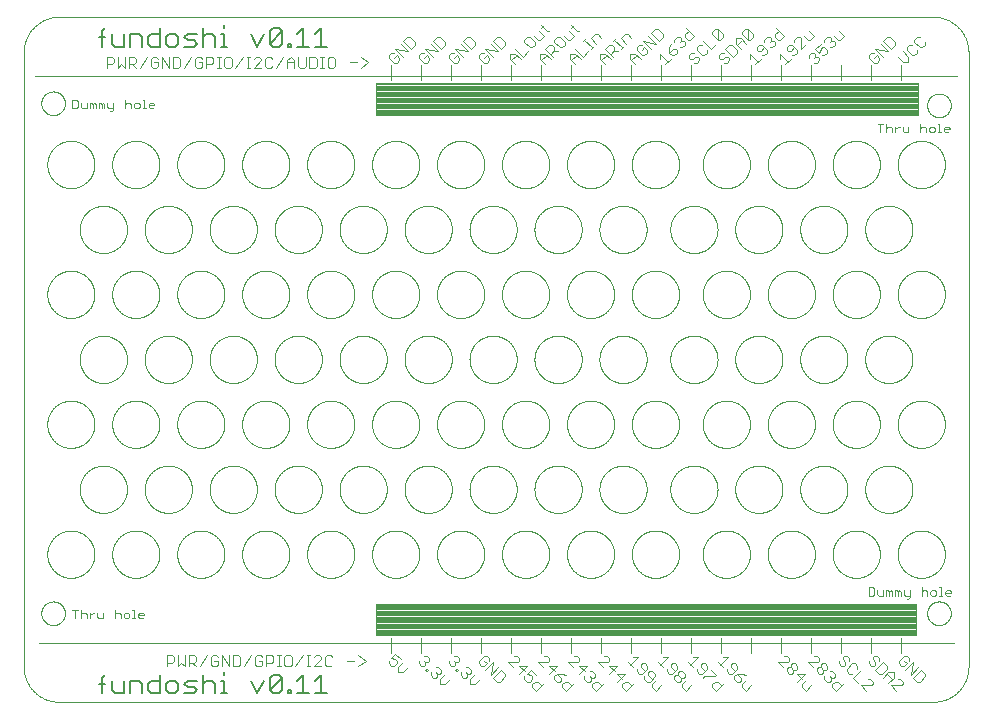
<source format=gto>
G75*
%MOIN*%
%OFA0B0*%
%FSLAX25Y25*%
%IPPOS*%
%LPD*%
%AMOC8*
5,1,8,0,0,1.08239X$1,22.5*
%
%ADD10C,0.00000*%
%ADD11C,0.00300*%
%ADD12C,0.00400*%
%ADD13C,0.00500*%
D10*
X0012811Y0009515D02*
X0304150Y0009515D01*
X0304435Y0009518D01*
X0304721Y0009529D01*
X0305006Y0009546D01*
X0305290Y0009570D01*
X0305574Y0009601D01*
X0305857Y0009639D01*
X0306138Y0009684D01*
X0306419Y0009735D01*
X0306699Y0009793D01*
X0306977Y0009858D01*
X0307253Y0009930D01*
X0307527Y0010008D01*
X0307800Y0010093D01*
X0308070Y0010185D01*
X0308338Y0010283D01*
X0308604Y0010387D01*
X0308867Y0010498D01*
X0309127Y0010615D01*
X0309385Y0010738D01*
X0309639Y0010868D01*
X0309890Y0011004D01*
X0310138Y0011145D01*
X0310382Y0011293D01*
X0310623Y0011446D01*
X0310859Y0011606D01*
X0311092Y0011771D01*
X0311321Y0011941D01*
X0311546Y0012117D01*
X0311766Y0012299D01*
X0311982Y0012485D01*
X0312193Y0012677D01*
X0312400Y0012874D01*
X0312602Y0013076D01*
X0312799Y0013283D01*
X0312991Y0013494D01*
X0313177Y0013710D01*
X0313359Y0013930D01*
X0313535Y0014155D01*
X0313705Y0014384D01*
X0313870Y0014617D01*
X0314030Y0014853D01*
X0314183Y0015094D01*
X0314331Y0015338D01*
X0314472Y0015586D01*
X0314608Y0015837D01*
X0314738Y0016091D01*
X0314861Y0016349D01*
X0314978Y0016609D01*
X0315089Y0016872D01*
X0315193Y0017138D01*
X0315291Y0017406D01*
X0315383Y0017676D01*
X0315468Y0017949D01*
X0315546Y0018223D01*
X0315618Y0018499D01*
X0315683Y0018777D01*
X0315741Y0019057D01*
X0315792Y0019338D01*
X0315837Y0019619D01*
X0315875Y0019902D01*
X0315906Y0020186D01*
X0315930Y0020470D01*
X0315947Y0020755D01*
X0315958Y0021041D01*
X0315961Y0021326D01*
X0315961Y0226050D01*
X0315958Y0226335D01*
X0315947Y0226621D01*
X0315930Y0226906D01*
X0315906Y0227190D01*
X0315875Y0227474D01*
X0315837Y0227757D01*
X0315792Y0228038D01*
X0315741Y0228319D01*
X0315683Y0228599D01*
X0315618Y0228877D01*
X0315546Y0229153D01*
X0315468Y0229427D01*
X0315383Y0229700D01*
X0315291Y0229970D01*
X0315193Y0230238D01*
X0315089Y0230504D01*
X0314978Y0230767D01*
X0314861Y0231027D01*
X0314738Y0231285D01*
X0314608Y0231539D01*
X0314472Y0231790D01*
X0314331Y0232038D01*
X0314183Y0232282D01*
X0314030Y0232523D01*
X0313870Y0232759D01*
X0313705Y0232992D01*
X0313535Y0233221D01*
X0313359Y0233446D01*
X0313177Y0233666D01*
X0312991Y0233882D01*
X0312799Y0234093D01*
X0312602Y0234300D01*
X0312400Y0234502D01*
X0312193Y0234699D01*
X0311982Y0234891D01*
X0311766Y0235077D01*
X0311546Y0235259D01*
X0311321Y0235435D01*
X0311092Y0235605D01*
X0310859Y0235770D01*
X0310623Y0235930D01*
X0310382Y0236083D01*
X0310138Y0236231D01*
X0309890Y0236372D01*
X0309639Y0236508D01*
X0309385Y0236638D01*
X0309127Y0236761D01*
X0308867Y0236878D01*
X0308604Y0236989D01*
X0308338Y0237093D01*
X0308070Y0237191D01*
X0307800Y0237283D01*
X0307527Y0237368D01*
X0307253Y0237446D01*
X0306977Y0237518D01*
X0306699Y0237583D01*
X0306419Y0237641D01*
X0306138Y0237692D01*
X0305857Y0237737D01*
X0305574Y0237775D01*
X0305290Y0237806D01*
X0305006Y0237830D01*
X0304721Y0237847D01*
X0304435Y0237858D01*
X0304150Y0237861D01*
X0012811Y0237861D01*
X0012526Y0237858D01*
X0012240Y0237847D01*
X0011955Y0237830D01*
X0011671Y0237806D01*
X0011387Y0237775D01*
X0011104Y0237737D01*
X0010823Y0237692D01*
X0010542Y0237641D01*
X0010262Y0237583D01*
X0009984Y0237518D01*
X0009708Y0237446D01*
X0009434Y0237368D01*
X0009161Y0237283D01*
X0008891Y0237191D01*
X0008623Y0237093D01*
X0008357Y0236989D01*
X0008094Y0236878D01*
X0007834Y0236761D01*
X0007576Y0236638D01*
X0007322Y0236508D01*
X0007071Y0236372D01*
X0006823Y0236231D01*
X0006579Y0236083D01*
X0006338Y0235930D01*
X0006102Y0235770D01*
X0005869Y0235605D01*
X0005640Y0235435D01*
X0005415Y0235259D01*
X0005195Y0235077D01*
X0004979Y0234891D01*
X0004768Y0234699D01*
X0004561Y0234502D01*
X0004359Y0234300D01*
X0004162Y0234093D01*
X0003970Y0233882D01*
X0003784Y0233666D01*
X0003602Y0233446D01*
X0003426Y0233221D01*
X0003256Y0232992D01*
X0003091Y0232759D01*
X0002931Y0232523D01*
X0002778Y0232282D01*
X0002630Y0232038D01*
X0002489Y0231790D01*
X0002353Y0231539D01*
X0002223Y0231285D01*
X0002100Y0231027D01*
X0001983Y0230767D01*
X0001872Y0230504D01*
X0001768Y0230238D01*
X0001670Y0229970D01*
X0001578Y0229700D01*
X0001493Y0229427D01*
X0001415Y0229153D01*
X0001343Y0228877D01*
X0001278Y0228599D01*
X0001220Y0228319D01*
X0001169Y0228038D01*
X0001124Y0227757D01*
X0001086Y0227474D01*
X0001055Y0227190D01*
X0001031Y0226906D01*
X0001014Y0226621D01*
X0001003Y0226335D01*
X0001000Y0226050D01*
X0001000Y0021326D01*
X0001003Y0021041D01*
X0001014Y0020755D01*
X0001031Y0020470D01*
X0001055Y0020186D01*
X0001086Y0019902D01*
X0001124Y0019619D01*
X0001169Y0019338D01*
X0001220Y0019057D01*
X0001278Y0018777D01*
X0001343Y0018499D01*
X0001415Y0018223D01*
X0001493Y0017949D01*
X0001578Y0017676D01*
X0001670Y0017406D01*
X0001768Y0017138D01*
X0001872Y0016872D01*
X0001983Y0016609D01*
X0002100Y0016349D01*
X0002223Y0016091D01*
X0002353Y0015837D01*
X0002489Y0015586D01*
X0002630Y0015338D01*
X0002778Y0015094D01*
X0002931Y0014853D01*
X0003091Y0014617D01*
X0003256Y0014384D01*
X0003426Y0014155D01*
X0003602Y0013930D01*
X0003784Y0013710D01*
X0003970Y0013494D01*
X0004162Y0013283D01*
X0004359Y0013076D01*
X0004561Y0012874D01*
X0004768Y0012677D01*
X0004979Y0012485D01*
X0005195Y0012299D01*
X0005415Y0012117D01*
X0005640Y0011941D01*
X0005869Y0011771D01*
X0006102Y0011606D01*
X0006338Y0011446D01*
X0006579Y0011293D01*
X0006823Y0011145D01*
X0007071Y0011004D01*
X0007322Y0010868D01*
X0007576Y0010738D01*
X0007834Y0010615D01*
X0008094Y0010498D01*
X0008357Y0010387D01*
X0008623Y0010283D01*
X0008891Y0010185D01*
X0009161Y0010093D01*
X0009434Y0010008D01*
X0009708Y0009930D01*
X0009984Y0009858D01*
X0010262Y0009793D01*
X0010542Y0009735D01*
X0010823Y0009684D01*
X0011104Y0009639D01*
X0011387Y0009601D01*
X0011671Y0009570D01*
X0011955Y0009546D01*
X0012240Y0009529D01*
X0012526Y0009518D01*
X0012811Y0009515D01*
X0006906Y0039043D02*
X0006908Y0039168D01*
X0006914Y0039293D01*
X0006924Y0039417D01*
X0006938Y0039541D01*
X0006955Y0039665D01*
X0006977Y0039788D01*
X0007003Y0039910D01*
X0007032Y0040032D01*
X0007065Y0040152D01*
X0007103Y0040271D01*
X0007143Y0040390D01*
X0007188Y0040506D01*
X0007236Y0040621D01*
X0007288Y0040735D01*
X0007344Y0040847D01*
X0007403Y0040957D01*
X0007465Y0041065D01*
X0007531Y0041172D01*
X0007600Y0041276D01*
X0007673Y0041377D01*
X0007748Y0041477D01*
X0007827Y0041574D01*
X0007909Y0041668D01*
X0007994Y0041760D01*
X0008081Y0041849D01*
X0008172Y0041935D01*
X0008265Y0042018D01*
X0008361Y0042099D01*
X0008459Y0042176D01*
X0008559Y0042250D01*
X0008662Y0042321D01*
X0008767Y0042388D01*
X0008875Y0042453D01*
X0008984Y0042513D01*
X0009095Y0042571D01*
X0009208Y0042624D01*
X0009322Y0042674D01*
X0009438Y0042721D01*
X0009555Y0042763D01*
X0009674Y0042802D01*
X0009794Y0042838D01*
X0009915Y0042869D01*
X0010037Y0042897D01*
X0010159Y0042920D01*
X0010283Y0042940D01*
X0010407Y0042956D01*
X0010531Y0042968D01*
X0010656Y0042976D01*
X0010781Y0042980D01*
X0010905Y0042980D01*
X0011030Y0042976D01*
X0011155Y0042968D01*
X0011279Y0042956D01*
X0011403Y0042940D01*
X0011527Y0042920D01*
X0011649Y0042897D01*
X0011771Y0042869D01*
X0011892Y0042838D01*
X0012012Y0042802D01*
X0012131Y0042763D01*
X0012248Y0042721D01*
X0012364Y0042674D01*
X0012478Y0042624D01*
X0012591Y0042571D01*
X0012702Y0042513D01*
X0012812Y0042453D01*
X0012919Y0042388D01*
X0013024Y0042321D01*
X0013127Y0042250D01*
X0013227Y0042176D01*
X0013325Y0042099D01*
X0013421Y0042018D01*
X0013514Y0041935D01*
X0013605Y0041849D01*
X0013692Y0041760D01*
X0013777Y0041668D01*
X0013859Y0041574D01*
X0013938Y0041477D01*
X0014013Y0041377D01*
X0014086Y0041276D01*
X0014155Y0041172D01*
X0014221Y0041065D01*
X0014283Y0040957D01*
X0014342Y0040847D01*
X0014398Y0040735D01*
X0014450Y0040621D01*
X0014498Y0040506D01*
X0014543Y0040390D01*
X0014583Y0040271D01*
X0014621Y0040152D01*
X0014654Y0040032D01*
X0014683Y0039910D01*
X0014709Y0039788D01*
X0014731Y0039665D01*
X0014748Y0039541D01*
X0014762Y0039417D01*
X0014772Y0039293D01*
X0014778Y0039168D01*
X0014780Y0039043D01*
X0014778Y0038918D01*
X0014772Y0038793D01*
X0014762Y0038669D01*
X0014748Y0038545D01*
X0014731Y0038421D01*
X0014709Y0038298D01*
X0014683Y0038176D01*
X0014654Y0038054D01*
X0014621Y0037934D01*
X0014583Y0037815D01*
X0014543Y0037696D01*
X0014498Y0037580D01*
X0014450Y0037465D01*
X0014398Y0037351D01*
X0014342Y0037239D01*
X0014283Y0037129D01*
X0014221Y0037021D01*
X0014155Y0036914D01*
X0014086Y0036810D01*
X0014013Y0036709D01*
X0013938Y0036609D01*
X0013859Y0036512D01*
X0013777Y0036418D01*
X0013692Y0036326D01*
X0013605Y0036237D01*
X0013514Y0036151D01*
X0013421Y0036068D01*
X0013325Y0035987D01*
X0013227Y0035910D01*
X0013127Y0035836D01*
X0013024Y0035765D01*
X0012919Y0035698D01*
X0012811Y0035633D01*
X0012702Y0035573D01*
X0012591Y0035515D01*
X0012478Y0035462D01*
X0012364Y0035412D01*
X0012248Y0035365D01*
X0012131Y0035323D01*
X0012012Y0035284D01*
X0011892Y0035248D01*
X0011771Y0035217D01*
X0011649Y0035189D01*
X0011527Y0035166D01*
X0011403Y0035146D01*
X0011279Y0035130D01*
X0011155Y0035118D01*
X0011030Y0035110D01*
X0010905Y0035106D01*
X0010781Y0035106D01*
X0010656Y0035110D01*
X0010531Y0035118D01*
X0010407Y0035130D01*
X0010283Y0035146D01*
X0010159Y0035166D01*
X0010037Y0035189D01*
X0009915Y0035217D01*
X0009794Y0035248D01*
X0009674Y0035284D01*
X0009555Y0035323D01*
X0009438Y0035365D01*
X0009322Y0035412D01*
X0009208Y0035462D01*
X0009095Y0035515D01*
X0008984Y0035573D01*
X0008874Y0035633D01*
X0008767Y0035698D01*
X0008662Y0035765D01*
X0008559Y0035836D01*
X0008459Y0035910D01*
X0008361Y0035987D01*
X0008265Y0036068D01*
X0008172Y0036151D01*
X0008081Y0036237D01*
X0007994Y0036326D01*
X0007909Y0036418D01*
X0007827Y0036512D01*
X0007748Y0036609D01*
X0007673Y0036709D01*
X0007600Y0036810D01*
X0007531Y0036914D01*
X0007465Y0037021D01*
X0007403Y0037129D01*
X0007344Y0037239D01*
X0007288Y0037351D01*
X0007236Y0037465D01*
X0007188Y0037580D01*
X0007143Y0037696D01*
X0007103Y0037815D01*
X0007065Y0037934D01*
X0007032Y0038054D01*
X0007003Y0038176D01*
X0006977Y0038298D01*
X0006955Y0038421D01*
X0006938Y0038545D01*
X0006924Y0038669D01*
X0006914Y0038793D01*
X0006908Y0038918D01*
X0006906Y0039043D01*
X0008874Y0058728D02*
X0008876Y0058921D01*
X0008883Y0059114D01*
X0008895Y0059307D01*
X0008912Y0059500D01*
X0008933Y0059692D01*
X0008959Y0059883D01*
X0008990Y0060074D01*
X0009025Y0060264D01*
X0009065Y0060453D01*
X0009110Y0060641D01*
X0009159Y0060828D01*
X0009213Y0061014D01*
X0009271Y0061198D01*
X0009334Y0061381D01*
X0009402Y0061562D01*
X0009473Y0061741D01*
X0009550Y0061919D01*
X0009630Y0062095D01*
X0009715Y0062268D01*
X0009804Y0062440D01*
X0009897Y0062609D01*
X0009994Y0062776D01*
X0010096Y0062941D01*
X0010201Y0063103D01*
X0010310Y0063262D01*
X0010424Y0063419D01*
X0010541Y0063572D01*
X0010661Y0063723D01*
X0010786Y0063871D01*
X0010914Y0064016D01*
X0011045Y0064157D01*
X0011180Y0064296D01*
X0011319Y0064431D01*
X0011460Y0064562D01*
X0011605Y0064690D01*
X0011753Y0064815D01*
X0011904Y0064935D01*
X0012057Y0065052D01*
X0012214Y0065166D01*
X0012373Y0065275D01*
X0012535Y0065380D01*
X0012700Y0065482D01*
X0012867Y0065579D01*
X0013036Y0065672D01*
X0013208Y0065761D01*
X0013381Y0065846D01*
X0013557Y0065926D01*
X0013735Y0066003D01*
X0013914Y0066074D01*
X0014095Y0066142D01*
X0014278Y0066205D01*
X0014462Y0066263D01*
X0014648Y0066317D01*
X0014835Y0066366D01*
X0015023Y0066411D01*
X0015212Y0066451D01*
X0015402Y0066486D01*
X0015593Y0066517D01*
X0015784Y0066543D01*
X0015976Y0066564D01*
X0016169Y0066581D01*
X0016362Y0066593D01*
X0016555Y0066600D01*
X0016748Y0066602D01*
X0016941Y0066600D01*
X0017134Y0066593D01*
X0017327Y0066581D01*
X0017520Y0066564D01*
X0017712Y0066543D01*
X0017903Y0066517D01*
X0018094Y0066486D01*
X0018284Y0066451D01*
X0018473Y0066411D01*
X0018661Y0066366D01*
X0018848Y0066317D01*
X0019034Y0066263D01*
X0019218Y0066205D01*
X0019401Y0066142D01*
X0019582Y0066074D01*
X0019761Y0066003D01*
X0019939Y0065926D01*
X0020115Y0065846D01*
X0020288Y0065761D01*
X0020460Y0065672D01*
X0020629Y0065579D01*
X0020796Y0065482D01*
X0020961Y0065380D01*
X0021123Y0065275D01*
X0021282Y0065166D01*
X0021439Y0065052D01*
X0021592Y0064935D01*
X0021743Y0064815D01*
X0021891Y0064690D01*
X0022036Y0064562D01*
X0022177Y0064431D01*
X0022316Y0064296D01*
X0022451Y0064157D01*
X0022582Y0064016D01*
X0022710Y0063871D01*
X0022835Y0063723D01*
X0022955Y0063572D01*
X0023072Y0063419D01*
X0023186Y0063262D01*
X0023295Y0063103D01*
X0023400Y0062941D01*
X0023502Y0062776D01*
X0023599Y0062609D01*
X0023692Y0062440D01*
X0023781Y0062268D01*
X0023866Y0062095D01*
X0023946Y0061919D01*
X0024023Y0061741D01*
X0024094Y0061562D01*
X0024162Y0061381D01*
X0024225Y0061198D01*
X0024283Y0061014D01*
X0024337Y0060828D01*
X0024386Y0060641D01*
X0024431Y0060453D01*
X0024471Y0060264D01*
X0024506Y0060074D01*
X0024537Y0059883D01*
X0024563Y0059692D01*
X0024584Y0059500D01*
X0024601Y0059307D01*
X0024613Y0059114D01*
X0024620Y0058921D01*
X0024622Y0058728D01*
X0024620Y0058535D01*
X0024613Y0058342D01*
X0024601Y0058149D01*
X0024584Y0057956D01*
X0024563Y0057764D01*
X0024537Y0057573D01*
X0024506Y0057382D01*
X0024471Y0057192D01*
X0024431Y0057003D01*
X0024386Y0056815D01*
X0024337Y0056628D01*
X0024283Y0056442D01*
X0024225Y0056258D01*
X0024162Y0056075D01*
X0024094Y0055894D01*
X0024023Y0055715D01*
X0023946Y0055537D01*
X0023866Y0055361D01*
X0023781Y0055188D01*
X0023692Y0055016D01*
X0023599Y0054847D01*
X0023502Y0054680D01*
X0023400Y0054515D01*
X0023295Y0054353D01*
X0023186Y0054194D01*
X0023072Y0054037D01*
X0022955Y0053884D01*
X0022835Y0053733D01*
X0022710Y0053585D01*
X0022582Y0053440D01*
X0022451Y0053299D01*
X0022316Y0053160D01*
X0022177Y0053025D01*
X0022036Y0052894D01*
X0021891Y0052766D01*
X0021743Y0052641D01*
X0021592Y0052521D01*
X0021439Y0052404D01*
X0021282Y0052290D01*
X0021123Y0052181D01*
X0020961Y0052076D01*
X0020796Y0051974D01*
X0020629Y0051877D01*
X0020460Y0051784D01*
X0020288Y0051695D01*
X0020115Y0051610D01*
X0019939Y0051530D01*
X0019761Y0051453D01*
X0019582Y0051382D01*
X0019401Y0051314D01*
X0019218Y0051251D01*
X0019034Y0051193D01*
X0018848Y0051139D01*
X0018661Y0051090D01*
X0018473Y0051045D01*
X0018284Y0051005D01*
X0018094Y0050970D01*
X0017903Y0050939D01*
X0017712Y0050913D01*
X0017520Y0050892D01*
X0017327Y0050875D01*
X0017134Y0050863D01*
X0016941Y0050856D01*
X0016748Y0050854D01*
X0016555Y0050856D01*
X0016362Y0050863D01*
X0016169Y0050875D01*
X0015976Y0050892D01*
X0015784Y0050913D01*
X0015593Y0050939D01*
X0015402Y0050970D01*
X0015212Y0051005D01*
X0015023Y0051045D01*
X0014835Y0051090D01*
X0014648Y0051139D01*
X0014462Y0051193D01*
X0014278Y0051251D01*
X0014095Y0051314D01*
X0013914Y0051382D01*
X0013735Y0051453D01*
X0013557Y0051530D01*
X0013381Y0051610D01*
X0013208Y0051695D01*
X0013036Y0051784D01*
X0012867Y0051877D01*
X0012700Y0051974D01*
X0012535Y0052076D01*
X0012373Y0052181D01*
X0012214Y0052290D01*
X0012057Y0052404D01*
X0011904Y0052521D01*
X0011753Y0052641D01*
X0011605Y0052766D01*
X0011460Y0052894D01*
X0011319Y0053025D01*
X0011180Y0053160D01*
X0011045Y0053299D01*
X0010914Y0053440D01*
X0010786Y0053585D01*
X0010661Y0053733D01*
X0010541Y0053884D01*
X0010424Y0054037D01*
X0010310Y0054194D01*
X0010201Y0054353D01*
X0010096Y0054515D01*
X0009994Y0054680D01*
X0009897Y0054847D01*
X0009804Y0055016D01*
X0009715Y0055188D01*
X0009630Y0055361D01*
X0009550Y0055537D01*
X0009473Y0055715D01*
X0009402Y0055894D01*
X0009334Y0056075D01*
X0009271Y0056258D01*
X0009213Y0056442D01*
X0009159Y0056628D01*
X0009110Y0056815D01*
X0009065Y0057003D01*
X0009025Y0057192D01*
X0008990Y0057382D01*
X0008959Y0057573D01*
X0008933Y0057764D01*
X0008912Y0057956D01*
X0008895Y0058149D01*
X0008883Y0058342D01*
X0008876Y0058535D01*
X0008874Y0058728D01*
X0019701Y0080381D02*
X0019703Y0080574D01*
X0019710Y0080767D01*
X0019722Y0080960D01*
X0019739Y0081153D01*
X0019760Y0081345D01*
X0019786Y0081536D01*
X0019817Y0081727D01*
X0019852Y0081917D01*
X0019892Y0082106D01*
X0019937Y0082294D01*
X0019986Y0082481D01*
X0020040Y0082667D01*
X0020098Y0082851D01*
X0020161Y0083034D01*
X0020229Y0083215D01*
X0020300Y0083394D01*
X0020377Y0083572D01*
X0020457Y0083748D01*
X0020542Y0083921D01*
X0020631Y0084093D01*
X0020724Y0084262D01*
X0020821Y0084429D01*
X0020923Y0084594D01*
X0021028Y0084756D01*
X0021137Y0084915D01*
X0021251Y0085072D01*
X0021368Y0085225D01*
X0021488Y0085376D01*
X0021613Y0085524D01*
X0021741Y0085669D01*
X0021872Y0085810D01*
X0022007Y0085949D01*
X0022146Y0086084D01*
X0022287Y0086215D01*
X0022432Y0086343D01*
X0022580Y0086468D01*
X0022731Y0086588D01*
X0022884Y0086705D01*
X0023041Y0086819D01*
X0023200Y0086928D01*
X0023362Y0087033D01*
X0023527Y0087135D01*
X0023694Y0087232D01*
X0023863Y0087325D01*
X0024035Y0087414D01*
X0024208Y0087499D01*
X0024384Y0087579D01*
X0024562Y0087656D01*
X0024741Y0087727D01*
X0024922Y0087795D01*
X0025105Y0087858D01*
X0025289Y0087916D01*
X0025475Y0087970D01*
X0025662Y0088019D01*
X0025850Y0088064D01*
X0026039Y0088104D01*
X0026229Y0088139D01*
X0026420Y0088170D01*
X0026611Y0088196D01*
X0026803Y0088217D01*
X0026996Y0088234D01*
X0027189Y0088246D01*
X0027382Y0088253D01*
X0027575Y0088255D01*
X0027768Y0088253D01*
X0027961Y0088246D01*
X0028154Y0088234D01*
X0028347Y0088217D01*
X0028539Y0088196D01*
X0028730Y0088170D01*
X0028921Y0088139D01*
X0029111Y0088104D01*
X0029300Y0088064D01*
X0029488Y0088019D01*
X0029675Y0087970D01*
X0029861Y0087916D01*
X0030045Y0087858D01*
X0030228Y0087795D01*
X0030409Y0087727D01*
X0030588Y0087656D01*
X0030766Y0087579D01*
X0030942Y0087499D01*
X0031115Y0087414D01*
X0031287Y0087325D01*
X0031456Y0087232D01*
X0031623Y0087135D01*
X0031788Y0087033D01*
X0031950Y0086928D01*
X0032109Y0086819D01*
X0032266Y0086705D01*
X0032419Y0086588D01*
X0032570Y0086468D01*
X0032718Y0086343D01*
X0032863Y0086215D01*
X0033004Y0086084D01*
X0033143Y0085949D01*
X0033278Y0085810D01*
X0033409Y0085669D01*
X0033537Y0085524D01*
X0033662Y0085376D01*
X0033782Y0085225D01*
X0033899Y0085072D01*
X0034013Y0084915D01*
X0034122Y0084756D01*
X0034227Y0084594D01*
X0034329Y0084429D01*
X0034426Y0084262D01*
X0034519Y0084093D01*
X0034608Y0083921D01*
X0034693Y0083748D01*
X0034773Y0083572D01*
X0034850Y0083394D01*
X0034921Y0083215D01*
X0034989Y0083034D01*
X0035052Y0082851D01*
X0035110Y0082667D01*
X0035164Y0082481D01*
X0035213Y0082294D01*
X0035258Y0082106D01*
X0035298Y0081917D01*
X0035333Y0081727D01*
X0035364Y0081536D01*
X0035390Y0081345D01*
X0035411Y0081153D01*
X0035428Y0080960D01*
X0035440Y0080767D01*
X0035447Y0080574D01*
X0035449Y0080381D01*
X0035447Y0080188D01*
X0035440Y0079995D01*
X0035428Y0079802D01*
X0035411Y0079609D01*
X0035390Y0079417D01*
X0035364Y0079226D01*
X0035333Y0079035D01*
X0035298Y0078845D01*
X0035258Y0078656D01*
X0035213Y0078468D01*
X0035164Y0078281D01*
X0035110Y0078095D01*
X0035052Y0077911D01*
X0034989Y0077728D01*
X0034921Y0077547D01*
X0034850Y0077368D01*
X0034773Y0077190D01*
X0034693Y0077014D01*
X0034608Y0076841D01*
X0034519Y0076669D01*
X0034426Y0076500D01*
X0034329Y0076333D01*
X0034227Y0076168D01*
X0034122Y0076006D01*
X0034013Y0075847D01*
X0033899Y0075690D01*
X0033782Y0075537D01*
X0033662Y0075386D01*
X0033537Y0075238D01*
X0033409Y0075093D01*
X0033278Y0074952D01*
X0033143Y0074813D01*
X0033004Y0074678D01*
X0032863Y0074547D01*
X0032718Y0074419D01*
X0032570Y0074294D01*
X0032419Y0074174D01*
X0032266Y0074057D01*
X0032109Y0073943D01*
X0031950Y0073834D01*
X0031788Y0073729D01*
X0031623Y0073627D01*
X0031456Y0073530D01*
X0031287Y0073437D01*
X0031115Y0073348D01*
X0030942Y0073263D01*
X0030766Y0073183D01*
X0030588Y0073106D01*
X0030409Y0073035D01*
X0030228Y0072967D01*
X0030045Y0072904D01*
X0029861Y0072846D01*
X0029675Y0072792D01*
X0029488Y0072743D01*
X0029300Y0072698D01*
X0029111Y0072658D01*
X0028921Y0072623D01*
X0028730Y0072592D01*
X0028539Y0072566D01*
X0028347Y0072545D01*
X0028154Y0072528D01*
X0027961Y0072516D01*
X0027768Y0072509D01*
X0027575Y0072507D01*
X0027382Y0072509D01*
X0027189Y0072516D01*
X0026996Y0072528D01*
X0026803Y0072545D01*
X0026611Y0072566D01*
X0026420Y0072592D01*
X0026229Y0072623D01*
X0026039Y0072658D01*
X0025850Y0072698D01*
X0025662Y0072743D01*
X0025475Y0072792D01*
X0025289Y0072846D01*
X0025105Y0072904D01*
X0024922Y0072967D01*
X0024741Y0073035D01*
X0024562Y0073106D01*
X0024384Y0073183D01*
X0024208Y0073263D01*
X0024035Y0073348D01*
X0023863Y0073437D01*
X0023694Y0073530D01*
X0023527Y0073627D01*
X0023362Y0073729D01*
X0023200Y0073834D01*
X0023041Y0073943D01*
X0022884Y0074057D01*
X0022731Y0074174D01*
X0022580Y0074294D01*
X0022432Y0074419D01*
X0022287Y0074547D01*
X0022146Y0074678D01*
X0022007Y0074813D01*
X0021872Y0074952D01*
X0021741Y0075093D01*
X0021613Y0075238D01*
X0021488Y0075386D01*
X0021368Y0075537D01*
X0021251Y0075690D01*
X0021137Y0075847D01*
X0021028Y0076006D01*
X0020923Y0076168D01*
X0020821Y0076333D01*
X0020724Y0076500D01*
X0020631Y0076669D01*
X0020542Y0076841D01*
X0020457Y0077014D01*
X0020377Y0077190D01*
X0020300Y0077368D01*
X0020229Y0077547D01*
X0020161Y0077728D01*
X0020098Y0077911D01*
X0020040Y0078095D01*
X0019986Y0078281D01*
X0019937Y0078468D01*
X0019892Y0078656D01*
X0019852Y0078845D01*
X0019817Y0079035D01*
X0019786Y0079226D01*
X0019760Y0079417D01*
X0019739Y0079609D01*
X0019722Y0079802D01*
X0019710Y0079995D01*
X0019703Y0080188D01*
X0019701Y0080381D01*
X0008874Y0102035D02*
X0008876Y0102228D01*
X0008883Y0102421D01*
X0008895Y0102614D01*
X0008912Y0102807D01*
X0008933Y0102999D01*
X0008959Y0103190D01*
X0008990Y0103381D01*
X0009025Y0103571D01*
X0009065Y0103760D01*
X0009110Y0103948D01*
X0009159Y0104135D01*
X0009213Y0104321D01*
X0009271Y0104505D01*
X0009334Y0104688D01*
X0009402Y0104869D01*
X0009473Y0105048D01*
X0009550Y0105226D01*
X0009630Y0105402D01*
X0009715Y0105575D01*
X0009804Y0105747D01*
X0009897Y0105916D01*
X0009994Y0106083D01*
X0010096Y0106248D01*
X0010201Y0106410D01*
X0010310Y0106569D01*
X0010424Y0106726D01*
X0010541Y0106879D01*
X0010661Y0107030D01*
X0010786Y0107178D01*
X0010914Y0107323D01*
X0011045Y0107464D01*
X0011180Y0107603D01*
X0011319Y0107738D01*
X0011460Y0107869D01*
X0011605Y0107997D01*
X0011753Y0108122D01*
X0011904Y0108242D01*
X0012057Y0108359D01*
X0012214Y0108473D01*
X0012373Y0108582D01*
X0012535Y0108687D01*
X0012700Y0108789D01*
X0012867Y0108886D01*
X0013036Y0108979D01*
X0013208Y0109068D01*
X0013381Y0109153D01*
X0013557Y0109233D01*
X0013735Y0109310D01*
X0013914Y0109381D01*
X0014095Y0109449D01*
X0014278Y0109512D01*
X0014462Y0109570D01*
X0014648Y0109624D01*
X0014835Y0109673D01*
X0015023Y0109718D01*
X0015212Y0109758D01*
X0015402Y0109793D01*
X0015593Y0109824D01*
X0015784Y0109850D01*
X0015976Y0109871D01*
X0016169Y0109888D01*
X0016362Y0109900D01*
X0016555Y0109907D01*
X0016748Y0109909D01*
X0016941Y0109907D01*
X0017134Y0109900D01*
X0017327Y0109888D01*
X0017520Y0109871D01*
X0017712Y0109850D01*
X0017903Y0109824D01*
X0018094Y0109793D01*
X0018284Y0109758D01*
X0018473Y0109718D01*
X0018661Y0109673D01*
X0018848Y0109624D01*
X0019034Y0109570D01*
X0019218Y0109512D01*
X0019401Y0109449D01*
X0019582Y0109381D01*
X0019761Y0109310D01*
X0019939Y0109233D01*
X0020115Y0109153D01*
X0020288Y0109068D01*
X0020460Y0108979D01*
X0020629Y0108886D01*
X0020796Y0108789D01*
X0020961Y0108687D01*
X0021123Y0108582D01*
X0021282Y0108473D01*
X0021439Y0108359D01*
X0021592Y0108242D01*
X0021743Y0108122D01*
X0021891Y0107997D01*
X0022036Y0107869D01*
X0022177Y0107738D01*
X0022316Y0107603D01*
X0022451Y0107464D01*
X0022582Y0107323D01*
X0022710Y0107178D01*
X0022835Y0107030D01*
X0022955Y0106879D01*
X0023072Y0106726D01*
X0023186Y0106569D01*
X0023295Y0106410D01*
X0023400Y0106248D01*
X0023502Y0106083D01*
X0023599Y0105916D01*
X0023692Y0105747D01*
X0023781Y0105575D01*
X0023866Y0105402D01*
X0023946Y0105226D01*
X0024023Y0105048D01*
X0024094Y0104869D01*
X0024162Y0104688D01*
X0024225Y0104505D01*
X0024283Y0104321D01*
X0024337Y0104135D01*
X0024386Y0103948D01*
X0024431Y0103760D01*
X0024471Y0103571D01*
X0024506Y0103381D01*
X0024537Y0103190D01*
X0024563Y0102999D01*
X0024584Y0102807D01*
X0024601Y0102614D01*
X0024613Y0102421D01*
X0024620Y0102228D01*
X0024622Y0102035D01*
X0024620Y0101842D01*
X0024613Y0101649D01*
X0024601Y0101456D01*
X0024584Y0101263D01*
X0024563Y0101071D01*
X0024537Y0100880D01*
X0024506Y0100689D01*
X0024471Y0100499D01*
X0024431Y0100310D01*
X0024386Y0100122D01*
X0024337Y0099935D01*
X0024283Y0099749D01*
X0024225Y0099565D01*
X0024162Y0099382D01*
X0024094Y0099201D01*
X0024023Y0099022D01*
X0023946Y0098844D01*
X0023866Y0098668D01*
X0023781Y0098495D01*
X0023692Y0098323D01*
X0023599Y0098154D01*
X0023502Y0097987D01*
X0023400Y0097822D01*
X0023295Y0097660D01*
X0023186Y0097501D01*
X0023072Y0097344D01*
X0022955Y0097191D01*
X0022835Y0097040D01*
X0022710Y0096892D01*
X0022582Y0096747D01*
X0022451Y0096606D01*
X0022316Y0096467D01*
X0022177Y0096332D01*
X0022036Y0096201D01*
X0021891Y0096073D01*
X0021743Y0095948D01*
X0021592Y0095828D01*
X0021439Y0095711D01*
X0021282Y0095597D01*
X0021123Y0095488D01*
X0020961Y0095383D01*
X0020796Y0095281D01*
X0020629Y0095184D01*
X0020460Y0095091D01*
X0020288Y0095002D01*
X0020115Y0094917D01*
X0019939Y0094837D01*
X0019761Y0094760D01*
X0019582Y0094689D01*
X0019401Y0094621D01*
X0019218Y0094558D01*
X0019034Y0094500D01*
X0018848Y0094446D01*
X0018661Y0094397D01*
X0018473Y0094352D01*
X0018284Y0094312D01*
X0018094Y0094277D01*
X0017903Y0094246D01*
X0017712Y0094220D01*
X0017520Y0094199D01*
X0017327Y0094182D01*
X0017134Y0094170D01*
X0016941Y0094163D01*
X0016748Y0094161D01*
X0016555Y0094163D01*
X0016362Y0094170D01*
X0016169Y0094182D01*
X0015976Y0094199D01*
X0015784Y0094220D01*
X0015593Y0094246D01*
X0015402Y0094277D01*
X0015212Y0094312D01*
X0015023Y0094352D01*
X0014835Y0094397D01*
X0014648Y0094446D01*
X0014462Y0094500D01*
X0014278Y0094558D01*
X0014095Y0094621D01*
X0013914Y0094689D01*
X0013735Y0094760D01*
X0013557Y0094837D01*
X0013381Y0094917D01*
X0013208Y0095002D01*
X0013036Y0095091D01*
X0012867Y0095184D01*
X0012700Y0095281D01*
X0012535Y0095383D01*
X0012373Y0095488D01*
X0012214Y0095597D01*
X0012057Y0095711D01*
X0011904Y0095828D01*
X0011753Y0095948D01*
X0011605Y0096073D01*
X0011460Y0096201D01*
X0011319Y0096332D01*
X0011180Y0096467D01*
X0011045Y0096606D01*
X0010914Y0096747D01*
X0010786Y0096892D01*
X0010661Y0097040D01*
X0010541Y0097191D01*
X0010424Y0097344D01*
X0010310Y0097501D01*
X0010201Y0097660D01*
X0010096Y0097822D01*
X0009994Y0097987D01*
X0009897Y0098154D01*
X0009804Y0098323D01*
X0009715Y0098495D01*
X0009630Y0098668D01*
X0009550Y0098844D01*
X0009473Y0099022D01*
X0009402Y0099201D01*
X0009334Y0099382D01*
X0009271Y0099565D01*
X0009213Y0099749D01*
X0009159Y0099935D01*
X0009110Y0100122D01*
X0009065Y0100310D01*
X0009025Y0100499D01*
X0008990Y0100689D01*
X0008959Y0100880D01*
X0008933Y0101071D01*
X0008912Y0101263D01*
X0008895Y0101456D01*
X0008883Y0101649D01*
X0008876Y0101842D01*
X0008874Y0102035D01*
X0019701Y0123688D02*
X0019703Y0123881D01*
X0019710Y0124074D01*
X0019722Y0124267D01*
X0019739Y0124460D01*
X0019760Y0124652D01*
X0019786Y0124843D01*
X0019817Y0125034D01*
X0019852Y0125224D01*
X0019892Y0125413D01*
X0019937Y0125601D01*
X0019986Y0125788D01*
X0020040Y0125974D01*
X0020098Y0126158D01*
X0020161Y0126341D01*
X0020229Y0126522D01*
X0020300Y0126701D01*
X0020377Y0126879D01*
X0020457Y0127055D01*
X0020542Y0127228D01*
X0020631Y0127400D01*
X0020724Y0127569D01*
X0020821Y0127736D01*
X0020923Y0127901D01*
X0021028Y0128063D01*
X0021137Y0128222D01*
X0021251Y0128379D01*
X0021368Y0128532D01*
X0021488Y0128683D01*
X0021613Y0128831D01*
X0021741Y0128976D01*
X0021872Y0129117D01*
X0022007Y0129256D01*
X0022146Y0129391D01*
X0022287Y0129522D01*
X0022432Y0129650D01*
X0022580Y0129775D01*
X0022731Y0129895D01*
X0022884Y0130012D01*
X0023041Y0130126D01*
X0023200Y0130235D01*
X0023362Y0130340D01*
X0023527Y0130442D01*
X0023694Y0130539D01*
X0023863Y0130632D01*
X0024035Y0130721D01*
X0024208Y0130806D01*
X0024384Y0130886D01*
X0024562Y0130963D01*
X0024741Y0131034D01*
X0024922Y0131102D01*
X0025105Y0131165D01*
X0025289Y0131223D01*
X0025475Y0131277D01*
X0025662Y0131326D01*
X0025850Y0131371D01*
X0026039Y0131411D01*
X0026229Y0131446D01*
X0026420Y0131477D01*
X0026611Y0131503D01*
X0026803Y0131524D01*
X0026996Y0131541D01*
X0027189Y0131553D01*
X0027382Y0131560D01*
X0027575Y0131562D01*
X0027768Y0131560D01*
X0027961Y0131553D01*
X0028154Y0131541D01*
X0028347Y0131524D01*
X0028539Y0131503D01*
X0028730Y0131477D01*
X0028921Y0131446D01*
X0029111Y0131411D01*
X0029300Y0131371D01*
X0029488Y0131326D01*
X0029675Y0131277D01*
X0029861Y0131223D01*
X0030045Y0131165D01*
X0030228Y0131102D01*
X0030409Y0131034D01*
X0030588Y0130963D01*
X0030766Y0130886D01*
X0030942Y0130806D01*
X0031115Y0130721D01*
X0031287Y0130632D01*
X0031456Y0130539D01*
X0031623Y0130442D01*
X0031788Y0130340D01*
X0031950Y0130235D01*
X0032109Y0130126D01*
X0032266Y0130012D01*
X0032419Y0129895D01*
X0032570Y0129775D01*
X0032718Y0129650D01*
X0032863Y0129522D01*
X0033004Y0129391D01*
X0033143Y0129256D01*
X0033278Y0129117D01*
X0033409Y0128976D01*
X0033537Y0128831D01*
X0033662Y0128683D01*
X0033782Y0128532D01*
X0033899Y0128379D01*
X0034013Y0128222D01*
X0034122Y0128063D01*
X0034227Y0127901D01*
X0034329Y0127736D01*
X0034426Y0127569D01*
X0034519Y0127400D01*
X0034608Y0127228D01*
X0034693Y0127055D01*
X0034773Y0126879D01*
X0034850Y0126701D01*
X0034921Y0126522D01*
X0034989Y0126341D01*
X0035052Y0126158D01*
X0035110Y0125974D01*
X0035164Y0125788D01*
X0035213Y0125601D01*
X0035258Y0125413D01*
X0035298Y0125224D01*
X0035333Y0125034D01*
X0035364Y0124843D01*
X0035390Y0124652D01*
X0035411Y0124460D01*
X0035428Y0124267D01*
X0035440Y0124074D01*
X0035447Y0123881D01*
X0035449Y0123688D01*
X0035447Y0123495D01*
X0035440Y0123302D01*
X0035428Y0123109D01*
X0035411Y0122916D01*
X0035390Y0122724D01*
X0035364Y0122533D01*
X0035333Y0122342D01*
X0035298Y0122152D01*
X0035258Y0121963D01*
X0035213Y0121775D01*
X0035164Y0121588D01*
X0035110Y0121402D01*
X0035052Y0121218D01*
X0034989Y0121035D01*
X0034921Y0120854D01*
X0034850Y0120675D01*
X0034773Y0120497D01*
X0034693Y0120321D01*
X0034608Y0120148D01*
X0034519Y0119976D01*
X0034426Y0119807D01*
X0034329Y0119640D01*
X0034227Y0119475D01*
X0034122Y0119313D01*
X0034013Y0119154D01*
X0033899Y0118997D01*
X0033782Y0118844D01*
X0033662Y0118693D01*
X0033537Y0118545D01*
X0033409Y0118400D01*
X0033278Y0118259D01*
X0033143Y0118120D01*
X0033004Y0117985D01*
X0032863Y0117854D01*
X0032718Y0117726D01*
X0032570Y0117601D01*
X0032419Y0117481D01*
X0032266Y0117364D01*
X0032109Y0117250D01*
X0031950Y0117141D01*
X0031788Y0117036D01*
X0031623Y0116934D01*
X0031456Y0116837D01*
X0031287Y0116744D01*
X0031115Y0116655D01*
X0030942Y0116570D01*
X0030766Y0116490D01*
X0030588Y0116413D01*
X0030409Y0116342D01*
X0030228Y0116274D01*
X0030045Y0116211D01*
X0029861Y0116153D01*
X0029675Y0116099D01*
X0029488Y0116050D01*
X0029300Y0116005D01*
X0029111Y0115965D01*
X0028921Y0115930D01*
X0028730Y0115899D01*
X0028539Y0115873D01*
X0028347Y0115852D01*
X0028154Y0115835D01*
X0027961Y0115823D01*
X0027768Y0115816D01*
X0027575Y0115814D01*
X0027382Y0115816D01*
X0027189Y0115823D01*
X0026996Y0115835D01*
X0026803Y0115852D01*
X0026611Y0115873D01*
X0026420Y0115899D01*
X0026229Y0115930D01*
X0026039Y0115965D01*
X0025850Y0116005D01*
X0025662Y0116050D01*
X0025475Y0116099D01*
X0025289Y0116153D01*
X0025105Y0116211D01*
X0024922Y0116274D01*
X0024741Y0116342D01*
X0024562Y0116413D01*
X0024384Y0116490D01*
X0024208Y0116570D01*
X0024035Y0116655D01*
X0023863Y0116744D01*
X0023694Y0116837D01*
X0023527Y0116934D01*
X0023362Y0117036D01*
X0023200Y0117141D01*
X0023041Y0117250D01*
X0022884Y0117364D01*
X0022731Y0117481D01*
X0022580Y0117601D01*
X0022432Y0117726D01*
X0022287Y0117854D01*
X0022146Y0117985D01*
X0022007Y0118120D01*
X0021872Y0118259D01*
X0021741Y0118400D01*
X0021613Y0118545D01*
X0021488Y0118693D01*
X0021368Y0118844D01*
X0021251Y0118997D01*
X0021137Y0119154D01*
X0021028Y0119313D01*
X0020923Y0119475D01*
X0020821Y0119640D01*
X0020724Y0119807D01*
X0020631Y0119976D01*
X0020542Y0120148D01*
X0020457Y0120321D01*
X0020377Y0120497D01*
X0020300Y0120675D01*
X0020229Y0120854D01*
X0020161Y0121035D01*
X0020098Y0121218D01*
X0020040Y0121402D01*
X0019986Y0121588D01*
X0019937Y0121775D01*
X0019892Y0121963D01*
X0019852Y0122152D01*
X0019817Y0122342D01*
X0019786Y0122533D01*
X0019760Y0122724D01*
X0019739Y0122916D01*
X0019722Y0123109D01*
X0019710Y0123302D01*
X0019703Y0123495D01*
X0019701Y0123688D01*
X0008874Y0145342D02*
X0008876Y0145535D01*
X0008883Y0145728D01*
X0008895Y0145921D01*
X0008912Y0146114D01*
X0008933Y0146306D01*
X0008959Y0146497D01*
X0008990Y0146688D01*
X0009025Y0146878D01*
X0009065Y0147067D01*
X0009110Y0147255D01*
X0009159Y0147442D01*
X0009213Y0147628D01*
X0009271Y0147812D01*
X0009334Y0147995D01*
X0009402Y0148176D01*
X0009473Y0148355D01*
X0009550Y0148533D01*
X0009630Y0148709D01*
X0009715Y0148882D01*
X0009804Y0149054D01*
X0009897Y0149223D01*
X0009994Y0149390D01*
X0010096Y0149555D01*
X0010201Y0149717D01*
X0010310Y0149876D01*
X0010424Y0150033D01*
X0010541Y0150186D01*
X0010661Y0150337D01*
X0010786Y0150485D01*
X0010914Y0150630D01*
X0011045Y0150771D01*
X0011180Y0150910D01*
X0011319Y0151045D01*
X0011460Y0151176D01*
X0011605Y0151304D01*
X0011753Y0151429D01*
X0011904Y0151549D01*
X0012057Y0151666D01*
X0012214Y0151780D01*
X0012373Y0151889D01*
X0012535Y0151994D01*
X0012700Y0152096D01*
X0012867Y0152193D01*
X0013036Y0152286D01*
X0013208Y0152375D01*
X0013381Y0152460D01*
X0013557Y0152540D01*
X0013735Y0152617D01*
X0013914Y0152688D01*
X0014095Y0152756D01*
X0014278Y0152819D01*
X0014462Y0152877D01*
X0014648Y0152931D01*
X0014835Y0152980D01*
X0015023Y0153025D01*
X0015212Y0153065D01*
X0015402Y0153100D01*
X0015593Y0153131D01*
X0015784Y0153157D01*
X0015976Y0153178D01*
X0016169Y0153195D01*
X0016362Y0153207D01*
X0016555Y0153214D01*
X0016748Y0153216D01*
X0016941Y0153214D01*
X0017134Y0153207D01*
X0017327Y0153195D01*
X0017520Y0153178D01*
X0017712Y0153157D01*
X0017903Y0153131D01*
X0018094Y0153100D01*
X0018284Y0153065D01*
X0018473Y0153025D01*
X0018661Y0152980D01*
X0018848Y0152931D01*
X0019034Y0152877D01*
X0019218Y0152819D01*
X0019401Y0152756D01*
X0019582Y0152688D01*
X0019761Y0152617D01*
X0019939Y0152540D01*
X0020115Y0152460D01*
X0020288Y0152375D01*
X0020460Y0152286D01*
X0020629Y0152193D01*
X0020796Y0152096D01*
X0020961Y0151994D01*
X0021123Y0151889D01*
X0021282Y0151780D01*
X0021439Y0151666D01*
X0021592Y0151549D01*
X0021743Y0151429D01*
X0021891Y0151304D01*
X0022036Y0151176D01*
X0022177Y0151045D01*
X0022316Y0150910D01*
X0022451Y0150771D01*
X0022582Y0150630D01*
X0022710Y0150485D01*
X0022835Y0150337D01*
X0022955Y0150186D01*
X0023072Y0150033D01*
X0023186Y0149876D01*
X0023295Y0149717D01*
X0023400Y0149555D01*
X0023502Y0149390D01*
X0023599Y0149223D01*
X0023692Y0149054D01*
X0023781Y0148882D01*
X0023866Y0148709D01*
X0023946Y0148533D01*
X0024023Y0148355D01*
X0024094Y0148176D01*
X0024162Y0147995D01*
X0024225Y0147812D01*
X0024283Y0147628D01*
X0024337Y0147442D01*
X0024386Y0147255D01*
X0024431Y0147067D01*
X0024471Y0146878D01*
X0024506Y0146688D01*
X0024537Y0146497D01*
X0024563Y0146306D01*
X0024584Y0146114D01*
X0024601Y0145921D01*
X0024613Y0145728D01*
X0024620Y0145535D01*
X0024622Y0145342D01*
X0024620Y0145149D01*
X0024613Y0144956D01*
X0024601Y0144763D01*
X0024584Y0144570D01*
X0024563Y0144378D01*
X0024537Y0144187D01*
X0024506Y0143996D01*
X0024471Y0143806D01*
X0024431Y0143617D01*
X0024386Y0143429D01*
X0024337Y0143242D01*
X0024283Y0143056D01*
X0024225Y0142872D01*
X0024162Y0142689D01*
X0024094Y0142508D01*
X0024023Y0142329D01*
X0023946Y0142151D01*
X0023866Y0141975D01*
X0023781Y0141802D01*
X0023692Y0141630D01*
X0023599Y0141461D01*
X0023502Y0141294D01*
X0023400Y0141129D01*
X0023295Y0140967D01*
X0023186Y0140808D01*
X0023072Y0140651D01*
X0022955Y0140498D01*
X0022835Y0140347D01*
X0022710Y0140199D01*
X0022582Y0140054D01*
X0022451Y0139913D01*
X0022316Y0139774D01*
X0022177Y0139639D01*
X0022036Y0139508D01*
X0021891Y0139380D01*
X0021743Y0139255D01*
X0021592Y0139135D01*
X0021439Y0139018D01*
X0021282Y0138904D01*
X0021123Y0138795D01*
X0020961Y0138690D01*
X0020796Y0138588D01*
X0020629Y0138491D01*
X0020460Y0138398D01*
X0020288Y0138309D01*
X0020115Y0138224D01*
X0019939Y0138144D01*
X0019761Y0138067D01*
X0019582Y0137996D01*
X0019401Y0137928D01*
X0019218Y0137865D01*
X0019034Y0137807D01*
X0018848Y0137753D01*
X0018661Y0137704D01*
X0018473Y0137659D01*
X0018284Y0137619D01*
X0018094Y0137584D01*
X0017903Y0137553D01*
X0017712Y0137527D01*
X0017520Y0137506D01*
X0017327Y0137489D01*
X0017134Y0137477D01*
X0016941Y0137470D01*
X0016748Y0137468D01*
X0016555Y0137470D01*
X0016362Y0137477D01*
X0016169Y0137489D01*
X0015976Y0137506D01*
X0015784Y0137527D01*
X0015593Y0137553D01*
X0015402Y0137584D01*
X0015212Y0137619D01*
X0015023Y0137659D01*
X0014835Y0137704D01*
X0014648Y0137753D01*
X0014462Y0137807D01*
X0014278Y0137865D01*
X0014095Y0137928D01*
X0013914Y0137996D01*
X0013735Y0138067D01*
X0013557Y0138144D01*
X0013381Y0138224D01*
X0013208Y0138309D01*
X0013036Y0138398D01*
X0012867Y0138491D01*
X0012700Y0138588D01*
X0012535Y0138690D01*
X0012373Y0138795D01*
X0012214Y0138904D01*
X0012057Y0139018D01*
X0011904Y0139135D01*
X0011753Y0139255D01*
X0011605Y0139380D01*
X0011460Y0139508D01*
X0011319Y0139639D01*
X0011180Y0139774D01*
X0011045Y0139913D01*
X0010914Y0140054D01*
X0010786Y0140199D01*
X0010661Y0140347D01*
X0010541Y0140498D01*
X0010424Y0140651D01*
X0010310Y0140808D01*
X0010201Y0140967D01*
X0010096Y0141129D01*
X0009994Y0141294D01*
X0009897Y0141461D01*
X0009804Y0141630D01*
X0009715Y0141802D01*
X0009630Y0141975D01*
X0009550Y0142151D01*
X0009473Y0142329D01*
X0009402Y0142508D01*
X0009334Y0142689D01*
X0009271Y0142872D01*
X0009213Y0143056D01*
X0009159Y0143242D01*
X0009110Y0143429D01*
X0009065Y0143617D01*
X0009025Y0143806D01*
X0008990Y0143996D01*
X0008959Y0144187D01*
X0008933Y0144378D01*
X0008912Y0144570D01*
X0008895Y0144763D01*
X0008883Y0144956D01*
X0008876Y0145149D01*
X0008874Y0145342D01*
X0019701Y0166995D02*
X0019703Y0167188D01*
X0019710Y0167381D01*
X0019722Y0167574D01*
X0019739Y0167767D01*
X0019760Y0167959D01*
X0019786Y0168150D01*
X0019817Y0168341D01*
X0019852Y0168531D01*
X0019892Y0168720D01*
X0019937Y0168908D01*
X0019986Y0169095D01*
X0020040Y0169281D01*
X0020098Y0169465D01*
X0020161Y0169648D01*
X0020229Y0169829D01*
X0020300Y0170008D01*
X0020377Y0170186D01*
X0020457Y0170362D01*
X0020542Y0170535D01*
X0020631Y0170707D01*
X0020724Y0170876D01*
X0020821Y0171043D01*
X0020923Y0171208D01*
X0021028Y0171370D01*
X0021137Y0171529D01*
X0021251Y0171686D01*
X0021368Y0171839D01*
X0021488Y0171990D01*
X0021613Y0172138D01*
X0021741Y0172283D01*
X0021872Y0172424D01*
X0022007Y0172563D01*
X0022146Y0172698D01*
X0022287Y0172829D01*
X0022432Y0172957D01*
X0022580Y0173082D01*
X0022731Y0173202D01*
X0022884Y0173319D01*
X0023041Y0173433D01*
X0023200Y0173542D01*
X0023362Y0173647D01*
X0023527Y0173749D01*
X0023694Y0173846D01*
X0023863Y0173939D01*
X0024035Y0174028D01*
X0024208Y0174113D01*
X0024384Y0174193D01*
X0024562Y0174270D01*
X0024741Y0174341D01*
X0024922Y0174409D01*
X0025105Y0174472D01*
X0025289Y0174530D01*
X0025475Y0174584D01*
X0025662Y0174633D01*
X0025850Y0174678D01*
X0026039Y0174718D01*
X0026229Y0174753D01*
X0026420Y0174784D01*
X0026611Y0174810D01*
X0026803Y0174831D01*
X0026996Y0174848D01*
X0027189Y0174860D01*
X0027382Y0174867D01*
X0027575Y0174869D01*
X0027768Y0174867D01*
X0027961Y0174860D01*
X0028154Y0174848D01*
X0028347Y0174831D01*
X0028539Y0174810D01*
X0028730Y0174784D01*
X0028921Y0174753D01*
X0029111Y0174718D01*
X0029300Y0174678D01*
X0029488Y0174633D01*
X0029675Y0174584D01*
X0029861Y0174530D01*
X0030045Y0174472D01*
X0030228Y0174409D01*
X0030409Y0174341D01*
X0030588Y0174270D01*
X0030766Y0174193D01*
X0030942Y0174113D01*
X0031115Y0174028D01*
X0031287Y0173939D01*
X0031456Y0173846D01*
X0031623Y0173749D01*
X0031788Y0173647D01*
X0031950Y0173542D01*
X0032109Y0173433D01*
X0032266Y0173319D01*
X0032419Y0173202D01*
X0032570Y0173082D01*
X0032718Y0172957D01*
X0032863Y0172829D01*
X0033004Y0172698D01*
X0033143Y0172563D01*
X0033278Y0172424D01*
X0033409Y0172283D01*
X0033537Y0172138D01*
X0033662Y0171990D01*
X0033782Y0171839D01*
X0033899Y0171686D01*
X0034013Y0171529D01*
X0034122Y0171370D01*
X0034227Y0171208D01*
X0034329Y0171043D01*
X0034426Y0170876D01*
X0034519Y0170707D01*
X0034608Y0170535D01*
X0034693Y0170362D01*
X0034773Y0170186D01*
X0034850Y0170008D01*
X0034921Y0169829D01*
X0034989Y0169648D01*
X0035052Y0169465D01*
X0035110Y0169281D01*
X0035164Y0169095D01*
X0035213Y0168908D01*
X0035258Y0168720D01*
X0035298Y0168531D01*
X0035333Y0168341D01*
X0035364Y0168150D01*
X0035390Y0167959D01*
X0035411Y0167767D01*
X0035428Y0167574D01*
X0035440Y0167381D01*
X0035447Y0167188D01*
X0035449Y0166995D01*
X0035447Y0166802D01*
X0035440Y0166609D01*
X0035428Y0166416D01*
X0035411Y0166223D01*
X0035390Y0166031D01*
X0035364Y0165840D01*
X0035333Y0165649D01*
X0035298Y0165459D01*
X0035258Y0165270D01*
X0035213Y0165082D01*
X0035164Y0164895D01*
X0035110Y0164709D01*
X0035052Y0164525D01*
X0034989Y0164342D01*
X0034921Y0164161D01*
X0034850Y0163982D01*
X0034773Y0163804D01*
X0034693Y0163628D01*
X0034608Y0163455D01*
X0034519Y0163283D01*
X0034426Y0163114D01*
X0034329Y0162947D01*
X0034227Y0162782D01*
X0034122Y0162620D01*
X0034013Y0162461D01*
X0033899Y0162304D01*
X0033782Y0162151D01*
X0033662Y0162000D01*
X0033537Y0161852D01*
X0033409Y0161707D01*
X0033278Y0161566D01*
X0033143Y0161427D01*
X0033004Y0161292D01*
X0032863Y0161161D01*
X0032718Y0161033D01*
X0032570Y0160908D01*
X0032419Y0160788D01*
X0032266Y0160671D01*
X0032109Y0160557D01*
X0031950Y0160448D01*
X0031788Y0160343D01*
X0031623Y0160241D01*
X0031456Y0160144D01*
X0031287Y0160051D01*
X0031115Y0159962D01*
X0030942Y0159877D01*
X0030766Y0159797D01*
X0030588Y0159720D01*
X0030409Y0159649D01*
X0030228Y0159581D01*
X0030045Y0159518D01*
X0029861Y0159460D01*
X0029675Y0159406D01*
X0029488Y0159357D01*
X0029300Y0159312D01*
X0029111Y0159272D01*
X0028921Y0159237D01*
X0028730Y0159206D01*
X0028539Y0159180D01*
X0028347Y0159159D01*
X0028154Y0159142D01*
X0027961Y0159130D01*
X0027768Y0159123D01*
X0027575Y0159121D01*
X0027382Y0159123D01*
X0027189Y0159130D01*
X0026996Y0159142D01*
X0026803Y0159159D01*
X0026611Y0159180D01*
X0026420Y0159206D01*
X0026229Y0159237D01*
X0026039Y0159272D01*
X0025850Y0159312D01*
X0025662Y0159357D01*
X0025475Y0159406D01*
X0025289Y0159460D01*
X0025105Y0159518D01*
X0024922Y0159581D01*
X0024741Y0159649D01*
X0024562Y0159720D01*
X0024384Y0159797D01*
X0024208Y0159877D01*
X0024035Y0159962D01*
X0023863Y0160051D01*
X0023694Y0160144D01*
X0023527Y0160241D01*
X0023362Y0160343D01*
X0023200Y0160448D01*
X0023041Y0160557D01*
X0022884Y0160671D01*
X0022731Y0160788D01*
X0022580Y0160908D01*
X0022432Y0161033D01*
X0022287Y0161161D01*
X0022146Y0161292D01*
X0022007Y0161427D01*
X0021872Y0161566D01*
X0021741Y0161707D01*
X0021613Y0161852D01*
X0021488Y0162000D01*
X0021368Y0162151D01*
X0021251Y0162304D01*
X0021137Y0162461D01*
X0021028Y0162620D01*
X0020923Y0162782D01*
X0020821Y0162947D01*
X0020724Y0163114D01*
X0020631Y0163283D01*
X0020542Y0163455D01*
X0020457Y0163628D01*
X0020377Y0163804D01*
X0020300Y0163982D01*
X0020229Y0164161D01*
X0020161Y0164342D01*
X0020098Y0164525D01*
X0020040Y0164709D01*
X0019986Y0164895D01*
X0019937Y0165082D01*
X0019892Y0165270D01*
X0019852Y0165459D01*
X0019817Y0165649D01*
X0019786Y0165840D01*
X0019760Y0166031D01*
X0019739Y0166223D01*
X0019722Y0166416D01*
X0019710Y0166609D01*
X0019703Y0166802D01*
X0019701Y0166995D01*
X0030528Y0145342D02*
X0030530Y0145535D01*
X0030537Y0145728D01*
X0030549Y0145921D01*
X0030566Y0146114D01*
X0030587Y0146306D01*
X0030613Y0146497D01*
X0030644Y0146688D01*
X0030679Y0146878D01*
X0030719Y0147067D01*
X0030764Y0147255D01*
X0030813Y0147442D01*
X0030867Y0147628D01*
X0030925Y0147812D01*
X0030988Y0147995D01*
X0031056Y0148176D01*
X0031127Y0148355D01*
X0031204Y0148533D01*
X0031284Y0148709D01*
X0031369Y0148882D01*
X0031458Y0149054D01*
X0031551Y0149223D01*
X0031648Y0149390D01*
X0031750Y0149555D01*
X0031855Y0149717D01*
X0031964Y0149876D01*
X0032078Y0150033D01*
X0032195Y0150186D01*
X0032315Y0150337D01*
X0032440Y0150485D01*
X0032568Y0150630D01*
X0032699Y0150771D01*
X0032834Y0150910D01*
X0032973Y0151045D01*
X0033114Y0151176D01*
X0033259Y0151304D01*
X0033407Y0151429D01*
X0033558Y0151549D01*
X0033711Y0151666D01*
X0033868Y0151780D01*
X0034027Y0151889D01*
X0034189Y0151994D01*
X0034354Y0152096D01*
X0034521Y0152193D01*
X0034690Y0152286D01*
X0034862Y0152375D01*
X0035035Y0152460D01*
X0035211Y0152540D01*
X0035389Y0152617D01*
X0035568Y0152688D01*
X0035749Y0152756D01*
X0035932Y0152819D01*
X0036116Y0152877D01*
X0036302Y0152931D01*
X0036489Y0152980D01*
X0036677Y0153025D01*
X0036866Y0153065D01*
X0037056Y0153100D01*
X0037247Y0153131D01*
X0037438Y0153157D01*
X0037630Y0153178D01*
X0037823Y0153195D01*
X0038016Y0153207D01*
X0038209Y0153214D01*
X0038402Y0153216D01*
X0038595Y0153214D01*
X0038788Y0153207D01*
X0038981Y0153195D01*
X0039174Y0153178D01*
X0039366Y0153157D01*
X0039557Y0153131D01*
X0039748Y0153100D01*
X0039938Y0153065D01*
X0040127Y0153025D01*
X0040315Y0152980D01*
X0040502Y0152931D01*
X0040688Y0152877D01*
X0040872Y0152819D01*
X0041055Y0152756D01*
X0041236Y0152688D01*
X0041415Y0152617D01*
X0041593Y0152540D01*
X0041769Y0152460D01*
X0041942Y0152375D01*
X0042114Y0152286D01*
X0042283Y0152193D01*
X0042450Y0152096D01*
X0042615Y0151994D01*
X0042777Y0151889D01*
X0042936Y0151780D01*
X0043093Y0151666D01*
X0043246Y0151549D01*
X0043397Y0151429D01*
X0043545Y0151304D01*
X0043690Y0151176D01*
X0043831Y0151045D01*
X0043970Y0150910D01*
X0044105Y0150771D01*
X0044236Y0150630D01*
X0044364Y0150485D01*
X0044489Y0150337D01*
X0044609Y0150186D01*
X0044726Y0150033D01*
X0044840Y0149876D01*
X0044949Y0149717D01*
X0045054Y0149555D01*
X0045156Y0149390D01*
X0045253Y0149223D01*
X0045346Y0149054D01*
X0045435Y0148882D01*
X0045520Y0148709D01*
X0045600Y0148533D01*
X0045677Y0148355D01*
X0045748Y0148176D01*
X0045816Y0147995D01*
X0045879Y0147812D01*
X0045937Y0147628D01*
X0045991Y0147442D01*
X0046040Y0147255D01*
X0046085Y0147067D01*
X0046125Y0146878D01*
X0046160Y0146688D01*
X0046191Y0146497D01*
X0046217Y0146306D01*
X0046238Y0146114D01*
X0046255Y0145921D01*
X0046267Y0145728D01*
X0046274Y0145535D01*
X0046276Y0145342D01*
X0046274Y0145149D01*
X0046267Y0144956D01*
X0046255Y0144763D01*
X0046238Y0144570D01*
X0046217Y0144378D01*
X0046191Y0144187D01*
X0046160Y0143996D01*
X0046125Y0143806D01*
X0046085Y0143617D01*
X0046040Y0143429D01*
X0045991Y0143242D01*
X0045937Y0143056D01*
X0045879Y0142872D01*
X0045816Y0142689D01*
X0045748Y0142508D01*
X0045677Y0142329D01*
X0045600Y0142151D01*
X0045520Y0141975D01*
X0045435Y0141802D01*
X0045346Y0141630D01*
X0045253Y0141461D01*
X0045156Y0141294D01*
X0045054Y0141129D01*
X0044949Y0140967D01*
X0044840Y0140808D01*
X0044726Y0140651D01*
X0044609Y0140498D01*
X0044489Y0140347D01*
X0044364Y0140199D01*
X0044236Y0140054D01*
X0044105Y0139913D01*
X0043970Y0139774D01*
X0043831Y0139639D01*
X0043690Y0139508D01*
X0043545Y0139380D01*
X0043397Y0139255D01*
X0043246Y0139135D01*
X0043093Y0139018D01*
X0042936Y0138904D01*
X0042777Y0138795D01*
X0042615Y0138690D01*
X0042450Y0138588D01*
X0042283Y0138491D01*
X0042114Y0138398D01*
X0041942Y0138309D01*
X0041769Y0138224D01*
X0041593Y0138144D01*
X0041415Y0138067D01*
X0041236Y0137996D01*
X0041055Y0137928D01*
X0040872Y0137865D01*
X0040688Y0137807D01*
X0040502Y0137753D01*
X0040315Y0137704D01*
X0040127Y0137659D01*
X0039938Y0137619D01*
X0039748Y0137584D01*
X0039557Y0137553D01*
X0039366Y0137527D01*
X0039174Y0137506D01*
X0038981Y0137489D01*
X0038788Y0137477D01*
X0038595Y0137470D01*
X0038402Y0137468D01*
X0038209Y0137470D01*
X0038016Y0137477D01*
X0037823Y0137489D01*
X0037630Y0137506D01*
X0037438Y0137527D01*
X0037247Y0137553D01*
X0037056Y0137584D01*
X0036866Y0137619D01*
X0036677Y0137659D01*
X0036489Y0137704D01*
X0036302Y0137753D01*
X0036116Y0137807D01*
X0035932Y0137865D01*
X0035749Y0137928D01*
X0035568Y0137996D01*
X0035389Y0138067D01*
X0035211Y0138144D01*
X0035035Y0138224D01*
X0034862Y0138309D01*
X0034690Y0138398D01*
X0034521Y0138491D01*
X0034354Y0138588D01*
X0034189Y0138690D01*
X0034027Y0138795D01*
X0033868Y0138904D01*
X0033711Y0139018D01*
X0033558Y0139135D01*
X0033407Y0139255D01*
X0033259Y0139380D01*
X0033114Y0139508D01*
X0032973Y0139639D01*
X0032834Y0139774D01*
X0032699Y0139913D01*
X0032568Y0140054D01*
X0032440Y0140199D01*
X0032315Y0140347D01*
X0032195Y0140498D01*
X0032078Y0140651D01*
X0031964Y0140808D01*
X0031855Y0140967D01*
X0031750Y0141129D01*
X0031648Y0141294D01*
X0031551Y0141461D01*
X0031458Y0141630D01*
X0031369Y0141802D01*
X0031284Y0141975D01*
X0031204Y0142151D01*
X0031127Y0142329D01*
X0031056Y0142508D01*
X0030988Y0142689D01*
X0030925Y0142872D01*
X0030867Y0143056D01*
X0030813Y0143242D01*
X0030764Y0143429D01*
X0030719Y0143617D01*
X0030679Y0143806D01*
X0030644Y0143996D01*
X0030613Y0144187D01*
X0030587Y0144378D01*
X0030566Y0144570D01*
X0030549Y0144763D01*
X0030537Y0144956D01*
X0030530Y0145149D01*
X0030528Y0145342D01*
X0041354Y0166995D02*
X0041356Y0167188D01*
X0041363Y0167381D01*
X0041375Y0167574D01*
X0041392Y0167767D01*
X0041413Y0167959D01*
X0041439Y0168150D01*
X0041470Y0168341D01*
X0041505Y0168531D01*
X0041545Y0168720D01*
X0041590Y0168908D01*
X0041639Y0169095D01*
X0041693Y0169281D01*
X0041751Y0169465D01*
X0041814Y0169648D01*
X0041882Y0169829D01*
X0041953Y0170008D01*
X0042030Y0170186D01*
X0042110Y0170362D01*
X0042195Y0170535D01*
X0042284Y0170707D01*
X0042377Y0170876D01*
X0042474Y0171043D01*
X0042576Y0171208D01*
X0042681Y0171370D01*
X0042790Y0171529D01*
X0042904Y0171686D01*
X0043021Y0171839D01*
X0043141Y0171990D01*
X0043266Y0172138D01*
X0043394Y0172283D01*
X0043525Y0172424D01*
X0043660Y0172563D01*
X0043799Y0172698D01*
X0043940Y0172829D01*
X0044085Y0172957D01*
X0044233Y0173082D01*
X0044384Y0173202D01*
X0044537Y0173319D01*
X0044694Y0173433D01*
X0044853Y0173542D01*
X0045015Y0173647D01*
X0045180Y0173749D01*
X0045347Y0173846D01*
X0045516Y0173939D01*
X0045688Y0174028D01*
X0045861Y0174113D01*
X0046037Y0174193D01*
X0046215Y0174270D01*
X0046394Y0174341D01*
X0046575Y0174409D01*
X0046758Y0174472D01*
X0046942Y0174530D01*
X0047128Y0174584D01*
X0047315Y0174633D01*
X0047503Y0174678D01*
X0047692Y0174718D01*
X0047882Y0174753D01*
X0048073Y0174784D01*
X0048264Y0174810D01*
X0048456Y0174831D01*
X0048649Y0174848D01*
X0048842Y0174860D01*
X0049035Y0174867D01*
X0049228Y0174869D01*
X0049421Y0174867D01*
X0049614Y0174860D01*
X0049807Y0174848D01*
X0050000Y0174831D01*
X0050192Y0174810D01*
X0050383Y0174784D01*
X0050574Y0174753D01*
X0050764Y0174718D01*
X0050953Y0174678D01*
X0051141Y0174633D01*
X0051328Y0174584D01*
X0051514Y0174530D01*
X0051698Y0174472D01*
X0051881Y0174409D01*
X0052062Y0174341D01*
X0052241Y0174270D01*
X0052419Y0174193D01*
X0052595Y0174113D01*
X0052768Y0174028D01*
X0052940Y0173939D01*
X0053109Y0173846D01*
X0053276Y0173749D01*
X0053441Y0173647D01*
X0053603Y0173542D01*
X0053762Y0173433D01*
X0053919Y0173319D01*
X0054072Y0173202D01*
X0054223Y0173082D01*
X0054371Y0172957D01*
X0054516Y0172829D01*
X0054657Y0172698D01*
X0054796Y0172563D01*
X0054931Y0172424D01*
X0055062Y0172283D01*
X0055190Y0172138D01*
X0055315Y0171990D01*
X0055435Y0171839D01*
X0055552Y0171686D01*
X0055666Y0171529D01*
X0055775Y0171370D01*
X0055880Y0171208D01*
X0055982Y0171043D01*
X0056079Y0170876D01*
X0056172Y0170707D01*
X0056261Y0170535D01*
X0056346Y0170362D01*
X0056426Y0170186D01*
X0056503Y0170008D01*
X0056574Y0169829D01*
X0056642Y0169648D01*
X0056705Y0169465D01*
X0056763Y0169281D01*
X0056817Y0169095D01*
X0056866Y0168908D01*
X0056911Y0168720D01*
X0056951Y0168531D01*
X0056986Y0168341D01*
X0057017Y0168150D01*
X0057043Y0167959D01*
X0057064Y0167767D01*
X0057081Y0167574D01*
X0057093Y0167381D01*
X0057100Y0167188D01*
X0057102Y0166995D01*
X0057100Y0166802D01*
X0057093Y0166609D01*
X0057081Y0166416D01*
X0057064Y0166223D01*
X0057043Y0166031D01*
X0057017Y0165840D01*
X0056986Y0165649D01*
X0056951Y0165459D01*
X0056911Y0165270D01*
X0056866Y0165082D01*
X0056817Y0164895D01*
X0056763Y0164709D01*
X0056705Y0164525D01*
X0056642Y0164342D01*
X0056574Y0164161D01*
X0056503Y0163982D01*
X0056426Y0163804D01*
X0056346Y0163628D01*
X0056261Y0163455D01*
X0056172Y0163283D01*
X0056079Y0163114D01*
X0055982Y0162947D01*
X0055880Y0162782D01*
X0055775Y0162620D01*
X0055666Y0162461D01*
X0055552Y0162304D01*
X0055435Y0162151D01*
X0055315Y0162000D01*
X0055190Y0161852D01*
X0055062Y0161707D01*
X0054931Y0161566D01*
X0054796Y0161427D01*
X0054657Y0161292D01*
X0054516Y0161161D01*
X0054371Y0161033D01*
X0054223Y0160908D01*
X0054072Y0160788D01*
X0053919Y0160671D01*
X0053762Y0160557D01*
X0053603Y0160448D01*
X0053441Y0160343D01*
X0053276Y0160241D01*
X0053109Y0160144D01*
X0052940Y0160051D01*
X0052768Y0159962D01*
X0052595Y0159877D01*
X0052419Y0159797D01*
X0052241Y0159720D01*
X0052062Y0159649D01*
X0051881Y0159581D01*
X0051698Y0159518D01*
X0051514Y0159460D01*
X0051328Y0159406D01*
X0051141Y0159357D01*
X0050953Y0159312D01*
X0050764Y0159272D01*
X0050574Y0159237D01*
X0050383Y0159206D01*
X0050192Y0159180D01*
X0050000Y0159159D01*
X0049807Y0159142D01*
X0049614Y0159130D01*
X0049421Y0159123D01*
X0049228Y0159121D01*
X0049035Y0159123D01*
X0048842Y0159130D01*
X0048649Y0159142D01*
X0048456Y0159159D01*
X0048264Y0159180D01*
X0048073Y0159206D01*
X0047882Y0159237D01*
X0047692Y0159272D01*
X0047503Y0159312D01*
X0047315Y0159357D01*
X0047128Y0159406D01*
X0046942Y0159460D01*
X0046758Y0159518D01*
X0046575Y0159581D01*
X0046394Y0159649D01*
X0046215Y0159720D01*
X0046037Y0159797D01*
X0045861Y0159877D01*
X0045688Y0159962D01*
X0045516Y0160051D01*
X0045347Y0160144D01*
X0045180Y0160241D01*
X0045015Y0160343D01*
X0044853Y0160448D01*
X0044694Y0160557D01*
X0044537Y0160671D01*
X0044384Y0160788D01*
X0044233Y0160908D01*
X0044085Y0161033D01*
X0043940Y0161161D01*
X0043799Y0161292D01*
X0043660Y0161427D01*
X0043525Y0161566D01*
X0043394Y0161707D01*
X0043266Y0161852D01*
X0043141Y0162000D01*
X0043021Y0162151D01*
X0042904Y0162304D01*
X0042790Y0162461D01*
X0042681Y0162620D01*
X0042576Y0162782D01*
X0042474Y0162947D01*
X0042377Y0163114D01*
X0042284Y0163283D01*
X0042195Y0163455D01*
X0042110Y0163628D01*
X0042030Y0163804D01*
X0041953Y0163982D01*
X0041882Y0164161D01*
X0041814Y0164342D01*
X0041751Y0164525D01*
X0041693Y0164709D01*
X0041639Y0164895D01*
X0041590Y0165082D01*
X0041545Y0165270D01*
X0041505Y0165459D01*
X0041470Y0165649D01*
X0041439Y0165840D01*
X0041413Y0166031D01*
X0041392Y0166223D01*
X0041375Y0166416D01*
X0041363Y0166609D01*
X0041356Y0166802D01*
X0041354Y0166995D01*
X0052181Y0145342D02*
X0052183Y0145535D01*
X0052190Y0145728D01*
X0052202Y0145921D01*
X0052219Y0146114D01*
X0052240Y0146306D01*
X0052266Y0146497D01*
X0052297Y0146688D01*
X0052332Y0146878D01*
X0052372Y0147067D01*
X0052417Y0147255D01*
X0052466Y0147442D01*
X0052520Y0147628D01*
X0052578Y0147812D01*
X0052641Y0147995D01*
X0052709Y0148176D01*
X0052780Y0148355D01*
X0052857Y0148533D01*
X0052937Y0148709D01*
X0053022Y0148882D01*
X0053111Y0149054D01*
X0053204Y0149223D01*
X0053301Y0149390D01*
X0053403Y0149555D01*
X0053508Y0149717D01*
X0053617Y0149876D01*
X0053731Y0150033D01*
X0053848Y0150186D01*
X0053968Y0150337D01*
X0054093Y0150485D01*
X0054221Y0150630D01*
X0054352Y0150771D01*
X0054487Y0150910D01*
X0054626Y0151045D01*
X0054767Y0151176D01*
X0054912Y0151304D01*
X0055060Y0151429D01*
X0055211Y0151549D01*
X0055364Y0151666D01*
X0055521Y0151780D01*
X0055680Y0151889D01*
X0055842Y0151994D01*
X0056007Y0152096D01*
X0056174Y0152193D01*
X0056343Y0152286D01*
X0056515Y0152375D01*
X0056688Y0152460D01*
X0056864Y0152540D01*
X0057042Y0152617D01*
X0057221Y0152688D01*
X0057402Y0152756D01*
X0057585Y0152819D01*
X0057769Y0152877D01*
X0057955Y0152931D01*
X0058142Y0152980D01*
X0058330Y0153025D01*
X0058519Y0153065D01*
X0058709Y0153100D01*
X0058900Y0153131D01*
X0059091Y0153157D01*
X0059283Y0153178D01*
X0059476Y0153195D01*
X0059669Y0153207D01*
X0059862Y0153214D01*
X0060055Y0153216D01*
X0060248Y0153214D01*
X0060441Y0153207D01*
X0060634Y0153195D01*
X0060827Y0153178D01*
X0061019Y0153157D01*
X0061210Y0153131D01*
X0061401Y0153100D01*
X0061591Y0153065D01*
X0061780Y0153025D01*
X0061968Y0152980D01*
X0062155Y0152931D01*
X0062341Y0152877D01*
X0062525Y0152819D01*
X0062708Y0152756D01*
X0062889Y0152688D01*
X0063068Y0152617D01*
X0063246Y0152540D01*
X0063422Y0152460D01*
X0063595Y0152375D01*
X0063767Y0152286D01*
X0063936Y0152193D01*
X0064103Y0152096D01*
X0064268Y0151994D01*
X0064430Y0151889D01*
X0064589Y0151780D01*
X0064746Y0151666D01*
X0064899Y0151549D01*
X0065050Y0151429D01*
X0065198Y0151304D01*
X0065343Y0151176D01*
X0065484Y0151045D01*
X0065623Y0150910D01*
X0065758Y0150771D01*
X0065889Y0150630D01*
X0066017Y0150485D01*
X0066142Y0150337D01*
X0066262Y0150186D01*
X0066379Y0150033D01*
X0066493Y0149876D01*
X0066602Y0149717D01*
X0066707Y0149555D01*
X0066809Y0149390D01*
X0066906Y0149223D01*
X0066999Y0149054D01*
X0067088Y0148882D01*
X0067173Y0148709D01*
X0067253Y0148533D01*
X0067330Y0148355D01*
X0067401Y0148176D01*
X0067469Y0147995D01*
X0067532Y0147812D01*
X0067590Y0147628D01*
X0067644Y0147442D01*
X0067693Y0147255D01*
X0067738Y0147067D01*
X0067778Y0146878D01*
X0067813Y0146688D01*
X0067844Y0146497D01*
X0067870Y0146306D01*
X0067891Y0146114D01*
X0067908Y0145921D01*
X0067920Y0145728D01*
X0067927Y0145535D01*
X0067929Y0145342D01*
X0067927Y0145149D01*
X0067920Y0144956D01*
X0067908Y0144763D01*
X0067891Y0144570D01*
X0067870Y0144378D01*
X0067844Y0144187D01*
X0067813Y0143996D01*
X0067778Y0143806D01*
X0067738Y0143617D01*
X0067693Y0143429D01*
X0067644Y0143242D01*
X0067590Y0143056D01*
X0067532Y0142872D01*
X0067469Y0142689D01*
X0067401Y0142508D01*
X0067330Y0142329D01*
X0067253Y0142151D01*
X0067173Y0141975D01*
X0067088Y0141802D01*
X0066999Y0141630D01*
X0066906Y0141461D01*
X0066809Y0141294D01*
X0066707Y0141129D01*
X0066602Y0140967D01*
X0066493Y0140808D01*
X0066379Y0140651D01*
X0066262Y0140498D01*
X0066142Y0140347D01*
X0066017Y0140199D01*
X0065889Y0140054D01*
X0065758Y0139913D01*
X0065623Y0139774D01*
X0065484Y0139639D01*
X0065343Y0139508D01*
X0065198Y0139380D01*
X0065050Y0139255D01*
X0064899Y0139135D01*
X0064746Y0139018D01*
X0064589Y0138904D01*
X0064430Y0138795D01*
X0064268Y0138690D01*
X0064103Y0138588D01*
X0063936Y0138491D01*
X0063767Y0138398D01*
X0063595Y0138309D01*
X0063422Y0138224D01*
X0063246Y0138144D01*
X0063068Y0138067D01*
X0062889Y0137996D01*
X0062708Y0137928D01*
X0062525Y0137865D01*
X0062341Y0137807D01*
X0062155Y0137753D01*
X0061968Y0137704D01*
X0061780Y0137659D01*
X0061591Y0137619D01*
X0061401Y0137584D01*
X0061210Y0137553D01*
X0061019Y0137527D01*
X0060827Y0137506D01*
X0060634Y0137489D01*
X0060441Y0137477D01*
X0060248Y0137470D01*
X0060055Y0137468D01*
X0059862Y0137470D01*
X0059669Y0137477D01*
X0059476Y0137489D01*
X0059283Y0137506D01*
X0059091Y0137527D01*
X0058900Y0137553D01*
X0058709Y0137584D01*
X0058519Y0137619D01*
X0058330Y0137659D01*
X0058142Y0137704D01*
X0057955Y0137753D01*
X0057769Y0137807D01*
X0057585Y0137865D01*
X0057402Y0137928D01*
X0057221Y0137996D01*
X0057042Y0138067D01*
X0056864Y0138144D01*
X0056688Y0138224D01*
X0056515Y0138309D01*
X0056343Y0138398D01*
X0056174Y0138491D01*
X0056007Y0138588D01*
X0055842Y0138690D01*
X0055680Y0138795D01*
X0055521Y0138904D01*
X0055364Y0139018D01*
X0055211Y0139135D01*
X0055060Y0139255D01*
X0054912Y0139380D01*
X0054767Y0139508D01*
X0054626Y0139639D01*
X0054487Y0139774D01*
X0054352Y0139913D01*
X0054221Y0140054D01*
X0054093Y0140199D01*
X0053968Y0140347D01*
X0053848Y0140498D01*
X0053731Y0140651D01*
X0053617Y0140808D01*
X0053508Y0140967D01*
X0053403Y0141129D01*
X0053301Y0141294D01*
X0053204Y0141461D01*
X0053111Y0141630D01*
X0053022Y0141802D01*
X0052937Y0141975D01*
X0052857Y0142151D01*
X0052780Y0142329D01*
X0052709Y0142508D01*
X0052641Y0142689D01*
X0052578Y0142872D01*
X0052520Y0143056D01*
X0052466Y0143242D01*
X0052417Y0143429D01*
X0052372Y0143617D01*
X0052332Y0143806D01*
X0052297Y0143996D01*
X0052266Y0144187D01*
X0052240Y0144378D01*
X0052219Y0144570D01*
X0052202Y0144763D01*
X0052190Y0144956D01*
X0052183Y0145149D01*
X0052181Y0145342D01*
X0063008Y0166995D02*
X0063010Y0167188D01*
X0063017Y0167381D01*
X0063029Y0167574D01*
X0063046Y0167767D01*
X0063067Y0167959D01*
X0063093Y0168150D01*
X0063124Y0168341D01*
X0063159Y0168531D01*
X0063199Y0168720D01*
X0063244Y0168908D01*
X0063293Y0169095D01*
X0063347Y0169281D01*
X0063405Y0169465D01*
X0063468Y0169648D01*
X0063536Y0169829D01*
X0063607Y0170008D01*
X0063684Y0170186D01*
X0063764Y0170362D01*
X0063849Y0170535D01*
X0063938Y0170707D01*
X0064031Y0170876D01*
X0064128Y0171043D01*
X0064230Y0171208D01*
X0064335Y0171370D01*
X0064444Y0171529D01*
X0064558Y0171686D01*
X0064675Y0171839D01*
X0064795Y0171990D01*
X0064920Y0172138D01*
X0065048Y0172283D01*
X0065179Y0172424D01*
X0065314Y0172563D01*
X0065453Y0172698D01*
X0065594Y0172829D01*
X0065739Y0172957D01*
X0065887Y0173082D01*
X0066038Y0173202D01*
X0066191Y0173319D01*
X0066348Y0173433D01*
X0066507Y0173542D01*
X0066669Y0173647D01*
X0066834Y0173749D01*
X0067001Y0173846D01*
X0067170Y0173939D01*
X0067342Y0174028D01*
X0067515Y0174113D01*
X0067691Y0174193D01*
X0067869Y0174270D01*
X0068048Y0174341D01*
X0068229Y0174409D01*
X0068412Y0174472D01*
X0068596Y0174530D01*
X0068782Y0174584D01*
X0068969Y0174633D01*
X0069157Y0174678D01*
X0069346Y0174718D01*
X0069536Y0174753D01*
X0069727Y0174784D01*
X0069918Y0174810D01*
X0070110Y0174831D01*
X0070303Y0174848D01*
X0070496Y0174860D01*
X0070689Y0174867D01*
X0070882Y0174869D01*
X0071075Y0174867D01*
X0071268Y0174860D01*
X0071461Y0174848D01*
X0071654Y0174831D01*
X0071846Y0174810D01*
X0072037Y0174784D01*
X0072228Y0174753D01*
X0072418Y0174718D01*
X0072607Y0174678D01*
X0072795Y0174633D01*
X0072982Y0174584D01*
X0073168Y0174530D01*
X0073352Y0174472D01*
X0073535Y0174409D01*
X0073716Y0174341D01*
X0073895Y0174270D01*
X0074073Y0174193D01*
X0074249Y0174113D01*
X0074422Y0174028D01*
X0074594Y0173939D01*
X0074763Y0173846D01*
X0074930Y0173749D01*
X0075095Y0173647D01*
X0075257Y0173542D01*
X0075416Y0173433D01*
X0075573Y0173319D01*
X0075726Y0173202D01*
X0075877Y0173082D01*
X0076025Y0172957D01*
X0076170Y0172829D01*
X0076311Y0172698D01*
X0076450Y0172563D01*
X0076585Y0172424D01*
X0076716Y0172283D01*
X0076844Y0172138D01*
X0076969Y0171990D01*
X0077089Y0171839D01*
X0077206Y0171686D01*
X0077320Y0171529D01*
X0077429Y0171370D01*
X0077534Y0171208D01*
X0077636Y0171043D01*
X0077733Y0170876D01*
X0077826Y0170707D01*
X0077915Y0170535D01*
X0078000Y0170362D01*
X0078080Y0170186D01*
X0078157Y0170008D01*
X0078228Y0169829D01*
X0078296Y0169648D01*
X0078359Y0169465D01*
X0078417Y0169281D01*
X0078471Y0169095D01*
X0078520Y0168908D01*
X0078565Y0168720D01*
X0078605Y0168531D01*
X0078640Y0168341D01*
X0078671Y0168150D01*
X0078697Y0167959D01*
X0078718Y0167767D01*
X0078735Y0167574D01*
X0078747Y0167381D01*
X0078754Y0167188D01*
X0078756Y0166995D01*
X0078754Y0166802D01*
X0078747Y0166609D01*
X0078735Y0166416D01*
X0078718Y0166223D01*
X0078697Y0166031D01*
X0078671Y0165840D01*
X0078640Y0165649D01*
X0078605Y0165459D01*
X0078565Y0165270D01*
X0078520Y0165082D01*
X0078471Y0164895D01*
X0078417Y0164709D01*
X0078359Y0164525D01*
X0078296Y0164342D01*
X0078228Y0164161D01*
X0078157Y0163982D01*
X0078080Y0163804D01*
X0078000Y0163628D01*
X0077915Y0163455D01*
X0077826Y0163283D01*
X0077733Y0163114D01*
X0077636Y0162947D01*
X0077534Y0162782D01*
X0077429Y0162620D01*
X0077320Y0162461D01*
X0077206Y0162304D01*
X0077089Y0162151D01*
X0076969Y0162000D01*
X0076844Y0161852D01*
X0076716Y0161707D01*
X0076585Y0161566D01*
X0076450Y0161427D01*
X0076311Y0161292D01*
X0076170Y0161161D01*
X0076025Y0161033D01*
X0075877Y0160908D01*
X0075726Y0160788D01*
X0075573Y0160671D01*
X0075416Y0160557D01*
X0075257Y0160448D01*
X0075095Y0160343D01*
X0074930Y0160241D01*
X0074763Y0160144D01*
X0074594Y0160051D01*
X0074422Y0159962D01*
X0074249Y0159877D01*
X0074073Y0159797D01*
X0073895Y0159720D01*
X0073716Y0159649D01*
X0073535Y0159581D01*
X0073352Y0159518D01*
X0073168Y0159460D01*
X0072982Y0159406D01*
X0072795Y0159357D01*
X0072607Y0159312D01*
X0072418Y0159272D01*
X0072228Y0159237D01*
X0072037Y0159206D01*
X0071846Y0159180D01*
X0071654Y0159159D01*
X0071461Y0159142D01*
X0071268Y0159130D01*
X0071075Y0159123D01*
X0070882Y0159121D01*
X0070689Y0159123D01*
X0070496Y0159130D01*
X0070303Y0159142D01*
X0070110Y0159159D01*
X0069918Y0159180D01*
X0069727Y0159206D01*
X0069536Y0159237D01*
X0069346Y0159272D01*
X0069157Y0159312D01*
X0068969Y0159357D01*
X0068782Y0159406D01*
X0068596Y0159460D01*
X0068412Y0159518D01*
X0068229Y0159581D01*
X0068048Y0159649D01*
X0067869Y0159720D01*
X0067691Y0159797D01*
X0067515Y0159877D01*
X0067342Y0159962D01*
X0067170Y0160051D01*
X0067001Y0160144D01*
X0066834Y0160241D01*
X0066669Y0160343D01*
X0066507Y0160448D01*
X0066348Y0160557D01*
X0066191Y0160671D01*
X0066038Y0160788D01*
X0065887Y0160908D01*
X0065739Y0161033D01*
X0065594Y0161161D01*
X0065453Y0161292D01*
X0065314Y0161427D01*
X0065179Y0161566D01*
X0065048Y0161707D01*
X0064920Y0161852D01*
X0064795Y0162000D01*
X0064675Y0162151D01*
X0064558Y0162304D01*
X0064444Y0162461D01*
X0064335Y0162620D01*
X0064230Y0162782D01*
X0064128Y0162947D01*
X0064031Y0163114D01*
X0063938Y0163283D01*
X0063849Y0163455D01*
X0063764Y0163628D01*
X0063684Y0163804D01*
X0063607Y0163982D01*
X0063536Y0164161D01*
X0063468Y0164342D01*
X0063405Y0164525D01*
X0063347Y0164709D01*
X0063293Y0164895D01*
X0063244Y0165082D01*
X0063199Y0165270D01*
X0063159Y0165459D01*
X0063124Y0165649D01*
X0063093Y0165840D01*
X0063067Y0166031D01*
X0063046Y0166223D01*
X0063029Y0166416D01*
X0063017Y0166609D01*
X0063010Y0166802D01*
X0063008Y0166995D01*
X0073835Y0145342D02*
X0073837Y0145535D01*
X0073844Y0145728D01*
X0073856Y0145921D01*
X0073873Y0146114D01*
X0073894Y0146306D01*
X0073920Y0146497D01*
X0073951Y0146688D01*
X0073986Y0146878D01*
X0074026Y0147067D01*
X0074071Y0147255D01*
X0074120Y0147442D01*
X0074174Y0147628D01*
X0074232Y0147812D01*
X0074295Y0147995D01*
X0074363Y0148176D01*
X0074434Y0148355D01*
X0074511Y0148533D01*
X0074591Y0148709D01*
X0074676Y0148882D01*
X0074765Y0149054D01*
X0074858Y0149223D01*
X0074955Y0149390D01*
X0075057Y0149555D01*
X0075162Y0149717D01*
X0075271Y0149876D01*
X0075385Y0150033D01*
X0075502Y0150186D01*
X0075622Y0150337D01*
X0075747Y0150485D01*
X0075875Y0150630D01*
X0076006Y0150771D01*
X0076141Y0150910D01*
X0076280Y0151045D01*
X0076421Y0151176D01*
X0076566Y0151304D01*
X0076714Y0151429D01*
X0076865Y0151549D01*
X0077018Y0151666D01*
X0077175Y0151780D01*
X0077334Y0151889D01*
X0077496Y0151994D01*
X0077661Y0152096D01*
X0077828Y0152193D01*
X0077997Y0152286D01*
X0078169Y0152375D01*
X0078342Y0152460D01*
X0078518Y0152540D01*
X0078696Y0152617D01*
X0078875Y0152688D01*
X0079056Y0152756D01*
X0079239Y0152819D01*
X0079423Y0152877D01*
X0079609Y0152931D01*
X0079796Y0152980D01*
X0079984Y0153025D01*
X0080173Y0153065D01*
X0080363Y0153100D01*
X0080554Y0153131D01*
X0080745Y0153157D01*
X0080937Y0153178D01*
X0081130Y0153195D01*
X0081323Y0153207D01*
X0081516Y0153214D01*
X0081709Y0153216D01*
X0081902Y0153214D01*
X0082095Y0153207D01*
X0082288Y0153195D01*
X0082481Y0153178D01*
X0082673Y0153157D01*
X0082864Y0153131D01*
X0083055Y0153100D01*
X0083245Y0153065D01*
X0083434Y0153025D01*
X0083622Y0152980D01*
X0083809Y0152931D01*
X0083995Y0152877D01*
X0084179Y0152819D01*
X0084362Y0152756D01*
X0084543Y0152688D01*
X0084722Y0152617D01*
X0084900Y0152540D01*
X0085076Y0152460D01*
X0085249Y0152375D01*
X0085421Y0152286D01*
X0085590Y0152193D01*
X0085757Y0152096D01*
X0085922Y0151994D01*
X0086084Y0151889D01*
X0086243Y0151780D01*
X0086400Y0151666D01*
X0086553Y0151549D01*
X0086704Y0151429D01*
X0086852Y0151304D01*
X0086997Y0151176D01*
X0087138Y0151045D01*
X0087277Y0150910D01*
X0087412Y0150771D01*
X0087543Y0150630D01*
X0087671Y0150485D01*
X0087796Y0150337D01*
X0087916Y0150186D01*
X0088033Y0150033D01*
X0088147Y0149876D01*
X0088256Y0149717D01*
X0088361Y0149555D01*
X0088463Y0149390D01*
X0088560Y0149223D01*
X0088653Y0149054D01*
X0088742Y0148882D01*
X0088827Y0148709D01*
X0088907Y0148533D01*
X0088984Y0148355D01*
X0089055Y0148176D01*
X0089123Y0147995D01*
X0089186Y0147812D01*
X0089244Y0147628D01*
X0089298Y0147442D01*
X0089347Y0147255D01*
X0089392Y0147067D01*
X0089432Y0146878D01*
X0089467Y0146688D01*
X0089498Y0146497D01*
X0089524Y0146306D01*
X0089545Y0146114D01*
X0089562Y0145921D01*
X0089574Y0145728D01*
X0089581Y0145535D01*
X0089583Y0145342D01*
X0089581Y0145149D01*
X0089574Y0144956D01*
X0089562Y0144763D01*
X0089545Y0144570D01*
X0089524Y0144378D01*
X0089498Y0144187D01*
X0089467Y0143996D01*
X0089432Y0143806D01*
X0089392Y0143617D01*
X0089347Y0143429D01*
X0089298Y0143242D01*
X0089244Y0143056D01*
X0089186Y0142872D01*
X0089123Y0142689D01*
X0089055Y0142508D01*
X0088984Y0142329D01*
X0088907Y0142151D01*
X0088827Y0141975D01*
X0088742Y0141802D01*
X0088653Y0141630D01*
X0088560Y0141461D01*
X0088463Y0141294D01*
X0088361Y0141129D01*
X0088256Y0140967D01*
X0088147Y0140808D01*
X0088033Y0140651D01*
X0087916Y0140498D01*
X0087796Y0140347D01*
X0087671Y0140199D01*
X0087543Y0140054D01*
X0087412Y0139913D01*
X0087277Y0139774D01*
X0087138Y0139639D01*
X0086997Y0139508D01*
X0086852Y0139380D01*
X0086704Y0139255D01*
X0086553Y0139135D01*
X0086400Y0139018D01*
X0086243Y0138904D01*
X0086084Y0138795D01*
X0085922Y0138690D01*
X0085757Y0138588D01*
X0085590Y0138491D01*
X0085421Y0138398D01*
X0085249Y0138309D01*
X0085076Y0138224D01*
X0084900Y0138144D01*
X0084722Y0138067D01*
X0084543Y0137996D01*
X0084362Y0137928D01*
X0084179Y0137865D01*
X0083995Y0137807D01*
X0083809Y0137753D01*
X0083622Y0137704D01*
X0083434Y0137659D01*
X0083245Y0137619D01*
X0083055Y0137584D01*
X0082864Y0137553D01*
X0082673Y0137527D01*
X0082481Y0137506D01*
X0082288Y0137489D01*
X0082095Y0137477D01*
X0081902Y0137470D01*
X0081709Y0137468D01*
X0081516Y0137470D01*
X0081323Y0137477D01*
X0081130Y0137489D01*
X0080937Y0137506D01*
X0080745Y0137527D01*
X0080554Y0137553D01*
X0080363Y0137584D01*
X0080173Y0137619D01*
X0079984Y0137659D01*
X0079796Y0137704D01*
X0079609Y0137753D01*
X0079423Y0137807D01*
X0079239Y0137865D01*
X0079056Y0137928D01*
X0078875Y0137996D01*
X0078696Y0138067D01*
X0078518Y0138144D01*
X0078342Y0138224D01*
X0078169Y0138309D01*
X0077997Y0138398D01*
X0077828Y0138491D01*
X0077661Y0138588D01*
X0077496Y0138690D01*
X0077334Y0138795D01*
X0077175Y0138904D01*
X0077018Y0139018D01*
X0076865Y0139135D01*
X0076714Y0139255D01*
X0076566Y0139380D01*
X0076421Y0139508D01*
X0076280Y0139639D01*
X0076141Y0139774D01*
X0076006Y0139913D01*
X0075875Y0140054D01*
X0075747Y0140199D01*
X0075622Y0140347D01*
X0075502Y0140498D01*
X0075385Y0140651D01*
X0075271Y0140808D01*
X0075162Y0140967D01*
X0075057Y0141129D01*
X0074955Y0141294D01*
X0074858Y0141461D01*
X0074765Y0141630D01*
X0074676Y0141802D01*
X0074591Y0141975D01*
X0074511Y0142151D01*
X0074434Y0142329D01*
X0074363Y0142508D01*
X0074295Y0142689D01*
X0074232Y0142872D01*
X0074174Y0143056D01*
X0074120Y0143242D01*
X0074071Y0143429D01*
X0074026Y0143617D01*
X0073986Y0143806D01*
X0073951Y0143996D01*
X0073920Y0144187D01*
X0073894Y0144378D01*
X0073873Y0144570D01*
X0073856Y0144763D01*
X0073844Y0144956D01*
X0073837Y0145149D01*
X0073835Y0145342D01*
X0084661Y0166995D02*
X0084663Y0167188D01*
X0084670Y0167381D01*
X0084682Y0167574D01*
X0084699Y0167767D01*
X0084720Y0167959D01*
X0084746Y0168150D01*
X0084777Y0168341D01*
X0084812Y0168531D01*
X0084852Y0168720D01*
X0084897Y0168908D01*
X0084946Y0169095D01*
X0085000Y0169281D01*
X0085058Y0169465D01*
X0085121Y0169648D01*
X0085189Y0169829D01*
X0085260Y0170008D01*
X0085337Y0170186D01*
X0085417Y0170362D01*
X0085502Y0170535D01*
X0085591Y0170707D01*
X0085684Y0170876D01*
X0085781Y0171043D01*
X0085883Y0171208D01*
X0085988Y0171370D01*
X0086097Y0171529D01*
X0086211Y0171686D01*
X0086328Y0171839D01*
X0086448Y0171990D01*
X0086573Y0172138D01*
X0086701Y0172283D01*
X0086832Y0172424D01*
X0086967Y0172563D01*
X0087106Y0172698D01*
X0087247Y0172829D01*
X0087392Y0172957D01*
X0087540Y0173082D01*
X0087691Y0173202D01*
X0087844Y0173319D01*
X0088001Y0173433D01*
X0088160Y0173542D01*
X0088322Y0173647D01*
X0088487Y0173749D01*
X0088654Y0173846D01*
X0088823Y0173939D01*
X0088995Y0174028D01*
X0089168Y0174113D01*
X0089344Y0174193D01*
X0089522Y0174270D01*
X0089701Y0174341D01*
X0089882Y0174409D01*
X0090065Y0174472D01*
X0090249Y0174530D01*
X0090435Y0174584D01*
X0090622Y0174633D01*
X0090810Y0174678D01*
X0090999Y0174718D01*
X0091189Y0174753D01*
X0091380Y0174784D01*
X0091571Y0174810D01*
X0091763Y0174831D01*
X0091956Y0174848D01*
X0092149Y0174860D01*
X0092342Y0174867D01*
X0092535Y0174869D01*
X0092728Y0174867D01*
X0092921Y0174860D01*
X0093114Y0174848D01*
X0093307Y0174831D01*
X0093499Y0174810D01*
X0093690Y0174784D01*
X0093881Y0174753D01*
X0094071Y0174718D01*
X0094260Y0174678D01*
X0094448Y0174633D01*
X0094635Y0174584D01*
X0094821Y0174530D01*
X0095005Y0174472D01*
X0095188Y0174409D01*
X0095369Y0174341D01*
X0095548Y0174270D01*
X0095726Y0174193D01*
X0095902Y0174113D01*
X0096075Y0174028D01*
X0096247Y0173939D01*
X0096416Y0173846D01*
X0096583Y0173749D01*
X0096748Y0173647D01*
X0096910Y0173542D01*
X0097069Y0173433D01*
X0097226Y0173319D01*
X0097379Y0173202D01*
X0097530Y0173082D01*
X0097678Y0172957D01*
X0097823Y0172829D01*
X0097964Y0172698D01*
X0098103Y0172563D01*
X0098238Y0172424D01*
X0098369Y0172283D01*
X0098497Y0172138D01*
X0098622Y0171990D01*
X0098742Y0171839D01*
X0098859Y0171686D01*
X0098973Y0171529D01*
X0099082Y0171370D01*
X0099187Y0171208D01*
X0099289Y0171043D01*
X0099386Y0170876D01*
X0099479Y0170707D01*
X0099568Y0170535D01*
X0099653Y0170362D01*
X0099733Y0170186D01*
X0099810Y0170008D01*
X0099881Y0169829D01*
X0099949Y0169648D01*
X0100012Y0169465D01*
X0100070Y0169281D01*
X0100124Y0169095D01*
X0100173Y0168908D01*
X0100218Y0168720D01*
X0100258Y0168531D01*
X0100293Y0168341D01*
X0100324Y0168150D01*
X0100350Y0167959D01*
X0100371Y0167767D01*
X0100388Y0167574D01*
X0100400Y0167381D01*
X0100407Y0167188D01*
X0100409Y0166995D01*
X0100407Y0166802D01*
X0100400Y0166609D01*
X0100388Y0166416D01*
X0100371Y0166223D01*
X0100350Y0166031D01*
X0100324Y0165840D01*
X0100293Y0165649D01*
X0100258Y0165459D01*
X0100218Y0165270D01*
X0100173Y0165082D01*
X0100124Y0164895D01*
X0100070Y0164709D01*
X0100012Y0164525D01*
X0099949Y0164342D01*
X0099881Y0164161D01*
X0099810Y0163982D01*
X0099733Y0163804D01*
X0099653Y0163628D01*
X0099568Y0163455D01*
X0099479Y0163283D01*
X0099386Y0163114D01*
X0099289Y0162947D01*
X0099187Y0162782D01*
X0099082Y0162620D01*
X0098973Y0162461D01*
X0098859Y0162304D01*
X0098742Y0162151D01*
X0098622Y0162000D01*
X0098497Y0161852D01*
X0098369Y0161707D01*
X0098238Y0161566D01*
X0098103Y0161427D01*
X0097964Y0161292D01*
X0097823Y0161161D01*
X0097678Y0161033D01*
X0097530Y0160908D01*
X0097379Y0160788D01*
X0097226Y0160671D01*
X0097069Y0160557D01*
X0096910Y0160448D01*
X0096748Y0160343D01*
X0096583Y0160241D01*
X0096416Y0160144D01*
X0096247Y0160051D01*
X0096075Y0159962D01*
X0095902Y0159877D01*
X0095726Y0159797D01*
X0095548Y0159720D01*
X0095369Y0159649D01*
X0095188Y0159581D01*
X0095005Y0159518D01*
X0094821Y0159460D01*
X0094635Y0159406D01*
X0094448Y0159357D01*
X0094260Y0159312D01*
X0094071Y0159272D01*
X0093881Y0159237D01*
X0093690Y0159206D01*
X0093499Y0159180D01*
X0093307Y0159159D01*
X0093114Y0159142D01*
X0092921Y0159130D01*
X0092728Y0159123D01*
X0092535Y0159121D01*
X0092342Y0159123D01*
X0092149Y0159130D01*
X0091956Y0159142D01*
X0091763Y0159159D01*
X0091571Y0159180D01*
X0091380Y0159206D01*
X0091189Y0159237D01*
X0090999Y0159272D01*
X0090810Y0159312D01*
X0090622Y0159357D01*
X0090435Y0159406D01*
X0090249Y0159460D01*
X0090065Y0159518D01*
X0089882Y0159581D01*
X0089701Y0159649D01*
X0089522Y0159720D01*
X0089344Y0159797D01*
X0089168Y0159877D01*
X0088995Y0159962D01*
X0088823Y0160051D01*
X0088654Y0160144D01*
X0088487Y0160241D01*
X0088322Y0160343D01*
X0088160Y0160448D01*
X0088001Y0160557D01*
X0087844Y0160671D01*
X0087691Y0160788D01*
X0087540Y0160908D01*
X0087392Y0161033D01*
X0087247Y0161161D01*
X0087106Y0161292D01*
X0086967Y0161427D01*
X0086832Y0161566D01*
X0086701Y0161707D01*
X0086573Y0161852D01*
X0086448Y0162000D01*
X0086328Y0162151D01*
X0086211Y0162304D01*
X0086097Y0162461D01*
X0085988Y0162620D01*
X0085883Y0162782D01*
X0085781Y0162947D01*
X0085684Y0163114D01*
X0085591Y0163283D01*
X0085502Y0163455D01*
X0085417Y0163628D01*
X0085337Y0163804D01*
X0085260Y0163982D01*
X0085189Y0164161D01*
X0085121Y0164342D01*
X0085058Y0164525D01*
X0085000Y0164709D01*
X0084946Y0164895D01*
X0084897Y0165082D01*
X0084852Y0165270D01*
X0084812Y0165459D01*
X0084777Y0165649D01*
X0084746Y0165840D01*
X0084720Y0166031D01*
X0084699Y0166223D01*
X0084682Y0166416D01*
X0084670Y0166609D01*
X0084663Y0166802D01*
X0084661Y0166995D01*
X0095488Y0145342D02*
X0095490Y0145535D01*
X0095497Y0145728D01*
X0095509Y0145921D01*
X0095526Y0146114D01*
X0095547Y0146306D01*
X0095573Y0146497D01*
X0095604Y0146688D01*
X0095639Y0146878D01*
X0095679Y0147067D01*
X0095724Y0147255D01*
X0095773Y0147442D01*
X0095827Y0147628D01*
X0095885Y0147812D01*
X0095948Y0147995D01*
X0096016Y0148176D01*
X0096087Y0148355D01*
X0096164Y0148533D01*
X0096244Y0148709D01*
X0096329Y0148882D01*
X0096418Y0149054D01*
X0096511Y0149223D01*
X0096608Y0149390D01*
X0096710Y0149555D01*
X0096815Y0149717D01*
X0096924Y0149876D01*
X0097038Y0150033D01*
X0097155Y0150186D01*
X0097275Y0150337D01*
X0097400Y0150485D01*
X0097528Y0150630D01*
X0097659Y0150771D01*
X0097794Y0150910D01*
X0097933Y0151045D01*
X0098074Y0151176D01*
X0098219Y0151304D01*
X0098367Y0151429D01*
X0098518Y0151549D01*
X0098671Y0151666D01*
X0098828Y0151780D01*
X0098987Y0151889D01*
X0099149Y0151994D01*
X0099314Y0152096D01*
X0099481Y0152193D01*
X0099650Y0152286D01*
X0099822Y0152375D01*
X0099995Y0152460D01*
X0100171Y0152540D01*
X0100349Y0152617D01*
X0100528Y0152688D01*
X0100709Y0152756D01*
X0100892Y0152819D01*
X0101076Y0152877D01*
X0101262Y0152931D01*
X0101449Y0152980D01*
X0101637Y0153025D01*
X0101826Y0153065D01*
X0102016Y0153100D01*
X0102207Y0153131D01*
X0102398Y0153157D01*
X0102590Y0153178D01*
X0102783Y0153195D01*
X0102976Y0153207D01*
X0103169Y0153214D01*
X0103362Y0153216D01*
X0103555Y0153214D01*
X0103748Y0153207D01*
X0103941Y0153195D01*
X0104134Y0153178D01*
X0104326Y0153157D01*
X0104517Y0153131D01*
X0104708Y0153100D01*
X0104898Y0153065D01*
X0105087Y0153025D01*
X0105275Y0152980D01*
X0105462Y0152931D01*
X0105648Y0152877D01*
X0105832Y0152819D01*
X0106015Y0152756D01*
X0106196Y0152688D01*
X0106375Y0152617D01*
X0106553Y0152540D01*
X0106729Y0152460D01*
X0106902Y0152375D01*
X0107074Y0152286D01*
X0107243Y0152193D01*
X0107410Y0152096D01*
X0107575Y0151994D01*
X0107737Y0151889D01*
X0107896Y0151780D01*
X0108053Y0151666D01*
X0108206Y0151549D01*
X0108357Y0151429D01*
X0108505Y0151304D01*
X0108650Y0151176D01*
X0108791Y0151045D01*
X0108930Y0150910D01*
X0109065Y0150771D01*
X0109196Y0150630D01*
X0109324Y0150485D01*
X0109449Y0150337D01*
X0109569Y0150186D01*
X0109686Y0150033D01*
X0109800Y0149876D01*
X0109909Y0149717D01*
X0110014Y0149555D01*
X0110116Y0149390D01*
X0110213Y0149223D01*
X0110306Y0149054D01*
X0110395Y0148882D01*
X0110480Y0148709D01*
X0110560Y0148533D01*
X0110637Y0148355D01*
X0110708Y0148176D01*
X0110776Y0147995D01*
X0110839Y0147812D01*
X0110897Y0147628D01*
X0110951Y0147442D01*
X0111000Y0147255D01*
X0111045Y0147067D01*
X0111085Y0146878D01*
X0111120Y0146688D01*
X0111151Y0146497D01*
X0111177Y0146306D01*
X0111198Y0146114D01*
X0111215Y0145921D01*
X0111227Y0145728D01*
X0111234Y0145535D01*
X0111236Y0145342D01*
X0111234Y0145149D01*
X0111227Y0144956D01*
X0111215Y0144763D01*
X0111198Y0144570D01*
X0111177Y0144378D01*
X0111151Y0144187D01*
X0111120Y0143996D01*
X0111085Y0143806D01*
X0111045Y0143617D01*
X0111000Y0143429D01*
X0110951Y0143242D01*
X0110897Y0143056D01*
X0110839Y0142872D01*
X0110776Y0142689D01*
X0110708Y0142508D01*
X0110637Y0142329D01*
X0110560Y0142151D01*
X0110480Y0141975D01*
X0110395Y0141802D01*
X0110306Y0141630D01*
X0110213Y0141461D01*
X0110116Y0141294D01*
X0110014Y0141129D01*
X0109909Y0140967D01*
X0109800Y0140808D01*
X0109686Y0140651D01*
X0109569Y0140498D01*
X0109449Y0140347D01*
X0109324Y0140199D01*
X0109196Y0140054D01*
X0109065Y0139913D01*
X0108930Y0139774D01*
X0108791Y0139639D01*
X0108650Y0139508D01*
X0108505Y0139380D01*
X0108357Y0139255D01*
X0108206Y0139135D01*
X0108053Y0139018D01*
X0107896Y0138904D01*
X0107737Y0138795D01*
X0107575Y0138690D01*
X0107410Y0138588D01*
X0107243Y0138491D01*
X0107074Y0138398D01*
X0106902Y0138309D01*
X0106729Y0138224D01*
X0106553Y0138144D01*
X0106375Y0138067D01*
X0106196Y0137996D01*
X0106015Y0137928D01*
X0105832Y0137865D01*
X0105648Y0137807D01*
X0105462Y0137753D01*
X0105275Y0137704D01*
X0105087Y0137659D01*
X0104898Y0137619D01*
X0104708Y0137584D01*
X0104517Y0137553D01*
X0104326Y0137527D01*
X0104134Y0137506D01*
X0103941Y0137489D01*
X0103748Y0137477D01*
X0103555Y0137470D01*
X0103362Y0137468D01*
X0103169Y0137470D01*
X0102976Y0137477D01*
X0102783Y0137489D01*
X0102590Y0137506D01*
X0102398Y0137527D01*
X0102207Y0137553D01*
X0102016Y0137584D01*
X0101826Y0137619D01*
X0101637Y0137659D01*
X0101449Y0137704D01*
X0101262Y0137753D01*
X0101076Y0137807D01*
X0100892Y0137865D01*
X0100709Y0137928D01*
X0100528Y0137996D01*
X0100349Y0138067D01*
X0100171Y0138144D01*
X0099995Y0138224D01*
X0099822Y0138309D01*
X0099650Y0138398D01*
X0099481Y0138491D01*
X0099314Y0138588D01*
X0099149Y0138690D01*
X0098987Y0138795D01*
X0098828Y0138904D01*
X0098671Y0139018D01*
X0098518Y0139135D01*
X0098367Y0139255D01*
X0098219Y0139380D01*
X0098074Y0139508D01*
X0097933Y0139639D01*
X0097794Y0139774D01*
X0097659Y0139913D01*
X0097528Y0140054D01*
X0097400Y0140199D01*
X0097275Y0140347D01*
X0097155Y0140498D01*
X0097038Y0140651D01*
X0096924Y0140808D01*
X0096815Y0140967D01*
X0096710Y0141129D01*
X0096608Y0141294D01*
X0096511Y0141461D01*
X0096418Y0141630D01*
X0096329Y0141802D01*
X0096244Y0141975D01*
X0096164Y0142151D01*
X0096087Y0142329D01*
X0096016Y0142508D01*
X0095948Y0142689D01*
X0095885Y0142872D01*
X0095827Y0143056D01*
X0095773Y0143242D01*
X0095724Y0143429D01*
X0095679Y0143617D01*
X0095639Y0143806D01*
X0095604Y0143996D01*
X0095573Y0144187D01*
X0095547Y0144378D01*
X0095526Y0144570D01*
X0095509Y0144763D01*
X0095497Y0144956D01*
X0095490Y0145149D01*
X0095488Y0145342D01*
X0106315Y0166995D02*
X0106317Y0167188D01*
X0106324Y0167381D01*
X0106336Y0167574D01*
X0106353Y0167767D01*
X0106374Y0167959D01*
X0106400Y0168150D01*
X0106431Y0168341D01*
X0106466Y0168531D01*
X0106506Y0168720D01*
X0106551Y0168908D01*
X0106600Y0169095D01*
X0106654Y0169281D01*
X0106712Y0169465D01*
X0106775Y0169648D01*
X0106843Y0169829D01*
X0106914Y0170008D01*
X0106991Y0170186D01*
X0107071Y0170362D01*
X0107156Y0170535D01*
X0107245Y0170707D01*
X0107338Y0170876D01*
X0107435Y0171043D01*
X0107537Y0171208D01*
X0107642Y0171370D01*
X0107751Y0171529D01*
X0107865Y0171686D01*
X0107982Y0171839D01*
X0108102Y0171990D01*
X0108227Y0172138D01*
X0108355Y0172283D01*
X0108486Y0172424D01*
X0108621Y0172563D01*
X0108760Y0172698D01*
X0108901Y0172829D01*
X0109046Y0172957D01*
X0109194Y0173082D01*
X0109345Y0173202D01*
X0109498Y0173319D01*
X0109655Y0173433D01*
X0109814Y0173542D01*
X0109976Y0173647D01*
X0110141Y0173749D01*
X0110308Y0173846D01*
X0110477Y0173939D01*
X0110649Y0174028D01*
X0110822Y0174113D01*
X0110998Y0174193D01*
X0111176Y0174270D01*
X0111355Y0174341D01*
X0111536Y0174409D01*
X0111719Y0174472D01*
X0111903Y0174530D01*
X0112089Y0174584D01*
X0112276Y0174633D01*
X0112464Y0174678D01*
X0112653Y0174718D01*
X0112843Y0174753D01*
X0113034Y0174784D01*
X0113225Y0174810D01*
X0113417Y0174831D01*
X0113610Y0174848D01*
X0113803Y0174860D01*
X0113996Y0174867D01*
X0114189Y0174869D01*
X0114382Y0174867D01*
X0114575Y0174860D01*
X0114768Y0174848D01*
X0114961Y0174831D01*
X0115153Y0174810D01*
X0115344Y0174784D01*
X0115535Y0174753D01*
X0115725Y0174718D01*
X0115914Y0174678D01*
X0116102Y0174633D01*
X0116289Y0174584D01*
X0116475Y0174530D01*
X0116659Y0174472D01*
X0116842Y0174409D01*
X0117023Y0174341D01*
X0117202Y0174270D01*
X0117380Y0174193D01*
X0117556Y0174113D01*
X0117729Y0174028D01*
X0117901Y0173939D01*
X0118070Y0173846D01*
X0118237Y0173749D01*
X0118402Y0173647D01*
X0118564Y0173542D01*
X0118723Y0173433D01*
X0118880Y0173319D01*
X0119033Y0173202D01*
X0119184Y0173082D01*
X0119332Y0172957D01*
X0119477Y0172829D01*
X0119618Y0172698D01*
X0119757Y0172563D01*
X0119892Y0172424D01*
X0120023Y0172283D01*
X0120151Y0172138D01*
X0120276Y0171990D01*
X0120396Y0171839D01*
X0120513Y0171686D01*
X0120627Y0171529D01*
X0120736Y0171370D01*
X0120841Y0171208D01*
X0120943Y0171043D01*
X0121040Y0170876D01*
X0121133Y0170707D01*
X0121222Y0170535D01*
X0121307Y0170362D01*
X0121387Y0170186D01*
X0121464Y0170008D01*
X0121535Y0169829D01*
X0121603Y0169648D01*
X0121666Y0169465D01*
X0121724Y0169281D01*
X0121778Y0169095D01*
X0121827Y0168908D01*
X0121872Y0168720D01*
X0121912Y0168531D01*
X0121947Y0168341D01*
X0121978Y0168150D01*
X0122004Y0167959D01*
X0122025Y0167767D01*
X0122042Y0167574D01*
X0122054Y0167381D01*
X0122061Y0167188D01*
X0122063Y0166995D01*
X0122061Y0166802D01*
X0122054Y0166609D01*
X0122042Y0166416D01*
X0122025Y0166223D01*
X0122004Y0166031D01*
X0121978Y0165840D01*
X0121947Y0165649D01*
X0121912Y0165459D01*
X0121872Y0165270D01*
X0121827Y0165082D01*
X0121778Y0164895D01*
X0121724Y0164709D01*
X0121666Y0164525D01*
X0121603Y0164342D01*
X0121535Y0164161D01*
X0121464Y0163982D01*
X0121387Y0163804D01*
X0121307Y0163628D01*
X0121222Y0163455D01*
X0121133Y0163283D01*
X0121040Y0163114D01*
X0120943Y0162947D01*
X0120841Y0162782D01*
X0120736Y0162620D01*
X0120627Y0162461D01*
X0120513Y0162304D01*
X0120396Y0162151D01*
X0120276Y0162000D01*
X0120151Y0161852D01*
X0120023Y0161707D01*
X0119892Y0161566D01*
X0119757Y0161427D01*
X0119618Y0161292D01*
X0119477Y0161161D01*
X0119332Y0161033D01*
X0119184Y0160908D01*
X0119033Y0160788D01*
X0118880Y0160671D01*
X0118723Y0160557D01*
X0118564Y0160448D01*
X0118402Y0160343D01*
X0118237Y0160241D01*
X0118070Y0160144D01*
X0117901Y0160051D01*
X0117729Y0159962D01*
X0117556Y0159877D01*
X0117380Y0159797D01*
X0117202Y0159720D01*
X0117023Y0159649D01*
X0116842Y0159581D01*
X0116659Y0159518D01*
X0116475Y0159460D01*
X0116289Y0159406D01*
X0116102Y0159357D01*
X0115914Y0159312D01*
X0115725Y0159272D01*
X0115535Y0159237D01*
X0115344Y0159206D01*
X0115153Y0159180D01*
X0114961Y0159159D01*
X0114768Y0159142D01*
X0114575Y0159130D01*
X0114382Y0159123D01*
X0114189Y0159121D01*
X0113996Y0159123D01*
X0113803Y0159130D01*
X0113610Y0159142D01*
X0113417Y0159159D01*
X0113225Y0159180D01*
X0113034Y0159206D01*
X0112843Y0159237D01*
X0112653Y0159272D01*
X0112464Y0159312D01*
X0112276Y0159357D01*
X0112089Y0159406D01*
X0111903Y0159460D01*
X0111719Y0159518D01*
X0111536Y0159581D01*
X0111355Y0159649D01*
X0111176Y0159720D01*
X0110998Y0159797D01*
X0110822Y0159877D01*
X0110649Y0159962D01*
X0110477Y0160051D01*
X0110308Y0160144D01*
X0110141Y0160241D01*
X0109976Y0160343D01*
X0109814Y0160448D01*
X0109655Y0160557D01*
X0109498Y0160671D01*
X0109345Y0160788D01*
X0109194Y0160908D01*
X0109046Y0161033D01*
X0108901Y0161161D01*
X0108760Y0161292D01*
X0108621Y0161427D01*
X0108486Y0161566D01*
X0108355Y0161707D01*
X0108227Y0161852D01*
X0108102Y0162000D01*
X0107982Y0162151D01*
X0107865Y0162304D01*
X0107751Y0162461D01*
X0107642Y0162620D01*
X0107537Y0162782D01*
X0107435Y0162947D01*
X0107338Y0163114D01*
X0107245Y0163283D01*
X0107156Y0163455D01*
X0107071Y0163628D01*
X0106991Y0163804D01*
X0106914Y0163982D01*
X0106843Y0164161D01*
X0106775Y0164342D01*
X0106712Y0164525D01*
X0106654Y0164709D01*
X0106600Y0164895D01*
X0106551Y0165082D01*
X0106506Y0165270D01*
X0106466Y0165459D01*
X0106431Y0165649D01*
X0106400Y0165840D01*
X0106374Y0166031D01*
X0106353Y0166223D01*
X0106336Y0166416D01*
X0106324Y0166609D01*
X0106317Y0166802D01*
X0106315Y0166995D01*
X0117142Y0145342D02*
X0117144Y0145535D01*
X0117151Y0145728D01*
X0117163Y0145921D01*
X0117180Y0146114D01*
X0117201Y0146306D01*
X0117227Y0146497D01*
X0117258Y0146688D01*
X0117293Y0146878D01*
X0117333Y0147067D01*
X0117378Y0147255D01*
X0117427Y0147442D01*
X0117481Y0147628D01*
X0117539Y0147812D01*
X0117602Y0147995D01*
X0117670Y0148176D01*
X0117741Y0148355D01*
X0117818Y0148533D01*
X0117898Y0148709D01*
X0117983Y0148882D01*
X0118072Y0149054D01*
X0118165Y0149223D01*
X0118262Y0149390D01*
X0118364Y0149555D01*
X0118469Y0149717D01*
X0118578Y0149876D01*
X0118692Y0150033D01*
X0118809Y0150186D01*
X0118929Y0150337D01*
X0119054Y0150485D01*
X0119182Y0150630D01*
X0119313Y0150771D01*
X0119448Y0150910D01*
X0119587Y0151045D01*
X0119728Y0151176D01*
X0119873Y0151304D01*
X0120021Y0151429D01*
X0120172Y0151549D01*
X0120325Y0151666D01*
X0120482Y0151780D01*
X0120641Y0151889D01*
X0120803Y0151994D01*
X0120968Y0152096D01*
X0121135Y0152193D01*
X0121304Y0152286D01*
X0121476Y0152375D01*
X0121649Y0152460D01*
X0121825Y0152540D01*
X0122003Y0152617D01*
X0122182Y0152688D01*
X0122363Y0152756D01*
X0122546Y0152819D01*
X0122730Y0152877D01*
X0122916Y0152931D01*
X0123103Y0152980D01*
X0123291Y0153025D01*
X0123480Y0153065D01*
X0123670Y0153100D01*
X0123861Y0153131D01*
X0124052Y0153157D01*
X0124244Y0153178D01*
X0124437Y0153195D01*
X0124630Y0153207D01*
X0124823Y0153214D01*
X0125016Y0153216D01*
X0125209Y0153214D01*
X0125402Y0153207D01*
X0125595Y0153195D01*
X0125788Y0153178D01*
X0125980Y0153157D01*
X0126171Y0153131D01*
X0126362Y0153100D01*
X0126552Y0153065D01*
X0126741Y0153025D01*
X0126929Y0152980D01*
X0127116Y0152931D01*
X0127302Y0152877D01*
X0127486Y0152819D01*
X0127669Y0152756D01*
X0127850Y0152688D01*
X0128029Y0152617D01*
X0128207Y0152540D01*
X0128383Y0152460D01*
X0128556Y0152375D01*
X0128728Y0152286D01*
X0128897Y0152193D01*
X0129064Y0152096D01*
X0129229Y0151994D01*
X0129391Y0151889D01*
X0129550Y0151780D01*
X0129707Y0151666D01*
X0129860Y0151549D01*
X0130011Y0151429D01*
X0130159Y0151304D01*
X0130304Y0151176D01*
X0130445Y0151045D01*
X0130584Y0150910D01*
X0130719Y0150771D01*
X0130850Y0150630D01*
X0130978Y0150485D01*
X0131103Y0150337D01*
X0131223Y0150186D01*
X0131340Y0150033D01*
X0131454Y0149876D01*
X0131563Y0149717D01*
X0131668Y0149555D01*
X0131770Y0149390D01*
X0131867Y0149223D01*
X0131960Y0149054D01*
X0132049Y0148882D01*
X0132134Y0148709D01*
X0132214Y0148533D01*
X0132291Y0148355D01*
X0132362Y0148176D01*
X0132430Y0147995D01*
X0132493Y0147812D01*
X0132551Y0147628D01*
X0132605Y0147442D01*
X0132654Y0147255D01*
X0132699Y0147067D01*
X0132739Y0146878D01*
X0132774Y0146688D01*
X0132805Y0146497D01*
X0132831Y0146306D01*
X0132852Y0146114D01*
X0132869Y0145921D01*
X0132881Y0145728D01*
X0132888Y0145535D01*
X0132890Y0145342D01*
X0132888Y0145149D01*
X0132881Y0144956D01*
X0132869Y0144763D01*
X0132852Y0144570D01*
X0132831Y0144378D01*
X0132805Y0144187D01*
X0132774Y0143996D01*
X0132739Y0143806D01*
X0132699Y0143617D01*
X0132654Y0143429D01*
X0132605Y0143242D01*
X0132551Y0143056D01*
X0132493Y0142872D01*
X0132430Y0142689D01*
X0132362Y0142508D01*
X0132291Y0142329D01*
X0132214Y0142151D01*
X0132134Y0141975D01*
X0132049Y0141802D01*
X0131960Y0141630D01*
X0131867Y0141461D01*
X0131770Y0141294D01*
X0131668Y0141129D01*
X0131563Y0140967D01*
X0131454Y0140808D01*
X0131340Y0140651D01*
X0131223Y0140498D01*
X0131103Y0140347D01*
X0130978Y0140199D01*
X0130850Y0140054D01*
X0130719Y0139913D01*
X0130584Y0139774D01*
X0130445Y0139639D01*
X0130304Y0139508D01*
X0130159Y0139380D01*
X0130011Y0139255D01*
X0129860Y0139135D01*
X0129707Y0139018D01*
X0129550Y0138904D01*
X0129391Y0138795D01*
X0129229Y0138690D01*
X0129064Y0138588D01*
X0128897Y0138491D01*
X0128728Y0138398D01*
X0128556Y0138309D01*
X0128383Y0138224D01*
X0128207Y0138144D01*
X0128029Y0138067D01*
X0127850Y0137996D01*
X0127669Y0137928D01*
X0127486Y0137865D01*
X0127302Y0137807D01*
X0127116Y0137753D01*
X0126929Y0137704D01*
X0126741Y0137659D01*
X0126552Y0137619D01*
X0126362Y0137584D01*
X0126171Y0137553D01*
X0125980Y0137527D01*
X0125788Y0137506D01*
X0125595Y0137489D01*
X0125402Y0137477D01*
X0125209Y0137470D01*
X0125016Y0137468D01*
X0124823Y0137470D01*
X0124630Y0137477D01*
X0124437Y0137489D01*
X0124244Y0137506D01*
X0124052Y0137527D01*
X0123861Y0137553D01*
X0123670Y0137584D01*
X0123480Y0137619D01*
X0123291Y0137659D01*
X0123103Y0137704D01*
X0122916Y0137753D01*
X0122730Y0137807D01*
X0122546Y0137865D01*
X0122363Y0137928D01*
X0122182Y0137996D01*
X0122003Y0138067D01*
X0121825Y0138144D01*
X0121649Y0138224D01*
X0121476Y0138309D01*
X0121304Y0138398D01*
X0121135Y0138491D01*
X0120968Y0138588D01*
X0120803Y0138690D01*
X0120641Y0138795D01*
X0120482Y0138904D01*
X0120325Y0139018D01*
X0120172Y0139135D01*
X0120021Y0139255D01*
X0119873Y0139380D01*
X0119728Y0139508D01*
X0119587Y0139639D01*
X0119448Y0139774D01*
X0119313Y0139913D01*
X0119182Y0140054D01*
X0119054Y0140199D01*
X0118929Y0140347D01*
X0118809Y0140498D01*
X0118692Y0140651D01*
X0118578Y0140808D01*
X0118469Y0140967D01*
X0118364Y0141129D01*
X0118262Y0141294D01*
X0118165Y0141461D01*
X0118072Y0141630D01*
X0117983Y0141802D01*
X0117898Y0141975D01*
X0117818Y0142151D01*
X0117741Y0142329D01*
X0117670Y0142508D01*
X0117602Y0142689D01*
X0117539Y0142872D01*
X0117481Y0143056D01*
X0117427Y0143242D01*
X0117378Y0143429D01*
X0117333Y0143617D01*
X0117293Y0143806D01*
X0117258Y0143996D01*
X0117227Y0144187D01*
X0117201Y0144378D01*
X0117180Y0144570D01*
X0117163Y0144763D01*
X0117151Y0144956D01*
X0117144Y0145149D01*
X0117142Y0145342D01*
X0127969Y0166995D02*
X0127971Y0167188D01*
X0127978Y0167381D01*
X0127990Y0167574D01*
X0128007Y0167767D01*
X0128028Y0167959D01*
X0128054Y0168150D01*
X0128085Y0168341D01*
X0128120Y0168531D01*
X0128160Y0168720D01*
X0128205Y0168908D01*
X0128254Y0169095D01*
X0128308Y0169281D01*
X0128366Y0169465D01*
X0128429Y0169648D01*
X0128497Y0169829D01*
X0128568Y0170008D01*
X0128645Y0170186D01*
X0128725Y0170362D01*
X0128810Y0170535D01*
X0128899Y0170707D01*
X0128992Y0170876D01*
X0129089Y0171043D01*
X0129191Y0171208D01*
X0129296Y0171370D01*
X0129405Y0171529D01*
X0129519Y0171686D01*
X0129636Y0171839D01*
X0129756Y0171990D01*
X0129881Y0172138D01*
X0130009Y0172283D01*
X0130140Y0172424D01*
X0130275Y0172563D01*
X0130414Y0172698D01*
X0130555Y0172829D01*
X0130700Y0172957D01*
X0130848Y0173082D01*
X0130999Y0173202D01*
X0131152Y0173319D01*
X0131309Y0173433D01*
X0131468Y0173542D01*
X0131630Y0173647D01*
X0131795Y0173749D01*
X0131962Y0173846D01*
X0132131Y0173939D01*
X0132303Y0174028D01*
X0132476Y0174113D01*
X0132652Y0174193D01*
X0132830Y0174270D01*
X0133009Y0174341D01*
X0133190Y0174409D01*
X0133373Y0174472D01*
X0133557Y0174530D01*
X0133743Y0174584D01*
X0133930Y0174633D01*
X0134118Y0174678D01*
X0134307Y0174718D01*
X0134497Y0174753D01*
X0134688Y0174784D01*
X0134879Y0174810D01*
X0135071Y0174831D01*
X0135264Y0174848D01*
X0135457Y0174860D01*
X0135650Y0174867D01*
X0135843Y0174869D01*
X0136036Y0174867D01*
X0136229Y0174860D01*
X0136422Y0174848D01*
X0136615Y0174831D01*
X0136807Y0174810D01*
X0136998Y0174784D01*
X0137189Y0174753D01*
X0137379Y0174718D01*
X0137568Y0174678D01*
X0137756Y0174633D01*
X0137943Y0174584D01*
X0138129Y0174530D01*
X0138313Y0174472D01*
X0138496Y0174409D01*
X0138677Y0174341D01*
X0138856Y0174270D01*
X0139034Y0174193D01*
X0139210Y0174113D01*
X0139383Y0174028D01*
X0139555Y0173939D01*
X0139724Y0173846D01*
X0139891Y0173749D01*
X0140056Y0173647D01*
X0140218Y0173542D01*
X0140377Y0173433D01*
X0140534Y0173319D01*
X0140687Y0173202D01*
X0140838Y0173082D01*
X0140986Y0172957D01*
X0141131Y0172829D01*
X0141272Y0172698D01*
X0141411Y0172563D01*
X0141546Y0172424D01*
X0141677Y0172283D01*
X0141805Y0172138D01*
X0141930Y0171990D01*
X0142050Y0171839D01*
X0142167Y0171686D01*
X0142281Y0171529D01*
X0142390Y0171370D01*
X0142495Y0171208D01*
X0142597Y0171043D01*
X0142694Y0170876D01*
X0142787Y0170707D01*
X0142876Y0170535D01*
X0142961Y0170362D01*
X0143041Y0170186D01*
X0143118Y0170008D01*
X0143189Y0169829D01*
X0143257Y0169648D01*
X0143320Y0169465D01*
X0143378Y0169281D01*
X0143432Y0169095D01*
X0143481Y0168908D01*
X0143526Y0168720D01*
X0143566Y0168531D01*
X0143601Y0168341D01*
X0143632Y0168150D01*
X0143658Y0167959D01*
X0143679Y0167767D01*
X0143696Y0167574D01*
X0143708Y0167381D01*
X0143715Y0167188D01*
X0143717Y0166995D01*
X0143715Y0166802D01*
X0143708Y0166609D01*
X0143696Y0166416D01*
X0143679Y0166223D01*
X0143658Y0166031D01*
X0143632Y0165840D01*
X0143601Y0165649D01*
X0143566Y0165459D01*
X0143526Y0165270D01*
X0143481Y0165082D01*
X0143432Y0164895D01*
X0143378Y0164709D01*
X0143320Y0164525D01*
X0143257Y0164342D01*
X0143189Y0164161D01*
X0143118Y0163982D01*
X0143041Y0163804D01*
X0142961Y0163628D01*
X0142876Y0163455D01*
X0142787Y0163283D01*
X0142694Y0163114D01*
X0142597Y0162947D01*
X0142495Y0162782D01*
X0142390Y0162620D01*
X0142281Y0162461D01*
X0142167Y0162304D01*
X0142050Y0162151D01*
X0141930Y0162000D01*
X0141805Y0161852D01*
X0141677Y0161707D01*
X0141546Y0161566D01*
X0141411Y0161427D01*
X0141272Y0161292D01*
X0141131Y0161161D01*
X0140986Y0161033D01*
X0140838Y0160908D01*
X0140687Y0160788D01*
X0140534Y0160671D01*
X0140377Y0160557D01*
X0140218Y0160448D01*
X0140056Y0160343D01*
X0139891Y0160241D01*
X0139724Y0160144D01*
X0139555Y0160051D01*
X0139383Y0159962D01*
X0139210Y0159877D01*
X0139034Y0159797D01*
X0138856Y0159720D01*
X0138677Y0159649D01*
X0138496Y0159581D01*
X0138313Y0159518D01*
X0138129Y0159460D01*
X0137943Y0159406D01*
X0137756Y0159357D01*
X0137568Y0159312D01*
X0137379Y0159272D01*
X0137189Y0159237D01*
X0136998Y0159206D01*
X0136807Y0159180D01*
X0136615Y0159159D01*
X0136422Y0159142D01*
X0136229Y0159130D01*
X0136036Y0159123D01*
X0135843Y0159121D01*
X0135650Y0159123D01*
X0135457Y0159130D01*
X0135264Y0159142D01*
X0135071Y0159159D01*
X0134879Y0159180D01*
X0134688Y0159206D01*
X0134497Y0159237D01*
X0134307Y0159272D01*
X0134118Y0159312D01*
X0133930Y0159357D01*
X0133743Y0159406D01*
X0133557Y0159460D01*
X0133373Y0159518D01*
X0133190Y0159581D01*
X0133009Y0159649D01*
X0132830Y0159720D01*
X0132652Y0159797D01*
X0132476Y0159877D01*
X0132303Y0159962D01*
X0132131Y0160051D01*
X0131962Y0160144D01*
X0131795Y0160241D01*
X0131630Y0160343D01*
X0131468Y0160448D01*
X0131309Y0160557D01*
X0131152Y0160671D01*
X0130999Y0160788D01*
X0130848Y0160908D01*
X0130700Y0161033D01*
X0130555Y0161161D01*
X0130414Y0161292D01*
X0130275Y0161427D01*
X0130140Y0161566D01*
X0130009Y0161707D01*
X0129881Y0161852D01*
X0129756Y0162000D01*
X0129636Y0162151D01*
X0129519Y0162304D01*
X0129405Y0162461D01*
X0129296Y0162620D01*
X0129191Y0162782D01*
X0129089Y0162947D01*
X0128992Y0163114D01*
X0128899Y0163283D01*
X0128810Y0163455D01*
X0128725Y0163628D01*
X0128645Y0163804D01*
X0128568Y0163982D01*
X0128497Y0164161D01*
X0128429Y0164342D01*
X0128366Y0164525D01*
X0128308Y0164709D01*
X0128254Y0164895D01*
X0128205Y0165082D01*
X0128160Y0165270D01*
X0128120Y0165459D01*
X0128085Y0165649D01*
X0128054Y0165840D01*
X0128028Y0166031D01*
X0128007Y0166223D01*
X0127990Y0166416D01*
X0127978Y0166609D01*
X0127971Y0166802D01*
X0127969Y0166995D01*
X0138795Y0145342D02*
X0138797Y0145535D01*
X0138804Y0145728D01*
X0138816Y0145921D01*
X0138833Y0146114D01*
X0138854Y0146306D01*
X0138880Y0146497D01*
X0138911Y0146688D01*
X0138946Y0146878D01*
X0138986Y0147067D01*
X0139031Y0147255D01*
X0139080Y0147442D01*
X0139134Y0147628D01*
X0139192Y0147812D01*
X0139255Y0147995D01*
X0139323Y0148176D01*
X0139394Y0148355D01*
X0139471Y0148533D01*
X0139551Y0148709D01*
X0139636Y0148882D01*
X0139725Y0149054D01*
X0139818Y0149223D01*
X0139915Y0149390D01*
X0140017Y0149555D01*
X0140122Y0149717D01*
X0140231Y0149876D01*
X0140345Y0150033D01*
X0140462Y0150186D01*
X0140582Y0150337D01*
X0140707Y0150485D01*
X0140835Y0150630D01*
X0140966Y0150771D01*
X0141101Y0150910D01*
X0141240Y0151045D01*
X0141381Y0151176D01*
X0141526Y0151304D01*
X0141674Y0151429D01*
X0141825Y0151549D01*
X0141978Y0151666D01*
X0142135Y0151780D01*
X0142294Y0151889D01*
X0142456Y0151994D01*
X0142621Y0152096D01*
X0142788Y0152193D01*
X0142957Y0152286D01*
X0143129Y0152375D01*
X0143302Y0152460D01*
X0143478Y0152540D01*
X0143656Y0152617D01*
X0143835Y0152688D01*
X0144016Y0152756D01*
X0144199Y0152819D01*
X0144383Y0152877D01*
X0144569Y0152931D01*
X0144756Y0152980D01*
X0144944Y0153025D01*
X0145133Y0153065D01*
X0145323Y0153100D01*
X0145514Y0153131D01*
X0145705Y0153157D01*
X0145897Y0153178D01*
X0146090Y0153195D01*
X0146283Y0153207D01*
X0146476Y0153214D01*
X0146669Y0153216D01*
X0146862Y0153214D01*
X0147055Y0153207D01*
X0147248Y0153195D01*
X0147441Y0153178D01*
X0147633Y0153157D01*
X0147824Y0153131D01*
X0148015Y0153100D01*
X0148205Y0153065D01*
X0148394Y0153025D01*
X0148582Y0152980D01*
X0148769Y0152931D01*
X0148955Y0152877D01*
X0149139Y0152819D01*
X0149322Y0152756D01*
X0149503Y0152688D01*
X0149682Y0152617D01*
X0149860Y0152540D01*
X0150036Y0152460D01*
X0150209Y0152375D01*
X0150381Y0152286D01*
X0150550Y0152193D01*
X0150717Y0152096D01*
X0150882Y0151994D01*
X0151044Y0151889D01*
X0151203Y0151780D01*
X0151360Y0151666D01*
X0151513Y0151549D01*
X0151664Y0151429D01*
X0151812Y0151304D01*
X0151957Y0151176D01*
X0152098Y0151045D01*
X0152237Y0150910D01*
X0152372Y0150771D01*
X0152503Y0150630D01*
X0152631Y0150485D01*
X0152756Y0150337D01*
X0152876Y0150186D01*
X0152993Y0150033D01*
X0153107Y0149876D01*
X0153216Y0149717D01*
X0153321Y0149555D01*
X0153423Y0149390D01*
X0153520Y0149223D01*
X0153613Y0149054D01*
X0153702Y0148882D01*
X0153787Y0148709D01*
X0153867Y0148533D01*
X0153944Y0148355D01*
X0154015Y0148176D01*
X0154083Y0147995D01*
X0154146Y0147812D01*
X0154204Y0147628D01*
X0154258Y0147442D01*
X0154307Y0147255D01*
X0154352Y0147067D01*
X0154392Y0146878D01*
X0154427Y0146688D01*
X0154458Y0146497D01*
X0154484Y0146306D01*
X0154505Y0146114D01*
X0154522Y0145921D01*
X0154534Y0145728D01*
X0154541Y0145535D01*
X0154543Y0145342D01*
X0154541Y0145149D01*
X0154534Y0144956D01*
X0154522Y0144763D01*
X0154505Y0144570D01*
X0154484Y0144378D01*
X0154458Y0144187D01*
X0154427Y0143996D01*
X0154392Y0143806D01*
X0154352Y0143617D01*
X0154307Y0143429D01*
X0154258Y0143242D01*
X0154204Y0143056D01*
X0154146Y0142872D01*
X0154083Y0142689D01*
X0154015Y0142508D01*
X0153944Y0142329D01*
X0153867Y0142151D01*
X0153787Y0141975D01*
X0153702Y0141802D01*
X0153613Y0141630D01*
X0153520Y0141461D01*
X0153423Y0141294D01*
X0153321Y0141129D01*
X0153216Y0140967D01*
X0153107Y0140808D01*
X0152993Y0140651D01*
X0152876Y0140498D01*
X0152756Y0140347D01*
X0152631Y0140199D01*
X0152503Y0140054D01*
X0152372Y0139913D01*
X0152237Y0139774D01*
X0152098Y0139639D01*
X0151957Y0139508D01*
X0151812Y0139380D01*
X0151664Y0139255D01*
X0151513Y0139135D01*
X0151360Y0139018D01*
X0151203Y0138904D01*
X0151044Y0138795D01*
X0150882Y0138690D01*
X0150717Y0138588D01*
X0150550Y0138491D01*
X0150381Y0138398D01*
X0150209Y0138309D01*
X0150036Y0138224D01*
X0149860Y0138144D01*
X0149682Y0138067D01*
X0149503Y0137996D01*
X0149322Y0137928D01*
X0149139Y0137865D01*
X0148955Y0137807D01*
X0148769Y0137753D01*
X0148582Y0137704D01*
X0148394Y0137659D01*
X0148205Y0137619D01*
X0148015Y0137584D01*
X0147824Y0137553D01*
X0147633Y0137527D01*
X0147441Y0137506D01*
X0147248Y0137489D01*
X0147055Y0137477D01*
X0146862Y0137470D01*
X0146669Y0137468D01*
X0146476Y0137470D01*
X0146283Y0137477D01*
X0146090Y0137489D01*
X0145897Y0137506D01*
X0145705Y0137527D01*
X0145514Y0137553D01*
X0145323Y0137584D01*
X0145133Y0137619D01*
X0144944Y0137659D01*
X0144756Y0137704D01*
X0144569Y0137753D01*
X0144383Y0137807D01*
X0144199Y0137865D01*
X0144016Y0137928D01*
X0143835Y0137996D01*
X0143656Y0138067D01*
X0143478Y0138144D01*
X0143302Y0138224D01*
X0143129Y0138309D01*
X0142957Y0138398D01*
X0142788Y0138491D01*
X0142621Y0138588D01*
X0142456Y0138690D01*
X0142294Y0138795D01*
X0142135Y0138904D01*
X0141978Y0139018D01*
X0141825Y0139135D01*
X0141674Y0139255D01*
X0141526Y0139380D01*
X0141381Y0139508D01*
X0141240Y0139639D01*
X0141101Y0139774D01*
X0140966Y0139913D01*
X0140835Y0140054D01*
X0140707Y0140199D01*
X0140582Y0140347D01*
X0140462Y0140498D01*
X0140345Y0140651D01*
X0140231Y0140808D01*
X0140122Y0140967D01*
X0140017Y0141129D01*
X0139915Y0141294D01*
X0139818Y0141461D01*
X0139725Y0141630D01*
X0139636Y0141802D01*
X0139551Y0141975D01*
X0139471Y0142151D01*
X0139394Y0142329D01*
X0139323Y0142508D01*
X0139255Y0142689D01*
X0139192Y0142872D01*
X0139134Y0143056D01*
X0139080Y0143242D01*
X0139031Y0143429D01*
X0138986Y0143617D01*
X0138946Y0143806D01*
X0138911Y0143996D01*
X0138880Y0144187D01*
X0138854Y0144378D01*
X0138833Y0144570D01*
X0138816Y0144763D01*
X0138804Y0144956D01*
X0138797Y0145149D01*
X0138795Y0145342D01*
X0149622Y0166995D02*
X0149624Y0167188D01*
X0149631Y0167381D01*
X0149643Y0167574D01*
X0149660Y0167767D01*
X0149681Y0167959D01*
X0149707Y0168150D01*
X0149738Y0168341D01*
X0149773Y0168531D01*
X0149813Y0168720D01*
X0149858Y0168908D01*
X0149907Y0169095D01*
X0149961Y0169281D01*
X0150019Y0169465D01*
X0150082Y0169648D01*
X0150150Y0169829D01*
X0150221Y0170008D01*
X0150298Y0170186D01*
X0150378Y0170362D01*
X0150463Y0170535D01*
X0150552Y0170707D01*
X0150645Y0170876D01*
X0150742Y0171043D01*
X0150844Y0171208D01*
X0150949Y0171370D01*
X0151058Y0171529D01*
X0151172Y0171686D01*
X0151289Y0171839D01*
X0151409Y0171990D01*
X0151534Y0172138D01*
X0151662Y0172283D01*
X0151793Y0172424D01*
X0151928Y0172563D01*
X0152067Y0172698D01*
X0152208Y0172829D01*
X0152353Y0172957D01*
X0152501Y0173082D01*
X0152652Y0173202D01*
X0152805Y0173319D01*
X0152962Y0173433D01*
X0153121Y0173542D01*
X0153283Y0173647D01*
X0153448Y0173749D01*
X0153615Y0173846D01*
X0153784Y0173939D01*
X0153956Y0174028D01*
X0154129Y0174113D01*
X0154305Y0174193D01*
X0154483Y0174270D01*
X0154662Y0174341D01*
X0154843Y0174409D01*
X0155026Y0174472D01*
X0155210Y0174530D01*
X0155396Y0174584D01*
X0155583Y0174633D01*
X0155771Y0174678D01*
X0155960Y0174718D01*
X0156150Y0174753D01*
X0156341Y0174784D01*
X0156532Y0174810D01*
X0156724Y0174831D01*
X0156917Y0174848D01*
X0157110Y0174860D01*
X0157303Y0174867D01*
X0157496Y0174869D01*
X0157689Y0174867D01*
X0157882Y0174860D01*
X0158075Y0174848D01*
X0158268Y0174831D01*
X0158460Y0174810D01*
X0158651Y0174784D01*
X0158842Y0174753D01*
X0159032Y0174718D01*
X0159221Y0174678D01*
X0159409Y0174633D01*
X0159596Y0174584D01*
X0159782Y0174530D01*
X0159966Y0174472D01*
X0160149Y0174409D01*
X0160330Y0174341D01*
X0160509Y0174270D01*
X0160687Y0174193D01*
X0160863Y0174113D01*
X0161036Y0174028D01*
X0161208Y0173939D01*
X0161377Y0173846D01*
X0161544Y0173749D01*
X0161709Y0173647D01*
X0161871Y0173542D01*
X0162030Y0173433D01*
X0162187Y0173319D01*
X0162340Y0173202D01*
X0162491Y0173082D01*
X0162639Y0172957D01*
X0162784Y0172829D01*
X0162925Y0172698D01*
X0163064Y0172563D01*
X0163199Y0172424D01*
X0163330Y0172283D01*
X0163458Y0172138D01*
X0163583Y0171990D01*
X0163703Y0171839D01*
X0163820Y0171686D01*
X0163934Y0171529D01*
X0164043Y0171370D01*
X0164148Y0171208D01*
X0164250Y0171043D01*
X0164347Y0170876D01*
X0164440Y0170707D01*
X0164529Y0170535D01*
X0164614Y0170362D01*
X0164694Y0170186D01*
X0164771Y0170008D01*
X0164842Y0169829D01*
X0164910Y0169648D01*
X0164973Y0169465D01*
X0165031Y0169281D01*
X0165085Y0169095D01*
X0165134Y0168908D01*
X0165179Y0168720D01*
X0165219Y0168531D01*
X0165254Y0168341D01*
X0165285Y0168150D01*
X0165311Y0167959D01*
X0165332Y0167767D01*
X0165349Y0167574D01*
X0165361Y0167381D01*
X0165368Y0167188D01*
X0165370Y0166995D01*
X0165368Y0166802D01*
X0165361Y0166609D01*
X0165349Y0166416D01*
X0165332Y0166223D01*
X0165311Y0166031D01*
X0165285Y0165840D01*
X0165254Y0165649D01*
X0165219Y0165459D01*
X0165179Y0165270D01*
X0165134Y0165082D01*
X0165085Y0164895D01*
X0165031Y0164709D01*
X0164973Y0164525D01*
X0164910Y0164342D01*
X0164842Y0164161D01*
X0164771Y0163982D01*
X0164694Y0163804D01*
X0164614Y0163628D01*
X0164529Y0163455D01*
X0164440Y0163283D01*
X0164347Y0163114D01*
X0164250Y0162947D01*
X0164148Y0162782D01*
X0164043Y0162620D01*
X0163934Y0162461D01*
X0163820Y0162304D01*
X0163703Y0162151D01*
X0163583Y0162000D01*
X0163458Y0161852D01*
X0163330Y0161707D01*
X0163199Y0161566D01*
X0163064Y0161427D01*
X0162925Y0161292D01*
X0162784Y0161161D01*
X0162639Y0161033D01*
X0162491Y0160908D01*
X0162340Y0160788D01*
X0162187Y0160671D01*
X0162030Y0160557D01*
X0161871Y0160448D01*
X0161709Y0160343D01*
X0161544Y0160241D01*
X0161377Y0160144D01*
X0161208Y0160051D01*
X0161036Y0159962D01*
X0160863Y0159877D01*
X0160687Y0159797D01*
X0160509Y0159720D01*
X0160330Y0159649D01*
X0160149Y0159581D01*
X0159966Y0159518D01*
X0159782Y0159460D01*
X0159596Y0159406D01*
X0159409Y0159357D01*
X0159221Y0159312D01*
X0159032Y0159272D01*
X0158842Y0159237D01*
X0158651Y0159206D01*
X0158460Y0159180D01*
X0158268Y0159159D01*
X0158075Y0159142D01*
X0157882Y0159130D01*
X0157689Y0159123D01*
X0157496Y0159121D01*
X0157303Y0159123D01*
X0157110Y0159130D01*
X0156917Y0159142D01*
X0156724Y0159159D01*
X0156532Y0159180D01*
X0156341Y0159206D01*
X0156150Y0159237D01*
X0155960Y0159272D01*
X0155771Y0159312D01*
X0155583Y0159357D01*
X0155396Y0159406D01*
X0155210Y0159460D01*
X0155026Y0159518D01*
X0154843Y0159581D01*
X0154662Y0159649D01*
X0154483Y0159720D01*
X0154305Y0159797D01*
X0154129Y0159877D01*
X0153956Y0159962D01*
X0153784Y0160051D01*
X0153615Y0160144D01*
X0153448Y0160241D01*
X0153283Y0160343D01*
X0153121Y0160448D01*
X0152962Y0160557D01*
X0152805Y0160671D01*
X0152652Y0160788D01*
X0152501Y0160908D01*
X0152353Y0161033D01*
X0152208Y0161161D01*
X0152067Y0161292D01*
X0151928Y0161427D01*
X0151793Y0161566D01*
X0151662Y0161707D01*
X0151534Y0161852D01*
X0151409Y0162000D01*
X0151289Y0162151D01*
X0151172Y0162304D01*
X0151058Y0162461D01*
X0150949Y0162620D01*
X0150844Y0162782D01*
X0150742Y0162947D01*
X0150645Y0163114D01*
X0150552Y0163283D01*
X0150463Y0163455D01*
X0150378Y0163628D01*
X0150298Y0163804D01*
X0150221Y0163982D01*
X0150150Y0164161D01*
X0150082Y0164342D01*
X0150019Y0164525D01*
X0149961Y0164709D01*
X0149907Y0164895D01*
X0149858Y0165082D01*
X0149813Y0165270D01*
X0149773Y0165459D01*
X0149738Y0165649D01*
X0149707Y0165840D01*
X0149681Y0166031D01*
X0149660Y0166223D01*
X0149643Y0166416D01*
X0149631Y0166609D01*
X0149624Y0166802D01*
X0149622Y0166995D01*
X0160449Y0145342D02*
X0160451Y0145535D01*
X0160458Y0145728D01*
X0160470Y0145921D01*
X0160487Y0146114D01*
X0160508Y0146306D01*
X0160534Y0146497D01*
X0160565Y0146688D01*
X0160600Y0146878D01*
X0160640Y0147067D01*
X0160685Y0147255D01*
X0160734Y0147442D01*
X0160788Y0147628D01*
X0160846Y0147812D01*
X0160909Y0147995D01*
X0160977Y0148176D01*
X0161048Y0148355D01*
X0161125Y0148533D01*
X0161205Y0148709D01*
X0161290Y0148882D01*
X0161379Y0149054D01*
X0161472Y0149223D01*
X0161569Y0149390D01*
X0161671Y0149555D01*
X0161776Y0149717D01*
X0161885Y0149876D01*
X0161999Y0150033D01*
X0162116Y0150186D01*
X0162236Y0150337D01*
X0162361Y0150485D01*
X0162489Y0150630D01*
X0162620Y0150771D01*
X0162755Y0150910D01*
X0162894Y0151045D01*
X0163035Y0151176D01*
X0163180Y0151304D01*
X0163328Y0151429D01*
X0163479Y0151549D01*
X0163632Y0151666D01*
X0163789Y0151780D01*
X0163948Y0151889D01*
X0164110Y0151994D01*
X0164275Y0152096D01*
X0164442Y0152193D01*
X0164611Y0152286D01*
X0164783Y0152375D01*
X0164956Y0152460D01*
X0165132Y0152540D01*
X0165310Y0152617D01*
X0165489Y0152688D01*
X0165670Y0152756D01*
X0165853Y0152819D01*
X0166037Y0152877D01*
X0166223Y0152931D01*
X0166410Y0152980D01*
X0166598Y0153025D01*
X0166787Y0153065D01*
X0166977Y0153100D01*
X0167168Y0153131D01*
X0167359Y0153157D01*
X0167551Y0153178D01*
X0167744Y0153195D01*
X0167937Y0153207D01*
X0168130Y0153214D01*
X0168323Y0153216D01*
X0168516Y0153214D01*
X0168709Y0153207D01*
X0168902Y0153195D01*
X0169095Y0153178D01*
X0169287Y0153157D01*
X0169478Y0153131D01*
X0169669Y0153100D01*
X0169859Y0153065D01*
X0170048Y0153025D01*
X0170236Y0152980D01*
X0170423Y0152931D01*
X0170609Y0152877D01*
X0170793Y0152819D01*
X0170976Y0152756D01*
X0171157Y0152688D01*
X0171336Y0152617D01*
X0171514Y0152540D01*
X0171690Y0152460D01*
X0171863Y0152375D01*
X0172035Y0152286D01*
X0172204Y0152193D01*
X0172371Y0152096D01*
X0172536Y0151994D01*
X0172698Y0151889D01*
X0172857Y0151780D01*
X0173014Y0151666D01*
X0173167Y0151549D01*
X0173318Y0151429D01*
X0173466Y0151304D01*
X0173611Y0151176D01*
X0173752Y0151045D01*
X0173891Y0150910D01*
X0174026Y0150771D01*
X0174157Y0150630D01*
X0174285Y0150485D01*
X0174410Y0150337D01*
X0174530Y0150186D01*
X0174647Y0150033D01*
X0174761Y0149876D01*
X0174870Y0149717D01*
X0174975Y0149555D01*
X0175077Y0149390D01*
X0175174Y0149223D01*
X0175267Y0149054D01*
X0175356Y0148882D01*
X0175441Y0148709D01*
X0175521Y0148533D01*
X0175598Y0148355D01*
X0175669Y0148176D01*
X0175737Y0147995D01*
X0175800Y0147812D01*
X0175858Y0147628D01*
X0175912Y0147442D01*
X0175961Y0147255D01*
X0176006Y0147067D01*
X0176046Y0146878D01*
X0176081Y0146688D01*
X0176112Y0146497D01*
X0176138Y0146306D01*
X0176159Y0146114D01*
X0176176Y0145921D01*
X0176188Y0145728D01*
X0176195Y0145535D01*
X0176197Y0145342D01*
X0176195Y0145149D01*
X0176188Y0144956D01*
X0176176Y0144763D01*
X0176159Y0144570D01*
X0176138Y0144378D01*
X0176112Y0144187D01*
X0176081Y0143996D01*
X0176046Y0143806D01*
X0176006Y0143617D01*
X0175961Y0143429D01*
X0175912Y0143242D01*
X0175858Y0143056D01*
X0175800Y0142872D01*
X0175737Y0142689D01*
X0175669Y0142508D01*
X0175598Y0142329D01*
X0175521Y0142151D01*
X0175441Y0141975D01*
X0175356Y0141802D01*
X0175267Y0141630D01*
X0175174Y0141461D01*
X0175077Y0141294D01*
X0174975Y0141129D01*
X0174870Y0140967D01*
X0174761Y0140808D01*
X0174647Y0140651D01*
X0174530Y0140498D01*
X0174410Y0140347D01*
X0174285Y0140199D01*
X0174157Y0140054D01*
X0174026Y0139913D01*
X0173891Y0139774D01*
X0173752Y0139639D01*
X0173611Y0139508D01*
X0173466Y0139380D01*
X0173318Y0139255D01*
X0173167Y0139135D01*
X0173014Y0139018D01*
X0172857Y0138904D01*
X0172698Y0138795D01*
X0172536Y0138690D01*
X0172371Y0138588D01*
X0172204Y0138491D01*
X0172035Y0138398D01*
X0171863Y0138309D01*
X0171690Y0138224D01*
X0171514Y0138144D01*
X0171336Y0138067D01*
X0171157Y0137996D01*
X0170976Y0137928D01*
X0170793Y0137865D01*
X0170609Y0137807D01*
X0170423Y0137753D01*
X0170236Y0137704D01*
X0170048Y0137659D01*
X0169859Y0137619D01*
X0169669Y0137584D01*
X0169478Y0137553D01*
X0169287Y0137527D01*
X0169095Y0137506D01*
X0168902Y0137489D01*
X0168709Y0137477D01*
X0168516Y0137470D01*
X0168323Y0137468D01*
X0168130Y0137470D01*
X0167937Y0137477D01*
X0167744Y0137489D01*
X0167551Y0137506D01*
X0167359Y0137527D01*
X0167168Y0137553D01*
X0166977Y0137584D01*
X0166787Y0137619D01*
X0166598Y0137659D01*
X0166410Y0137704D01*
X0166223Y0137753D01*
X0166037Y0137807D01*
X0165853Y0137865D01*
X0165670Y0137928D01*
X0165489Y0137996D01*
X0165310Y0138067D01*
X0165132Y0138144D01*
X0164956Y0138224D01*
X0164783Y0138309D01*
X0164611Y0138398D01*
X0164442Y0138491D01*
X0164275Y0138588D01*
X0164110Y0138690D01*
X0163948Y0138795D01*
X0163789Y0138904D01*
X0163632Y0139018D01*
X0163479Y0139135D01*
X0163328Y0139255D01*
X0163180Y0139380D01*
X0163035Y0139508D01*
X0162894Y0139639D01*
X0162755Y0139774D01*
X0162620Y0139913D01*
X0162489Y0140054D01*
X0162361Y0140199D01*
X0162236Y0140347D01*
X0162116Y0140498D01*
X0161999Y0140651D01*
X0161885Y0140808D01*
X0161776Y0140967D01*
X0161671Y0141129D01*
X0161569Y0141294D01*
X0161472Y0141461D01*
X0161379Y0141630D01*
X0161290Y0141802D01*
X0161205Y0141975D01*
X0161125Y0142151D01*
X0161048Y0142329D01*
X0160977Y0142508D01*
X0160909Y0142689D01*
X0160846Y0142872D01*
X0160788Y0143056D01*
X0160734Y0143242D01*
X0160685Y0143429D01*
X0160640Y0143617D01*
X0160600Y0143806D01*
X0160565Y0143996D01*
X0160534Y0144187D01*
X0160508Y0144378D01*
X0160487Y0144570D01*
X0160470Y0144763D01*
X0160458Y0144956D01*
X0160451Y0145149D01*
X0160449Y0145342D01*
X0171276Y0166995D02*
X0171278Y0167188D01*
X0171285Y0167381D01*
X0171297Y0167574D01*
X0171314Y0167767D01*
X0171335Y0167959D01*
X0171361Y0168150D01*
X0171392Y0168341D01*
X0171427Y0168531D01*
X0171467Y0168720D01*
X0171512Y0168908D01*
X0171561Y0169095D01*
X0171615Y0169281D01*
X0171673Y0169465D01*
X0171736Y0169648D01*
X0171804Y0169829D01*
X0171875Y0170008D01*
X0171952Y0170186D01*
X0172032Y0170362D01*
X0172117Y0170535D01*
X0172206Y0170707D01*
X0172299Y0170876D01*
X0172396Y0171043D01*
X0172498Y0171208D01*
X0172603Y0171370D01*
X0172712Y0171529D01*
X0172826Y0171686D01*
X0172943Y0171839D01*
X0173063Y0171990D01*
X0173188Y0172138D01*
X0173316Y0172283D01*
X0173447Y0172424D01*
X0173582Y0172563D01*
X0173721Y0172698D01*
X0173862Y0172829D01*
X0174007Y0172957D01*
X0174155Y0173082D01*
X0174306Y0173202D01*
X0174459Y0173319D01*
X0174616Y0173433D01*
X0174775Y0173542D01*
X0174937Y0173647D01*
X0175102Y0173749D01*
X0175269Y0173846D01*
X0175438Y0173939D01*
X0175610Y0174028D01*
X0175783Y0174113D01*
X0175959Y0174193D01*
X0176137Y0174270D01*
X0176316Y0174341D01*
X0176497Y0174409D01*
X0176680Y0174472D01*
X0176864Y0174530D01*
X0177050Y0174584D01*
X0177237Y0174633D01*
X0177425Y0174678D01*
X0177614Y0174718D01*
X0177804Y0174753D01*
X0177995Y0174784D01*
X0178186Y0174810D01*
X0178378Y0174831D01*
X0178571Y0174848D01*
X0178764Y0174860D01*
X0178957Y0174867D01*
X0179150Y0174869D01*
X0179343Y0174867D01*
X0179536Y0174860D01*
X0179729Y0174848D01*
X0179922Y0174831D01*
X0180114Y0174810D01*
X0180305Y0174784D01*
X0180496Y0174753D01*
X0180686Y0174718D01*
X0180875Y0174678D01*
X0181063Y0174633D01*
X0181250Y0174584D01*
X0181436Y0174530D01*
X0181620Y0174472D01*
X0181803Y0174409D01*
X0181984Y0174341D01*
X0182163Y0174270D01*
X0182341Y0174193D01*
X0182517Y0174113D01*
X0182690Y0174028D01*
X0182862Y0173939D01*
X0183031Y0173846D01*
X0183198Y0173749D01*
X0183363Y0173647D01*
X0183525Y0173542D01*
X0183684Y0173433D01*
X0183841Y0173319D01*
X0183994Y0173202D01*
X0184145Y0173082D01*
X0184293Y0172957D01*
X0184438Y0172829D01*
X0184579Y0172698D01*
X0184718Y0172563D01*
X0184853Y0172424D01*
X0184984Y0172283D01*
X0185112Y0172138D01*
X0185237Y0171990D01*
X0185357Y0171839D01*
X0185474Y0171686D01*
X0185588Y0171529D01*
X0185697Y0171370D01*
X0185802Y0171208D01*
X0185904Y0171043D01*
X0186001Y0170876D01*
X0186094Y0170707D01*
X0186183Y0170535D01*
X0186268Y0170362D01*
X0186348Y0170186D01*
X0186425Y0170008D01*
X0186496Y0169829D01*
X0186564Y0169648D01*
X0186627Y0169465D01*
X0186685Y0169281D01*
X0186739Y0169095D01*
X0186788Y0168908D01*
X0186833Y0168720D01*
X0186873Y0168531D01*
X0186908Y0168341D01*
X0186939Y0168150D01*
X0186965Y0167959D01*
X0186986Y0167767D01*
X0187003Y0167574D01*
X0187015Y0167381D01*
X0187022Y0167188D01*
X0187024Y0166995D01*
X0187022Y0166802D01*
X0187015Y0166609D01*
X0187003Y0166416D01*
X0186986Y0166223D01*
X0186965Y0166031D01*
X0186939Y0165840D01*
X0186908Y0165649D01*
X0186873Y0165459D01*
X0186833Y0165270D01*
X0186788Y0165082D01*
X0186739Y0164895D01*
X0186685Y0164709D01*
X0186627Y0164525D01*
X0186564Y0164342D01*
X0186496Y0164161D01*
X0186425Y0163982D01*
X0186348Y0163804D01*
X0186268Y0163628D01*
X0186183Y0163455D01*
X0186094Y0163283D01*
X0186001Y0163114D01*
X0185904Y0162947D01*
X0185802Y0162782D01*
X0185697Y0162620D01*
X0185588Y0162461D01*
X0185474Y0162304D01*
X0185357Y0162151D01*
X0185237Y0162000D01*
X0185112Y0161852D01*
X0184984Y0161707D01*
X0184853Y0161566D01*
X0184718Y0161427D01*
X0184579Y0161292D01*
X0184438Y0161161D01*
X0184293Y0161033D01*
X0184145Y0160908D01*
X0183994Y0160788D01*
X0183841Y0160671D01*
X0183684Y0160557D01*
X0183525Y0160448D01*
X0183363Y0160343D01*
X0183198Y0160241D01*
X0183031Y0160144D01*
X0182862Y0160051D01*
X0182690Y0159962D01*
X0182517Y0159877D01*
X0182341Y0159797D01*
X0182163Y0159720D01*
X0181984Y0159649D01*
X0181803Y0159581D01*
X0181620Y0159518D01*
X0181436Y0159460D01*
X0181250Y0159406D01*
X0181063Y0159357D01*
X0180875Y0159312D01*
X0180686Y0159272D01*
X0180496Y0159237D01*
X0180305Y0159206D01*
X0180114Y0159180D01*
X0179922Y0159159D01*
X0179729Y0159142D01*
X0179536Y0159130D01*
X0179343Y0159123D01*
X0179150Y0159121D01*
X0178957Y0159123D01*
X0178764Y0159130D01*
X0178571Y0159142D01*
X0178378Y0159159D01*
X0178186Y0159180D01*
X0177995Y0159206D01*
X0177804Y0159237D01*
X0177614Y0159272D01*
X0177425Y0159312D01*
X0177237Y0159357D01*
X0177050Y0159406D01*
X0176864Y0159460D01*
X0176680Y0159518D01*
X0176497Y0159581D01*
X0176316Y0159649D01*
X0176137Y0159720D01*
X0175959Y0159797D01*
X0175783Y0159877D01*
X0175610Y0159962D01*
X0175438Y0160051D01*
X0175269Y0160144D01*
X0175102Y0160241D01*
X0174937Y0160343D01*
X0174775Y0160448D01*
X0174616Y0160557D01*
X0174459Y0160671D01*
X0174306Y0160788D01*
X0174155Y0160908D01*
X0174007Y0161033D01*
X0173862Y0161161D01*
X0173721Y0161292D01*
X0173582Y0161427D01*
X0173447Y0161566D01*
X0173316Y0161707D01*
X0173188Y0161852D01*
X0173063Y0162000D01*
X0172943Y0162151D01*
X0172826Y0162304D01*
X0172712Y0162461D01*
X0172603Y0162620D01*
X0172498Y0162782D01*
X0172396Y0162947D01*
X0172299Y0163114D01*
X0172206Y0163283D01*
X0172117Y0163455D01*
X0172032Y0163628D01*
X0171952Y0163804D01*
X0171875Y0163982D01*
X0171804Y0164161D01*
X0171736Y0164342D01*
X0171673Y0164525D01*
X0171615Y0164709D01*
X0171561Y0164895D01*
X0171512Y0165082D01*
X0171467Y0165270D01*
X0171427Y0165459D01*
X0171392Y0165649D01*
X0171361Y0165840D01*
X0171335Y0166031D01*
X0171314Y0166223D01*
X0171297Y0166416D01*
X0171285Y0166609D01*
X0171278Y0166802D01*
X0171276Y0166995D01*
X0182102Y0145342D02*
X0182104Y0145535D01*
X0182111Y0145728D01*
X0182123Y0145921D01*
X0182140Y0146114D01*
X0182161Y0146306D01*
X0182187Y0146497D01*
X0182218Y0146688D01*
X0182253Y0146878D01*
X0182293Y0147067D01*
X0182338Y0147255D01*
X0182387Y0147442D01*
X0182441Y0147628D01*
X0182499Y0147812D01*
X0182562Y0147995D01*
X0182630Y0148176D01*
X0182701Y0148355D01*
X0182778Y0148533D01*
X0182858Y0148709D01*
X0182943Y0148882D01*
X0183032Y0149054D01*
X0183125Y0149223D01*
X0183222Y0149390D01*
X0183324Y0149555D01*
X0183429Y0149717D01*
X0183538Y0149876D01*
X0183652Y0150033D01*
X0183769Y0150186D01*
X0183889Y0150337D01*
X0184014Y0150485D01*
X0184142Y0150630D01*
X0184273Y0150771D01*
X0184408Y0150910D01*
X0184547Y0151045D01*
X0184688Y0151176D01*
X0184833Y0151304D01*
X0184981Y0151429D01*
X0185132Y0151549D01*
X0185285Y0151666D01*
X0185442Y0151780D01*
X0185601Y0151889D01*
X0185763Y0151994D01*
X0185928Y0152096D01*
X0186095Y0152193D01*
X0186264Y0152286D01*
X0186436Y0152375D01*
X0186609Y0152460D01*
X0186785Y0152540D01*
X0186963Y0152617D01*
X0187142Y0152688D01*
X0187323Y0152756D01*
X0187506Y0152819D01*
X0187690Y0152877D01*
X0187876Y0152931D01*
X0188063Y0152980D01*
X0188251Y0153025D01*
X0188440Y0153065D01*
X0188630Y0153100D01*
X0188821Y0153131D01*
X0189012Y0153157D01*
X0189204Y0153178D01*
X0189397Y0153195D01*
X0189590Y0153207D01*
X0189783Y0153214D01*
X0189976Y0153216D01*
X0190169Y0153214D01*
X0190362Y0153207D01*
X0190555Y0153195D01*
X0190748Y0153178D01*
X0190940Y0153157D01*
X0191131Y0153131D01*
X0191322Y0153100D01*
X0191512Y0153065D01*
X0191701Y0153025D01*
X0191889Y0152980D01*
X0192076Y0152931D01*
X0192262Y0152877D01*
X0192446Y0152819D01*
X0192629Y0152756D01*
X0192810Y0152688D01*
X0192989Y0152617D01*
X0193167Y0152540D01*
X0193343Y0152460D01*
X0193516Y0152375D01*
X0193688Y0152286D01*
X0193857Y0152193D01*
X0194024Y0152096D01*
X0194189Y0151994D01*
X0194351Y0151889D01*
X0194510Y0151780D01*
X0194667Y0151666D01*
X0194820Y0151549D01*
X0194971Y0151429D01*
X0195119Y0151304D01*
X0195264Y0151176D01*
X0195405Y0151045D01*
X0195544Y0150910D01*
X0195679Y0150771D01*
X0195810Y0150630D01*
X0195938Y0150485D01*
X0196063Y0150337D01*
X0196183Y0150186D01*
X0196300Y0150033D01*
X0196414Y0149876D01*
X0196523Y0149717D01*
X0196628Y0149555D01*
X0196730Y0149390D01*
X0196827Y0149223D01*
X0196920Y0149054D01*
X0197009Y0148882D01*
X0197094Y0148709D01*
X0197174Y0148533D01*
X0197251Y0148355D01*
X0197322Y0148176D01*
X0197390Y0147995D01*
X0197453Y0147812D01*
X0197511Y0147628D01*
X0197565Y0147442D01*
X0197614Y0147255D01*
X0197659Y0147067D01*
X0197699Y0146878D01*
X0197734Y0146688D01*
X0197765Y0146497D01*
X0197791Y0146306D01*
X0197812Y0146114D01*
X0197829Y0145921D01*
X0197841Y0145728D01*
X0197848Y0145535D01*
X0197850Y0145342D01*
X0197848Y0145149D01*
X0197841Y0144956D01*
X0197829Y0144763D01*
X0197812Y0144570D01*
X0197791Y0144378D01*
X0197765Y0144187D01*
X0197734Y0143996D01*
X0197699Y0143806D01*
X0197659Y0143617D01*
X0197614Y0143429D01*
X0197565Y0143242D01*
X0197511Y0143056D01*
X0197453Y0142872D01*
X0197390Y0142689D01*
X0197322Y0142508D01*
X0197251Y0142329D01*
X0197174Y0142151D01*
X0197094Y0141975D01*
X0197009Y0141802D01*
X0196920Y0141630D01*
X0196827Y0141461D01*
X0196730Y0141294D01*
X0196628Y0141129D01*
X0196523Y0140967D01*
X0196414Y0140808D01*
X0196300Y0140651D01*
X0196183Y0140498D01*
X0196063Y0140347D01*
X0195938Y0140199D01*
X0195810Y0140054D01*
X0195679Y0139913D01*
X0195544Y0139774D01*
X0195405Y0139639D01*
X0195264Y0139508D01*
X0195119Y0139380D01*
X0194971Y0139255D01*
X0194820Y0139135D01*
X0194667Y0139018D01*
X0194510Y0138904D01*
X0194351Y0138795D01*
X0194189Y0138690D01*
X0194024Y0138588D01*
X0193857Y0138491D01*
X0193688Y0138398D01*
X0193516Y0138309D01*
X0193343Y0138224D01*
X0193167Y0138144D01*
X0192989Y0138067D01*
X0192810Y0137996D01*
X0192629Y0137928D01*
X0192446Y0137865D01*
X0192262Y0137807D01*
X0192076Y0137753D01*
X0191889Y0137704D01*
X0191701Y0137659D01*
X0191512Y0137619D01*
X0191322Y0137584D01*
X0191131Y0137553D01*
X0190940Y0137527D01*
X0190748Y0137506D01*
X0190555Y0137489D01*
X0190362Y0137477D01*
X0190169Y0137470D01*
X0189976Y0137468D01*
X0189783Y0137470D01*
X0189590Y0137477D01*
X0189397Y0137489D01*
X0189204Y0137506D01*
X0189012Y0137527D01*
X0188821Y0137553D01*
X0188630Y0137584D01*
X0188440Y0137619D01*
X0188251Y0137659D01*
X0188063Y0137704D01*
X0187876Y0137753D01*
X0187690Y0137807D01*
X0187506Y0137865D01*
X0187323Y0137928D01*
X0187142Y0137996D01*
X0186963Y0138067D01*
X0186785Y0138144D01*
X0186609Y0138224D01*
X0186436Y0138309D01*
X0186264Y0138398D01*
X0186095Y0138491D01*
X0185928Y0138588D01*
X0185763Y0138690D01*
X0185601Y0138795D01*
X0185442Y0138904D01*
X0185285Y0139018D01*
X0185132Y0139135D01*
X0184981Y0139255D01*
X0184833Y0139380D01*
X0184688Y0139508D01*
X0184547Y0139639D01*
X0184408Y0139774D01*
X0184273Y0139913D01*
X0184142Y0140054D01*
X0184014Y0140199D01*
X0183889Y0140347D01*
X0183769Y0140498D01*
X0183652Y0140651D01*
X0183538Y0140808D01*
X0183429Y0140967D01*
X0183324Y0141129D01*
X0183222Y0141294D01*
X0183125Y0141461D01*
X0183032Y0141630D01*
X0182943Y0141802D01*
X0182858Y0141975D01*
X0182778Y0142151D01*
X0182701Y0142329D01*
X0182630Y0142508D01*
X0182562Y0142689D01*
X0182499Y0142872D01*
X0182441Y0143056D01*
X0182387Y0143242D01*
X0182338Y0143429D01*
X0182293Y0143617D01*
X0182253Y0143806D01*
X0182218Y0143996D01*
X0182187Y0144187D01*
X0182161Y0144378D01*
X0182140Y0144570D01*
X0182123Y0144763D01*
X0182111Y0144956D01*
X0182104Y0145149D01*
X0182102Y0145342D01*
X0192929Y0166995D02*
X0192931Y0167188D01*
X0192938Y0167381D01*
X0192950Y0167574D01*
X0192967Y0167767D01*
X0192988Y0167959D01*
X0193014Y0168150D01*
X0193045Y0168341D01*
X0193080Y0168531D01*
X0193120Y0168720D01*
X0193165Y0168908D01*
X0193214Y0169095D01*
X0193268Y0169281D01*
X0193326Y0169465D01*
X0193389Y0169648D01*
X0193457Y0169829D01*
X0193528Y0170008D01*
X0193605Y0170186D01*
X0193685Y0170362D01*
X0193770Y0170535D01*
X0193859Y0170707D01*
X0193952Y0170876D01*
X0194049Y0171043D01*
X0194151Y0171208D01*
X0194256Y0171370D01*
X0194365Y0171529D01*
X0194479Y0171686D01*
X0194596Y0171839D01*
X0194716Y0171990D01*
X0194841Y0172138D01*
X0194969Y0172283D01*
X0195100Y0172424D01*
X0195235Y0172563D01*
X0195374Y0172698D01*
X0195515Y0172829D01*
X0195660Y0172957D01*
X0195808Y0173082D01*
X0195959Y0173202D01*
X0196112Y0173319D01*
X0196269Y0173433D01*
X0196428Y0173542D01*
X0196590Y0173647D01*
X0196755Y0173749D01*
X0196922Y0173846D01*
X0197091Y0173939D01*
X0197263Y0174028D01*
X0197436Y0174113D01*
X0197612Y0174193D01*
X0197790Y0174270D01*
X0197969Y0174341D01*
X0198150Y0174409D01*
X0198333Y0174472D01*
X0198517Y0174530D01*
X0198703Y0174584D01*
X0198890Y0174633D01*
X0199078Y0174678D01*
X0199267Y0174718D01*
X0199457Y0174753D01*
X0199648Y0174784D01*
X0199839Y0174810D01*
X0200031Y0174831D01*
X0200224Y0174848D01*
X0200417Y0174860D01*
X0200610Y0174867D01*
X0200803Y0174869D01*
X0200996Y0174867D01*
X0201189Y0174860D01*
X0201382Y0174848D01*
X0201575Y0174831D01*
X0201767Y0174810D01*
X0201958Y0174784D01*
X0202149Y0174753D01*
X0202339Y0174718D01*
X0202528Y0174678D01*
X0202716Y0174633D01*
X0202903Y0174584D01*
X0203089Y0174530D01*
X0203273Y0174472D01*
X0203456Y0174409D01*
X0203637Y0174341D01*
X0203816Y0174270D01*
X0203994Y0174193D01*
X0204170Y0174113D01*
X0204343Y0174028D01*
X0204515Y0173939D01*
X0204684Y0173846D01*
X0204851Y0173749D01*
X0205016Y0173647D01*
X0205178Y0173542D01*
X0205337Y0173433D01*
X0205494Y0173319D01*
X0205647Y0173202D01*
X0205798Y0173082D01*
X0205946Y0172957D01*
X0206091Y0172829D01*
X0206232Y0172698D01*
X0206371Y0172563D01*
X0206506Y0172424D01*
X0206637Y0172283D01*
X0206765Y0172138D01*
X0206890Y0171990D01*
X0207010Y0171839D01*
X0207127Y0171686D01*
X0207241Y0171529D01*
X0207350Y0171370D01*
X0207455Y0171208D01*
X0207557Y0171043D01*
X0207654Y0170876D01*
X0207747Y0170707D01*
X0207836Y0170535D01*
X0207921Y0170362D01*
X0208001Y0170186D01*
X0208078Y0170008D01*
X0208149Y0169829D01*
X0208217Y0169648D01*
X0208280Y0169465D01*
X0208338Y0169281D01*
X0208392Y0169095D01*
X0208441Y0168908D01*
X0208486Y0168720D01*
X0208526Y0168531D01*
X0208561Y0168341D01*
X0208592Y0168150D01*
X0208618Y0167959D01*
X0208639Y0167767D01*
X0208656Y0167574D01*
X0208668Y0167381D01*
X0208675Y0167188D01*
X0208677Y0166995D01*
X0208675Y0166802D01*
X0208668Y0166609D01*
X0208656Y0166416D01*
X0208639Y0166223D01*
X0208618Y0166031D01*
X0208592Y0165840D01*
X0208561Y0165649D01*
X0208526Y0165459D01*
X0208486Y0165270D01*
X0208441Y0165082D01*
X0208392Y0164895D01*
X0208338Y0164709D01*
X0208280Y0164525D01*
X0208217Y0164342D01*
X0208149Y0164161D01*
X0208078Y0163982D01*
X0208001Y0163804D01*
X0207921Y0163628D01*
X0207836Y0163455D01*
X0207747Y0163283D01*
X0207654Y0163114D01*
X0207557Y0162947D01*
X0207455Y0162782D01*
X0207350Y0162620D01*
X0207241Y0162461D01*
X0207127Y0162304D01*
X0207010Y0162151D01*
X0206890Y0162000D01*
X0206765Y0161852D01*
X0206637Y0161707D01*
X0206506Y0161566D01*
X0206371Y0161427D01*
X0206232Y0161292D01*
X0206091Y0161161D01*
X0205946Y0161033D01*
X0205798Y0160908D01*
X0205647Y0160788D01*
X0205494Y0160671D01*
X0205337Y0160557D01*
X0205178Y0160448D01*
X0205016Y0160343D01*
X0204851Y0160241D01*
X0204684Y0160144D01*
X0204515Y0160051D01*
X0204343Y0159962D01*
X0204170Y0159877D01*
X0203994Y0159797D01*
X0203816Y0159720D01*
X0203637Y0159649D01*
X0203456Y0159581D01*
X0203273Y0159518D01*
X0203089Y0159460D01*
X0202903Y0159406D01*
X0202716Y0159357D01*
X0202528Y0159312D01*
X0202339Y0159272D01*
X0202149Y0159237D01*
X0201958Y0159206D01*
X0201767Y0159180D01*
X0201575Y0159159D01*
X0201382Y0159142D01*
X0201189Y0159130D01*
X0200996Y0159123D01*
X0200803Y0159121D01*
X0200610Y0159123D01*
X0200417Y0159130D01*
X0200224Y0159142D01*
X0200031Y0159159D01*
X0199839Y0159180D01*
X0199648Y0159206D01*
X0199457Y0159237D01*
X0199267Y0159272D01*
X0199078Y0159312D01*
X0198890Y0159357D01*
X0198703Y0159406D01*
X0198517Y0159460D01*
X0198333Y0159518D01*
X0198150Y0159581D01*
X0197969Y0159649D01*
X0197790Y0159720D01*
X0197612Y0159797D01*
X0197436Y0159877D01*
X0197263Y0159962D01*
X0197091Y0160051D01*
X0196922Y0160144D01*
X0196755Y0160241D01*
X0196590Y0160343D01*
X0196428Y0160448D01*
X0196269Y0160557D01*
X0196112Y0160671D01*
X0195959Y0160788D01*
X0195808Y0160908D01*
X0195660Y0161033D01*
X0195515Y0161161D01*
X0195374Y0161292D01*
X0195235Y0161427D01*
X0195100Y0161566D01*
X0194969Y0161707D01*
X0194841Y0161852D01*
X0194716Y0162000D01*
X0194596Y0162151D01*
X0194479Y0162304D01*
X0194365Y0162461D01*
X0194256Y0162620D01*
X0194151Y0162782D01*
X0194049Y0162947D01*
X0193952Y0163114D01*
X0193859Y0163283D01*
X0193770Y0163455D01*
X0193685Y0163628D01*
X0193605Y0163804D01*
X0193528Y0163982D01*
X0193457Y0164161D01*
X0193389Y0164342D01*
X0193326Y0164525D01*
X0193268Y0164709D01*
X0193214Y0164895D01*
X0193165Y0165082D01*
X0193120Y0165270D01*
X0193080Y0165459D01*
X0193045Y0165649D01*
X0193014Y0165840D01*
X0192988Y0166031D01*
X0192967Y0166223D01*
X0192950Y0166416D01*
X0192938Y0166609D01*
X0192931Y0166802D01*
X0192929Y0166995D01*
X0203756Y0145342D02*
X0203758Y0145535D01*
X0203765Y0145728D01*
X0203777Y0145921D01*
X0203794Y0146114D01*
X0203815Y0146306D01*
X0203841Y0146497D01*
X0203872Y0146688D01*
X0203907Y0146878D01*
X0203947Y0147067D01*
X0203992Y0147255D01*
X0204041Y0147442D01*
X0204095Y0147628D01*
X0204153Y0147812D01*
X0204216Y0147995D01*
X0204284Y0148176D01*
X0204355Y0148355D01*
X0204432Y0148533D01*
X0204512Y0148709D01*
X0204597Y0148882D01*
X0204686Y0149054D01*
X0204779Y0149223D01*
X0204876Y0149390D01*
X0204978Y0149555D01*
X0205083Y0149717D01*
X0205192Y0149876D01*
X0205306Y0150033D01*
X0205423Y0150186D01*
X0205543Y0150337D01*
X0205668Y0150485D01*
X0205796Y0150630D01*
X0205927Y0150771D01*
X0206062Y0150910D01*
X0206201Y0151045D01*
X0206342Y0151176D01*
X0206487Y0151304D01*
X0206635Y0151429D01*
X0206786Y0151549D01*
X0206939Y0151666D01*
X0207096Y0151780D01*
X0207255Y0151889D01*
X0207417Y0151994D01*
X0207582Y0152096D01*
X0207749Y0152193D01*
X0207918Y0152286D01*
X0208090Y0152375D01*
X0208263Y0152460D01*
X0208439Y0152540D01*
X0208617Y0152617D01*
X0208796Y0152688D01*
X0208977Y0152756D01*
X0209160Y0152819D01*
X0209344Y0152877D01*
X0209530Y0152931D01*
X0209717Y0152980D01*
X0209905Y0153025D01*
X0210094Y0153065D01*
X0210284Y0153100D01*
X0210475Y0153131D01*
X0210666Y0153157D01*
X0210858Y0153178D01*
X0211051Y0153195D01*
X0211244Y0153207D01*
X0211437Y0153214D01*
X0211630Y0153216D01*
X0211823Y0153214D01*
X0212016Y0153207D01*
X0212209Y0153195D01*
X0212402Y0153178D01*
X0212594Y0153157D01*
X0212785Y0153131D01*
X0212976Y0153100D01*
X0213166Y0153065D01*
X0213355Y0153025D01*
X0213543Y0152980D01*
X0213730Y0152931D01*
X0213916Y0152877D01*
X0214100Y0152819D01*
X0214283Y0152756D01*
X0214464Y0152688D01*
X0214643Y0152617D01*
X0214821Y0152540D01*
X0214997Y0152460D01*
X0215170Y0152375D01*
X0215342Y0152286D01*
X0215511Y0152193D01*
X0215678Y0152096D01*
X0215843Y0151994D01*
X0216005Y0151889D01*
X0216164Y0151780D01*
X0216321Y0151666D01*
X0216474Y0151549D01*
X0216625Y0151429D01*
X0216773Y0151304D01*
X0216918Y0151176D01*
X0217059Y0151045D01*
X0217198Y0150910D01*
X0217333Y0150771D01*
X0217464Y0150630D01*
X0217592Y0150485D01*
X0217717Y0150337D01*
X0217837Y0150186D01*
X0217954Y0150033D01*
X0218068Y0149876D01*
X0218177Y0149717D01*
X0218282Y0149555D01*
X0218384Y0149390D01*
X0218481Y0149223D01*
X0218574Y0149054D01*
X0218663Y0148882D01*
X0218748Y0148709D01*
X0218828Y0148533D01*
X0218905Y0148355D01*
X0218976Y0148176D01*
X0219044Y0147995D01*
X0219107Y0147812D01*
X0219165Y0147628D01*
X0219219Y0147442D01*
X0219268Y0147255D01*
X0219313Y0147067D01*
X0219353Y0146878D01*
X0219388Y0146688D01*
X0219419Y0146497D01*
X0219445Y0146306D01*
X0219466Y0146114D01*
X0219483Y0145921D01*
X0219495Y0145728D01*
X0219502Y0145535D01*
X0219504Y0145342D01*
X0219502Y0145149D01*
X0219495Y0144956D01*
X0219483Y0144763D01*
X0219466Y0144570D01*
X0219445Y0144378D01*
X0219419Y0144187D01*
X0219388Y0143996D01*
X0219353Y0143806D01*
X0219313Y0143617D01*
X0219268Y0143429D01*
X0219219Y0143242D01*
X0219165Y0143056D01*
X0219107Y0142872D01*
X0219044Y0142689D01*
X0218976Y0142508D01*
X0218905Y0142329D01*
X0218828Y0142151D01*
X0218748Y0141975D01*
X0218663Y0141802D01*
X0218574Y0141630D01*
X0218481Y0141461D01*
X0218384Y0141294D01*
X0218282Y0141129D01*
X0218177Y0140967D01*
X0218068Y0140808D01*
X0217954Y0140651D01*
X0217837Y0140498D01*
X0217717Y0140347D01*
X0217592Y0140199D01*
X0217464Y0140054D01*
X0217333Y0139913D01*
X0217198Y0139774D01*
X0217059Y0139639D01*
X0216918Y0139508D01*
X0216773Y0139380D01*
X0216625Y0139255D01*
X0216474Y0139135D01*
X0216321Y0139018D01*
X0216164Y0138904D01*
X0216005Y0138795D01*
X0215843Y0138690D01*
X0215678Y0138588D01*
X0215511Y0138491D01*
X0215342Y0138398D01*
X0215170Y0138309D01*
X0214997Y0138224D01*
X0214821Y0138144D01*
X0214643Y0138067D01*
X0214464Y0137996D01*
X0214283Y0137928D01*
X0214100Y0137865D01*
X0213916Y0137807D01*
X0213730Y0137753D01*
X0213543Y0137704D01*
X0213355Y0137659D01*
X0213166Y0137619D01*
X0212976Y0137584D01*
X0212785Y0137553D01*
X0212594Y0137527D01*
X0212402Y0137506D01*
X0212209Y0137489D01*
X0212016Y0137477D01*
X0211823Y0137470D01*
X0211630Y0137468D01*
X0211437Y0137470D01*
X0211244Y0137477D01*
X0211051Y0137489D01*
X0210858Y0137506D01*
X0210666Y0137527D01*
X0210475Y0137553D01*
X0210284Y0137584D01*
X0210094Y0137619D01*
X0209905Y0137659D01*
X0209717Y0137704D01*
X0209530Y0137753D01*
X0209344Y0137807D01*
X0209160Y0137865D01*
X0208977Y0137928D01*
X0208796Y0137996D01*
X0208617Y0138067D01*
X0208439Y0138144D01*
X0208263Y0138224D01*
X0208090Y0138309D01*
X0207918Y0138398D01*
X0207749Y0138491D01*
X0207582Y0138588D01*
X0207417Y0138690D01*
X0207255Y0138795D01*
X0207096Y0138904D01*
X0206939Y0139018D01*
X0206786Y0139135D01*
X0206635Y0139255D01*
X0206487Y0139380D01*
X0206342Y0139508D01*
X0206201Y0139639D01*
X0206062Y0139774D01*
X0205927Y0139913D01*
X0205796Y0140054D01*
X0205668Y0140199D01*
X0205543Y0140347D01*
X0205423Y0140498D01*
X0205306Y0140651D01*
X0205192Y0140808D01*
X0205083Y0140967D01*
X0204978Y0141129D01*
X0204876Y0141294D01*
X0204779Y0141461D01*
X0204686Y0141630D01*
X0204597Y0141802D01*
X0204512Y0141975D01*
X0204432Y0142151D01*
X0204355Y0142329D01*
X0204284Y0142508D01*
X0204216Y0142689D01*
X0204153Y0142872D01*
X0204095Y0143056D01*
X0204041Y0143242D01*
X0203992Y0143429D01*
X0203947Y0143617D01*
X0203907Y0143806D01*
X0203872Y0143996D01*
X0203841Y0144187D01*
X0203815Y0144378D01*
X0203794Y0144570D01*
X0203777Y0144763D01*
X0203765Y0144956D01*
X0203758Y0145149D01*
X0203756Y0145342D01*
X0216551Y0166995D02*
X0216553Y0167188D01*
X0216560Y0167381D01*
X0216572Y0167574D01*
X0216589Y0167767D01*
X0216610Y0167959D01*
X0216636Y0168150D01*
X0216667Y0168341D01*
X0216702Y0168531D01*
X0216742Y0168720D01*
X0216787Y0168908D01*
X0216836Y0169095D01*
X0216890Y0169281D01*
X0216948Y0169465D01*
X0217011Y0169648D01*
X0217079Y0169829D01*
X0217150Y0170008D01*
X0217227Y0170186D01*
X0217307Y0170362D01*
X0217392Y0170535D01*
X0217481Y0170707D01*
X0217574Y0170876D01*
X0217671Y0171043D01*
X0217773Y0171208D01*
X0217878Y0171370D01*
X0217987Y0171529D01*
X0218101Y0171686D01*
X0218218Y0171839D01*
X0218338Y0171990D01*
X0218463Y0172138D01*
X0218591Y0172283D01*
X0218722Y0172424D01*
X0218857Y0172563D01*
X0218996Y0172698D01*
X0219137Y0172829D01*
X0219282Y0172957D01*
X0219430Y0173082D01*
X0219581Y0173202D01*
X0219734Y0173319D01*
X0219891Y0173433D01*
X0220050Y0173542D01*
X0220212Y0173647D01*
X0220377Y0173749D01*
X0220544Y0173846D01*
X0220713Y0173939D01*
X0220885Y0174028D01*
X0221058Y0174113D01*
X0221234Y0174193D01*
X0221412Y0174270D01*
X0221591Y0174341D01*
X0221772Y0174409D01*
X0221955Y0174472D01*
X0222139Y0174530D01*
X0222325Y0174584D01*
X0222512Y0174633D01*
X0222700Y0174678D01*
X0222889Y0174718D01*
X0223079Y0174753D01*
X0223270Y0174784D01*
X0223461Y0174810D01*
X0223653Y0174831D01*
X0223846Y0174848D01*
X0224039Y0174860D01*
X0224232Y0174867D01*
X0224425Y0174869D01*
X0224618Y0174867D01*
X0224811Y0174860D01*
X0225004Y0174848D01*
X0225197Y0174831D01*
X0225389Y0174810D01*
X0225580Y0174784D01*
X0225771Y0174753D01*
X0225961Y0174718D01*
X0226150Y0174678D01*
X0226338Y0174633D01*
X0226525Y0174584D01*
X0226711Y0174530D01*
X0226895Y0174472D01*
X0227078Y0174409D01*
X0227259Y0174341D01*
X0227438Y0174270D01*
X0227616Y0174193D01*
X0227792Y0174113D01*
X0227965Y0174028D01*
X0228137Y0173939D01*
X0228306Y0173846D01*
X0228473Y0173749D01*
X0228638Y0173647D01*
X0228800Y0173542D01*
X0228959Y0173433D01*
X0229116Y0173319D01*
X0229269Y0173202D01*
X0229420Y0173082D01*
X0229568Y0172957D01*
X0229713Y0172829D01*
X0229854Y0172698D01*
X0229993Y0172563D01*
X0230128Y0172424D01*
X0230259Y0172283D01*
X0230387Y0172138D01*
X0230512Y0171990D01*
X0230632Y0171839D01*
X0230749Y0171686D01*
X0230863Y0171529D01*
X0230972Y0171370D01*
X0231077Y0171208D01*
X0231179Y0171043D01*
X0231276Y0170876D01*
X0231369Y0170707D01*
X0231458Y0170535D01*
X0231543Y0170362D01*
X0231623Y0170186D01*
X0231700Y0170008D01*
X0231771Y0169829D01*
X0231839Y0169648D01*
X0231902Y0169465D01*
X0231960Y0169281D01*
X0232014Y0169095D01*
X0232063Y0168908D01*
X0232108Y0168720D01*
X0232148Y0168531D01*
X0232183Y0168341D01*
X0232214Y0168150D01*
X0232240Y0167959D01*
X0232261Y0167767D01*
X0232278Y0167574D01*
X0232290Y0167381D01*
X0232297Y0167188D01*
X0232299Y0166995D01*
X0232297Y0166802D01*
X0232290Y0166609D01*
X0232278Y0166416D01*
X0232261Y0166223D01*
X0232240Y0166031D01*
X0232214Y0165840D01*
X0232183Y0165649D01*
X0232148Y0165459D01*
X0232108Y0165270D01*
X0232063Y0165082D01*
X0232014Y0164895D01*
X0231960Y0164709D01*
X0231902Y0164525D01*
X0231839Y0164342D01*
X0231771Y0164161D01*
X0231700Y0163982D01*
X0231623Y0163804D01*
X0231543Y0163628D01*
X0231458Y0163455D01*
X0231369Y0163283D01*
X0231276Y0163114D01*
X0231179Y0162947D01*
X0231077Y0162782D01*
X0230972Y0162620D01*
X0230863Y0162461D01*
X0230749Y0162304D01*
X0230632Y0162151D01*
X0230512Y0162000D01*
X0230387Y0161852D01*
X0230259Y0161707D01*
X0230128Y0161566D01*
X0229993Y0161427D01*
X0229854Y0161292D01*
X0229713Y0161161D01*
X0229568Y0161033D01*
X0229420Y0160908D01*
X0229269Y0160788D01*
X0229116Y0160671D01*
X0228959Y0160557D01*
X0228800Y0160448D01*
X0228638Y0160343D01*
X0228473Y0160241D01*
X0228306Y0160144D01*
X0228137Y0160051D01*
X0227965Y0159962D01*
X0227792Y0159877D01*
X0227616Y0159797D01*
X0227438Y0159720D01*
X0227259Y0159649D01*
X0227078Y0159581D01*
X0226895Y0159518D01*
X0226711Y0159460D01*
X0226525Y0159406D01*
X0226338Y0159357D01*
X0226150Y0159312D01*
X0225961Y0159272D01*
X0225771Y0159237D01*
X0225580Y0159206D01*
X0225389Y0159180D01*
X0225197Y0159159D01*
X0225004Y0159142D01*
X0224811Y0159130D01*
X0224618Y0159123D01*
X0224425Y0159121D01*
X0224232Y0159123D01*
X0224039Y0159130D01*
X0223846Y0159142D01*
X0223653Y0159159D01*
X0223461Y0159180D01*
X0223270Y0159206D01*
X0223079Y0159237D01*
X0222889Y0159272D01*
X0222700Y0159312D01*
X0222512Y0159357D01*
X0222325Y0159406D01*
X0222139Y0159460D01*
X0221955Y0159518D01*
X0221772Y0159581D01*
X0221591Y0159649D01*
X0221412Y0159720D01*
X0221234Y0159797D01*
X0221058Y0159877D01*
X0220885Y0159962D01*
X0220713Y0160051D01*
X0220544Y0160144D01*
X0220377Y0160241D01*
X0220212Y0160343D01*
X0220050Y0160448D01*
X0219891Y0160557D01*
X0219734Y0160671D01*
X0219581Y0160788D01*
X0219430Y0160908D01*
X0219282Y0161033D01*
X0219137Y0161161D01*
X0218996Y0161292D01*
X0218857Y0161427D01*
X0218722Y0161566D01*
X0218591Y0161707D01*
X0218463Y0161852D01*
X0218338Y0162000D01*
X0218218Y0162151D01*
X0218101Y0162304D01*
X0217987Y0162461D01*
X0217878Y0162620D01*
X0217773Y0162782D01*
X0217671Y0162947D01*
X0217574Y0163114D01*
X0217481Y0163283D01*
X0217392Y0163455D01*
X0217307Y0163628D01*
X0217227Y0163804D01*
X0217150Y0163982D01*
X0217079Y0164161D01*
X0217011Y0164342D01*
X0216948Y0164525D01*
X0216890Y0164709D01*
X0216836Y0164895D01*
X0216787Y0165082D01*
X0216742Y0165270D01*
X0216702Y0165459D01*
X0216667Y0165649D01*
X0216636Y0165840D01*
X0216610Y0166031D01*
X0216589Y0166223D01*
X0216572Y0166416D01*
X0216560Y0166609D01*
X0216553Y0166802D01*
X0216551Y0166995D01*
X0227378Y0145342D02*
X0227380Y0145535D01*
X0227387Y0145728D01*
X0227399Y0145921D01*
X0227416Y0146114D01*
X0227437Y0146306D01*
X0227463Y0146497D01*
X0227494Y0146688D01*
X0227529Y0146878D01*
X0227569Y0147067D01*
X0227614Y0147255D01*
X0227663Y0147442D01*
X0227717Y0147628D01*
X0227775Y0147812D01*
X0227838Y0147995D01*
X0227906Y0148176D01*
X0227977Y0148355D01*
X0228054Y0148533D01*
X0228134Y0148709D01*
X0228219Y0148882D01*
X0228308Y0149054D01*
X0228401Y0149223D01*
X0228498Y0149390D01*
X0228600Y0149555D01*
X0228705Y0149717D01*
X0228814Y0149876D01*
X0228928Y0150033D01*
X0229045Y0150186D01*
X0229165Y0150337D01*
X0229290Y0150485D01*
X0229418Y0150630D01*
X0229549Y0150771D01*
X0229684Y0150910D01*
X0229823Y0151045D01*
X0229964Y0151176D01*
X0230109Y0151304D01*
X0230257Y0151429D01*
X0230408Y0151549D01*
X0230561Y0151666D01*
X0230718Y0151780D01*
X0230877Y0151889D01*
X0231039Y0151994D01*
X0231204Y0152096D01*
X0231371Y0152193D01*
X0231540Y0152286D01*
X0231712Y0152375D01*
X0231885Y0152460D01*
X0232061Y0152540D01*
X0232239Y0152617D01*
X0232418Y0152688D01*
X0232599Y0152756D01*
X0232782Y0152819D01*
X0232966Y0152877D01*
X0233152Y0152931D01*
X0233339Y0152980D01*
X0233527Y0153025D01*
X0233716Y0153065D01*
X0233906Y0153100D01*
X0234097Y0153131D01*
X0234288Y0153157D01*
X0234480Y0153178D01*
X0234673Y0153195D01*
X0234866Y0153207D01*
X0235059Y0153214D01*
X0235252Y0153216D01*
X0235445Y0153214D01*
X0235638Y0153207D01*
X0235831Y0153195D01*
X0236024Y0153178D01*
X0236216Y0153157D01*
X0236407Y0153131D01*
X0236598Y0153100D01*
X0236788Y0153065D01*
X0236977Y0153025D01*
X0237165Y0152980D01*
X0237352Y0152931D01*
X0237538Y0152877D01*
X0237722Y0152819D01*
X0237905Y0152756D01*
X0238086Y0152688D01*
X0238265Y0152617D01*
X0238443Y0152540D01*
X0238619Y0152460D01*
X0238792Y0152375D01*
X0238964Y0152286D01*
X0239133Y0152193D01*
X0239300Y0152096D01*
X0239465Y0151994D01*
X0239627Y0151889D01*
X0239786Y0151780D01*
X0239943Y0151666D01*
X0240096Y0151549D01*
X0240247Y0151429D01*
X0240395Y0151304D01*
X0240540Y0151176D01*
X0240681Y0151045D01*
X0240820Y0150910D01*
X0240955Y0150771D01*
X0241086Y0150630D01*
X0241214Y0150485D01*
X0241339Y0150337D01*
X0241459Y0150186D01*
X0241576Y0150033D01*
X0241690Y0149876D01*
X0241799Y0149717D01*
X0241904Y0149555D01*
X0242006Y0149390D01*
X0242103Y0149223D01*
X0242196Y0149054D01*
X0242285Y0148882D01*
X0242370Y0148709D01*
X0242450Y0148533D01*
X0242527Y0148355D01*
X0242598Y0148176D01*
X0242666Y0147995D01*
X0242729Y0147812D01*
X0242787Y0147628D01*
X0242841Y0147442D01*
X0242890Y0147255D01*
X0242935Y0147067D01*
X0242975Y0146878D01*
X0243010Y0146688D01*
X0243041Y0146497D01*
X0243067Y0146306D01*
X0243088Y0146114D01*
X0243105Y0145921D01*
X0243117Y0145728D01*
X0243124Y0145535D01*
X0243126Y0145342D01*
X0243124Y0145149D01*
X0243117Y0144956D01*
X0243105Y0144763D01*
X0243088Y0144570D01*
X0243067Y0144378D01*
X0243041Y0144187D01*
X0243010Y0143996D01*
X0242975Y0143806D01*
X0242935Y0143617D01*
X0242890Y0143429D01*
X0242841Y0143242D01*
X0242787Y0143056D01*
X0242729Y0142872D01*
X0242666Y0142689D01*
X0242598Y0142508D01*
X0242527Y0142329D01*
X0242450Y0142151D01*
X0242370Y0141975D01*
X0242285Y0141802D01*
X0242196Y0141630D01*
X0242103Y0141461D01*
X0242006Y0141294D01*
X0241904Y0141129D01*
X0241799Y0140967D01*
X0241690Y0140808D01*
X0241576Y0140651D01*
X0241459Y0140498D01*
X0241339Y0140347D01*
X0241214Y0140199D01*
X0241086Y0140054D01*
X0240955Y0139913D01*
X0240820Y0139774D01*
X0240681Y0139639D01*
X0240540Y0139508D01*
X0240395Y0139380D01*
X0240247Y0139255D01*
X0240096Y0139135D01*
X0239943Y0139018D01*
X0239786Y0138904D01*
X0239627Y0138795D01*
X0239465Y0138690D01*
X0239300Y0138588D01*
X0239133Y0138491D01*
X0238964Y0138398D01*
X0238792Y0138309D01*
X0238619Y0138224D01*
X0238443Y0138144D01*
X0238265Y0138067D01*
X0238086Y0137996D01*
X0237905Y0137928D01*
X0237722Y0137865D01*
X0237538Y0137807D01*
X0237352Y0137753D01*
X0237165Y0137704D01*
X0236977Y0137659D01*
X0236788Y0137619D01*
X0236598Y0137584D01*
X0236407Y0137553D01*
X0236216Y0137527D01*
X0236024Y0137506D01*
X0235831Y0137489D01*
X0235638Y0137477D01*
X0235445Y0137470D01*
X0235252Y0137468D01*
X0235059Y0137470D01*
X0234866Y0137477D01*
X0234673Y0137489D01*
X0234480Y0137506D01*
X0234288Y0137527D01*
X0234097Y0137553D01*
X0233906Y0137584D01*
X0233716Y0137619D01*
X0233527Y0137659D01*
X0233339Y0137704D01*
X0233152Y0137753D01*
X0232966Y0137807D01*
X0232782Y0137865D01*
X0232599Y0137928D01*
X0232418Y0137996D01*
X0232239Y0138067D01*
X0232061Y0138144D01*
X0231885Y0138224D01*
X0231712Y0138309D01*
X0231540Y0138398D01*
X0231371Y0138491D01*
X0231204Y0138588D01*
X0231039Y0138690D01*
X0230877Y0138795D01*
X0230718Y0138904D01*
X0230561Y0139018D01*
X0230408Y0139135D01*
X0230257Y0139255D01*
X0230109Y0139380D01*
X0229964Y0139508D01*
X0229823Y0139639D01*
X0229684Y0139774D01*
X0229549Y0139913D01*
X0229418Y0140054D01*
X0229290Y0140199D01*
X0229165Y0140347D01*
X0229045Y0140498D01*
X0228928Y0140651D01*
X0228814Y0140808D01*
X0228705Y0140967D01*
X0228600Y0141129D01*
X0228498Y0141294D01*
X0228401Y0141461D01*
X0228308Y0141630D01*
X0228219Y0141802D01*
X0228134Y0141975D01*
X0228054Y0142151D01*
X0227977Y0142329D01*
X0227906Y0142508D01*
X0227838Y0142689D01*
X0227775Y0142872D01*
X0227717Y0143056D01*
X0227663Y0143242D01*
X0227614Y0143429D01*
X0227569Y0143617D01*
X0227529Y0143806D01*
X0227494Y0143996D01*
X0227463Y0144187D01*
X0227437Y0144378D01*
X0227416Y0144570D01*
X0227399Y0144763D01*
X0227387Y0144956D01*
X0227380Y0145149D01*
X0227378Y0145342D01*
X0238205Y0166995D02*
X0238207Y0167188D01*
X0238214Y0167381D01*
X0238226Y0167574D01*
X0238243Y0167767D01*
X0238264Y0167959D01*
X0238290Y0168150D01*
X0238321Y0168341D01*
X0238356Y0168531D01*
X0238396Y0168720D01*
X0238441Y0168908D01*
X0238490Y0169095D01*
X0238544Y0169281D01*
X0238602Y0169465D01*
X0238665Y0169648D01*
X0238733Y0169829D01*
X0238804Y0170008D01*
X0238881Y0170186D01*
X0238961Y0170362D01*
X0239046Y0170535D01*
X0239135Y0170707D01*
X0239228Y0170876D01*
X0239325Y0171043D01*
X0239427Y0171208D01*
X0239532Y0171370D01*
X0239641Y0171529D01*
X0239755Y0171686D01*
X0239872Y0171839D01*
X0239992Y0171990D01*
X0240117Y0172138D01*
X0240245Y0172283D01*
X0240376Y0172424D01*
X0240511Y0172563D01*
X0240650Y0172698D01*
X0240791Y0172829D01*
X0240936Y0172957D01*
X0241084Y0173082D01*
X0241235Y0173202D01*
X0241388Y0173319D01*
X0241545Y0173433D01*
X0241704Y0173542D01*
X0241866Y0173647D01*
X0242031Y0173749D01*
X0242198Y0173846D01*
X0242367Y0173939D01*
X0242539Y0174028D01*
X0242712Y0174113D01*
X0242888Y0174193D01*
X0243066Y0174270D01*
X0243245Y0174341D01*
X0243426Y0174409D01*
X0243609Y0174472D01*
X0243793Y0174530D01*
X0243979Y0174584D01*
X0244166Y0174633D01*
X0244354Y0174678D01*
X0244543Y0174718D01*
X0244733Y0174753D01*
X0244924Y0174784D01*
X0245115Y0174810D01*
X0245307Y0174831D01*
X0245500Y0174848D01*
X0245693Y0174860D01*
X0245886Y0174867D01*
X0246079Y0174869D01*
X0246272Y0174867D01*
X0246465Y0174860D01*
X0246658Y0174848D01*
X0246851Y0174831D01*
X0247043Y0174810D01*
X0247234Y0174784D01*
X0247425Y0174753D01*
X0247615Y0174718D01*
X0247804Y0174678D01*
X0247992Y0174633D01*
X0248179Y0174584D01*
X0248365Y0174530D01*
X0248549Y0174472D01*
X0248732Y0174409D01*
X0248913Y0174341D01*
X0249092Y0174270D01*
X0249270Y0174193D01*
X0249446Y0174113D01*
X0249619Y0174028D01*
X0249791Y0173939D01*
X0249960Y0173846D01*
X0250127Y0173749D01*
X0250292Y0173647D01*
X0250454Y0173542D01*
X0250613Y0173433D01*
X0250770Y0173319D01*
X0250923Y0173202D01*
X0251074Y0173082D01*
X0251222Y0172957D01*
X0251367Y0172829D01*
X0251508Y0172698D01*
X0251647Y0172563D01*
X0251782Y0172424D01*
X0251913Y0172283D01*
X0252041Y0172138D01*
X0252166Y0171990D01*
X0252286Y0171839D01*
X0252403Y0171686D01*
X0252517Y0171529D01*
X0252626Y0171370D01*
X0252731Y0171208D01*
X0252833Y0171043D01*
X0252930Y0170876D01*
X0253023Y0170707D01*
X0253112Y0170535D01*
X0253197Y0170362D01*
X0253277Y0170186D01*
X0253354Y0170008D01*
X0253425Y0169829D01*
X0253493Y0169648D01*
X0253556Y0169465D01*
X0253614Y0169281D01*
X0253668Y0169095D01*
X0253717Y0168908D01*
X0253762Y0168720D01*
X0253802Y0168531D01*
X0253837Y0168341D01*
X0253868Y0168150D01*
X0253894Y0167959D01*
X0253915Y0167767D01*
X0253932Y0167574D01*
X0253944Y0167381D01*
X0253951Y0167188D01*
X0253953Y0166995D01*
X0253951Y0166802D01*
X0253944Y0166609D01*
X0253932Y0166416D01*
X0253915Y0166223D01*
X0253894Y0166031D01*
X0253868Y0165840D01*
X0253837Y0165649D01*
X0253802Y0165459D01*
X0253762Y0165270D01*
X0253717Y0165082D01*
X0253668Y0164895D01*
X0253614Y0164709D01*
X0253556Y0164525D01*
X0253493Y0164342D01*
X0253425Y0164161D01*
X0253354Y0163982D01*
X0253277Y0163804D01*
X0253197Y0163628D01*
X0253112Y0163455D01*
X0253023Y0163283D01*
X0252930Y0163114D01*
X0252833Y0162947D01*
X0252731Y0162782D01*
X0252626Y0162620D01*
X0252517Y0162461D01*
X0252403Y0162304D01*
X0252286Y0162151D01*
X0252166Y0162000D01*
X0252041Y0161852D01*
X0251913Y0161707D01*
X0251782Y0161566D01*
X0251647Y0161427D01*
X0251508Y0161292D01*
X0251367Y0161161D01*
X0251222Y0161033D01*
X0251074Y0160908D01*
X0250923Y0160788D01*
X0250770Y0160671D01*
X0250613Y0160557D01*
X0250454Y0160448D01*
X0250292Y0160343D01*
X0250127Y0160241D01*
X0249960Y0160144D01*
X0249791Y0160051D01*
X0249619Y0159962D01*
X0249446Y0159877D01*
X0249270Y0159797D01*
X0249092Y0159720D01*
X0248913Y0159649D01*
X0248732Y0159581D01*
X0248549Y0159518D01*
X0248365Y0159460D01*
X0248179Y0159406D01*
X0247992Y0159357D01*
X0247804Y0159312D01*
X0247615Y0159272D01*
X0247425Y0159237D01*
X0247234Y0159206D01*
X0247043Y0159180D01*
X0246851Y0159159D01*
X0246658Y0159142D01*
X0246465Y0159130D01*
X0246272Y0159123D01*
X0246079Y0159121D01*
X0245886Y0159123D01*
X0245693Y0159130D01*
X0245500Y0159142D01*
X0245307Y0159159D01*
X0245115Y0159180D01*
X0244924Y0159206D01*
X0244733Y0159237D01*
X0244543Y0159272D01*
X0244354Y0159312D01*
X0244166Y0159357D01*
X0243979Y0159406D01*
X0243793Y0159460D01*
X0243609Y0159518D01*
X0243426Y0159581D01*
X0243245Y0159649D01*
X0243066Y0159720D01*
X0242888Y0159797D01*
X0242712Y0159877D01*
X0242539Y0159962D01*
X0242367Y0160051D01*
X0242198Y0160144D01*
X0242031Y0160241D01*
X0241866Y0160343D01*
X0241704Y0160448D01*
X0241545Y0160557D01*
X0241388Y0160671D01*
X0241235Y0160788D01*
X0241084Y0160908D01*
X0240936Y0161033D01*
X0240791Y0161161D01*
X0240650Y0161292D01*
X0240511Y0161427D01*
X0240376Y0161566D01*
X0240245Y0161707D01*
X0240117Y0161852D01*
X0239992Y0162000D01*
X0239872Y0162151D01*
X0239755Y0162304D01*
X0239641Y0162461D01*
X0239532Y0162620D01*
X0239427Y0162782D01*
X0239325Y0162947D01*
X0239228Y0163114D01*
X0239135Y0163283D01*
X0239046Y0163455D01*
X0238961Y0163628D01*
X0238881Y0163804D01*
X0238804Y0163982D01*
X0238733Y0164161D01*
X0238665Y0164342D01*
X0238602Y0164525D01*
X0238544Y0164709D01*
X0238490Y0164895D01*
X0238441Y0165082D01*
X0238396Y0165270D01*
X0238356Y0165459D01*
X0238321Y0165649D01*
X0238290Y0165840D01*
X0238264Y0166031D01*
X0238243Y0166223D01*
X0238226Y0166416D01*
X0238214Y0166609D01*
X0238207Y0166802D01*
X0238205Y0166995D01*
X0249032Y0145342D02*
X0249034Y0145535D01*
X0249041Y0145728D01*
X0249053Y0145921D01*
X0249070Y0146114D01*
X0249091Y0146306D01*
X0249117Y0146497D01*
X0249148Y0146688D01*
X0249183Y0146878D01*
X0249223Y0147067D01*
X0249268Y0147255D01*
X0249317Y0147442D01*
X0249371Y0147628D01*
X0249429Y0147812D01*
X0249492Y0147995D01*
X0249560Y0148176D01*
X0249631Y0148355D01*
X0249708Y0148533D01*
X0249788Y0148709D01*
X0249873Y0148882D01*
X0249962Y0149054D01*
X0250055Y0149223D01*
X0250152Y0149390D01*
X0250254Y0149555D01*
X0250359Y0149717D01*
X0250468Y0149876D01*
X0250582Y0150033D01*
X0250699Y0150186D01*
X0250819Y0150337D01*
X0250944Y0150485D01*
X0251072Y0150630D01*
X0251203Y0150771D01*
X0251338Y0150910D01*
X0251477Y0151045D01*
X0251618Y0151176D01*
X0251763Y0151304D01*
X0251911Y0151429D01*
X0252062Y0151549D01*
X0252215Y0151666D01*
X0252372Y0151780D01*
X0252531Y0151889D01*
X0252693Y0151994D01*
X0252858Y0152096D01*
X0253025Y0152193D01*
X0253194Y0152286D01*
X0253366Y0152375D01*
X0253539Y0152460D01*
X0253715Y0152540D01*
X0253893Y0152617D01*
X0254072Y0152688D01*
X0254253Y0152756D01*
X0254436Y0152819D01*
X0254620Y0152877D01*
X0254806Y0152931D01*
X0254993Y0152980D01*
X0255181Y0153025D01*
X0255370Y0153065D01*
X0255560Y0153100D01*
X0255751Y0153131D01*
X0255942Y0153157D01*
X0256134Y0153178D01*
X0256327Y0153195D01*
X0256520Y0153207D01*
X0256713Y0153214D01*
X0256906Y0153216D01*
X0257099Y0153214D01*
X0257292Y0153207D01*
X0257485Y0153195D01*
X0257678Y0153178D01*
X0257870Y0153157D01*
X0258061Y0153131D01*
X0258252Y0153100D01*
X0258442Y0153065D01*
X0258631Y0153025D01*
X0258819Y0152980D01*
X0259006Y0152931D01*
X0259192Y0152877D01*
X0259376Y0152819D01*
X0259559Y0152756D01*
X0259740Y0152688D01*
X0259919Y0152617D01*
X0260097Y0152540D01*
X0260273Y0152460D01*
X0260446Y0152375D01*
X0260618Y0152286D01*
X0260787Y0152193D01*
X0260954Y0152096D01*
X0261119Y0151994D01*
X0261281Y0151889D01*
X0261440Y0151780D01*
X0261597Y0151666D01*
X0261750Y0151549D01*
X0261901Y0151429D01*
X0262049Y0151304D01*
X0262194Y0151176D01*
X0262335Y0151045D01*
X0262474Y0150910D01*
X0262609Y0150771D01*
X0262740Y0150630D01*
X0262868Y0150485D01*
X0262993Y0150337D01*
X0263113Y0150186D01*
X0263230Y0150033D01*
X0263344Y0149876D01*
X0263453Y0149717D01*
X0263558Y0149555D01*
X0263660Y0149390D01*
X0263757Y0149223D01*
X0263850Y0149054D01*
X0263939Y0148882D01*
X0264024Y0148709D01*
X0264104Y0148533D01*
X0264181Y0148355D01*
X0264252Y0148176D01*
X0264320Y0147995D01*
X0264383Y0147812D01*
X0264441Y0147628D01*
X0264495Y0147442D01*
X0264544Y0147255D01*
X0264589Y0147067D01*
X0264629Y0146878D01*
X0264664Y0146688D01*
X0264695Y0146497D01*
X0264721Y0146306D01*
X0264742Y0146114D01*
X0264759Y0145921D01*
X0264771Y0145728D01*
X0264778Y0145535D01*
X0264780Y0145342D01*
X0264778Y0145149D01*
X0264771Y0144956D01*
X0264759Y0144763D01*
X0264742Y0144570D01*
X0264721Y0144378D01*
X0264695Y0144187D01*
X0264664Y0143996D01*
X0264629Y0143806D01*
X0264589Y0143617D01*
X0264544Y0143429D01*
X0264495Y0143242D01*
X0264441Y0143056D01*
X0264383Y0142872D01*
X0264320Y0142689D01*
X0264252Y0142508D01*
X0264181Y0142329D01*
X0264104Y0142151D01*
X0264024Y0141975D01*
X0263939Y0141802D01*
X0263850Y0141630D01*
X0263757Y0141461D01*
X0263660Y0141294D01*
X0263558Y0141129D01*
X0263453Y0140967D01*
X0263344Y0140808D01*
X0263230Y0140651D01*
X0263113Y0140498D01*
X0262993Y0140347D01*
X0262868Y0140199D01*
X0262740Y0140054D01*
X0262609Y0139913D01*
X0262474Y0139774D01*
X0262335Y0139639D01*
X0262194Y0139508D01*
X0262049Y0139380D01*
X0261901Y0139255D01*
X0261750Y0139135D01*
X0261597Y0139018D01*
X0261440Y0138904D01*
X0261281Y0138795D01*
X0261119Y0138690D01*
X0260954Y0138588D01*
X0260787Y0138491D01*
X0260618Y0138398D01*
X0260446Y0138309D01*
X0260273Y0138224D01*
X0260097Y0138144D01*
X0259919Y0138067D01*
X0259740Y0137996D01*
X0259559Y0137928D01*
X0259376Y0137865D01*
X0259192Y0137807D01*
X0259006Y0137753D01*
X0258819Y0137704D01*
X0258631Y0137659D01*
X0258442Y0137619D01*
X0258252Y0137584D01*
X0258061Y0137553D01*
X0257870Y0137527D01*
X0257678Y0137506D01*
X0257485Y0137489D01*
X0257292Y0137477D01*
X0257099Y0137470D01*
X0256906Y0137468D01*
X0256713Y0137470D01*
X0256520Y0137477D01*
X0256327Y0137489D01*
X0256134Y0137506D01*
X0255942Y0137527D01*
X0255751Y0137553D01*
X0255560Y0137584D01*
X0255370Y0137619D01*
X0255181Y0137659D01*
X0254993Y0137704D01*
X0254806Y0137753D01*
X0254620Y0137807D01*
X0254436Y0137865D01*
X0254253Y0137928D01*
X0254072Y0137996D01*
X0253893Y0138067D01*
X0253715Y0138144D01*
X0253539Y0138224D01*
X0253366Y0138309D01*
X0253194Y0138398D01*
X0253025Y0138491D01*
X0252858Y0138588D01*
X0252693Y0138690D01*
X0252531Y0138795D01*
X0252372Y0138904D01*
X0252215Y0139018D01*
X0252062Y0139135D01*
X0251911Y0139255D01*
X0251763Y0139380D01*
X0251618Y0139508D01*
X0251477Y0139639D01*
X0251338Y0139774D01*
X0251203Y0139913D01*
X0251072Y0140054D01*
X0250944Y0140199D01*
X0250819Y0140347D01*
X0250699Y0140498D01*
X0250582Y0140651D01*
X0250468Y0140808D01*
X0250359Y0140967D01*
X0250254Y0141129D01*
X0250152Y0141294D01*
X0250055Y0141461D01*
X0249962Y0141630D01*
X0249873Y0141802D01*
X0249788Y0141975D01*
X0249708Y0142151D01*
X0249631Y0142329D01*
X0249560Y0142508D01*
X0249492Y0142689D01*
X0249429Y0142872D01*
X0249371Y0143056D01*
X0249317Y0143242D01*
X0249268Y0143429D01*
X0249223Y0143617D01*
X0249183Y0143806D01*
X0249148Y0143996D01*
X0249117Y0144187D01*
X0249091Y0144378D01*
X0249070Y0144570D01*
X0249053Y0144763D01*
X0249041Y0144956D01*
X0249034Y0145149D01*
X0249032Y0145342D01*
X0259858Y0166995D02*
X0259860Y0167188D01*
X0259867Y0167381D01*
X0259879Y0167574D01*
X0259896Y0167767D01*
X0259917Y0167959D01*
X0259943Y0168150D01*
X0259974Y0168341D01*
X0260009Y0168531D01*
X0260049Y0168720D01*
X0260094Y0168908D01*
X0260143Y0169095D01*
X0260197Y0169281D01*
X0260255Y0169465D01*
X0260318Y0169648D01*
X0260386Y0169829D01*
X0260457Y0170008D01*
X0260534Y0170186D01*
X0260614Y0170362D01*
X0260699Y0170535D01*
X0260788Y0170707D01*
X0260881Y0170876D01*
X0260978Y0171043D01*
X0261080Y0171208D01*
X0261185Y0171370D01*
X0261294Y0171529D01*
X0261408Y0171686D01*
X0261525Y0171839D01*
X0261645Y0171990D01*
X0261770Y0172138D01*
X0261898Y0172283D01*
X0262029Y0172424D01*
X0262164Y0172563D01*
X0262303Y0172698D01*
X0262444Y0172829D01*
X0262589Y0172957D01*
X0262737Y0173082D01*
X0262888Y0173202D01*
X0263041Y0173319D01*
X0263198Y0173433D01*
X0263357Y0173542D01*
X0263519Y0173647D01*
X0263684Y0173749D01*
X0263851Y0173846D01*
X0264020Y0173939D01*
X0264192Y0174028D01*
X0264365Y0174113D01*
X0264541Y0174193D01*
X0264719Y0174270D01*
X0264898Y0174341D01*
X0265079Y0174409D01*
X0265262Y0174472D01*
X0265446Y0174530D01*
X0265632Y0174584D01*
X0265819Y0174633D01*
X0266007Y0174678D01*
X0266196Y0174718D01*
X0266386Y0174753D01*
X0266577Y0174784D01*
X0266768Y0174810D01*
X0266960Y0174831D01*
X0267153Y0174848D01*
X0267346Y0174860D01*
X0267539Y0174867D01*
X0267732Y0174869D01*
X0267925Y0174867D01*
X0268118Y0174860D01*
X0268311Y0174848D01*
X0268504Y0174831D01*
X0268696Y0174810D01*
X0268887Y0174784D01*
X0269078Y0174753D01*
X0269268Y0174718D01*
X0269457Y0174678D01*
X0269645Y0174633D01*
X0269832Y0174584D01*
X0270018Y0174530D01*
X0270202Y0174472D01*
X0270385Y0174409D01*
X0270566Y0174341D01*
X0270745Y0174270D01*
X0270923Y0174193D01*
X0271099Y0174113D01*
X0271272Y0174028D01*
X0271444Y0173939D01*
X0271613Y0173846D01*
X0271780Y0173749D01*
X0271945Y0173647D01*
X0272107Y0173542D01*
X0272266Y0173433D01*
X0272423Y0173319D01*
X0272576Y0173202D01*
X0272727Y0173082D01*
X0272875Y0172957D01*
X0273020Y0172829D01*
X0273161Y0172698D01*
X0273300Y0172563D01*
X0273435Y0172424D01*
X0273566Y0172283D01*
X0273694Y0172138D01*
X0273819Y0171990D01*
X0273939Y0171839D01*
X0274056Y0171686D01*
X0274170Y0171529D01*
X0274279Y0171370D01*
X0274384Y0171208D01*
X0274486Y0171043D01*
X0274583Y0170876D01*
X0274676Y0170707D01*
X0274765Y0170535D01*
X0274850Y0170362D01*
X0274930Y0170186D01*
X0275007Y0170008D01*
X0275078Y0169829D01*
X0275146Y0169648D01*
X0275209Y0169465D01*
X0275267Y0169281D01*
X0275321Y0169095D01*
X0275370Y0168908D01*
X0275415Y0168720D01*
X0275455Y0168531D01*
X0275490Y0168341D01*
X0275521Y0168150D01*
X0275547Y0167959D01*
X0275568Y0167767D01*
X0275585Y0167574D01*
X0275597Y0167381D01*
X0275604Y0167188D01*
X0275606Y0166995D01*
X0275604Y0166802D01*
X0275597Y0166609D01*
X0275585Y0166416D01*
X0275568Y0166223D01*
X0275547Y0166031D01*
X0275521Y0165840D01*
X0275490Y0165649D01*
X0275455Y0165459D01*
X0275415Y0165270D01*
X0275370Y0165082D01*
X0275321Y0164895D01*
X0275267Y0164709D01*
X0275209Y0164525D01*
X0275146Y0164342D01*
X0275078Y0164161D01*
X0275007Y0163982D01*
X0274930Y0163804D01*
X0274850Y0163628D01*
X0274765Y0163455D01*
X0274676Y0163283D01*
X0274583Y0163114D01*
X0274486Y0162947D01*
X0274384Y0162782D01*
X0274279Y0162620D01*
X0274170Y0162461D01*
X0274056Y0162304D01*
X0273939Y0162151D01*
X0273819Y0162000D01*
X0273694Y0161852D01*
X0273566Y0161707D01*
X0273435Y0161566D01*
X0273300Y0161427D01*
X0273161Y0161292D01*
X0273020Y0161161D01*
X0272875Y0161033D01*
X0272727Y0160908D01*
X0272576Y0160788D01*
X0272423Y0160671D01*
X0272266Y0160557D01*
X0272107Y0160448D01*
X0271945Y0160343D01*
X0271780Y0160241D01*
X0271613Y0160144D01*
X0271444Y0160051D01*
X0271272Y0159962D01*
X0271099Y0159877D01*
X0270923Y0159797D01*
X0270745Y0159720D01*
X0270566Y0159649D01*
X0270385Y0159581D01*
X0270202Y0159518D01*
X0270018Y0159460D01*
X0269832Y0159406D01*
X0269645Y0159357D01*
X0269457Y0159312D01*
X0269268Y0159272D01*
X0269078Y0159237D01*
X0268887Y0159206D01*
X0268696Y0159180D01*
X0268504Y0159159D01*
X0268311Y0159142D01*
X0268118Y0159130D01*
X0267925Y0159123D01*
X0267732Y0159121D01*
X0267539Y0159123D01*
X0267346Y0159130D01*
X0267153Y0159142D01*
X0266960Y0159159D01*
X0266768Y0159180D01*
X0266577Y0159206D01*
X0266386Y0159237D01*
X0266196Y0159272D01*
X0266007Y0159312D01*
X0265819Y0159357D01*
X0265632Y0159406D01*
X0265446Y0159460D01*
X0265262Y0159518D01*
X0265079Y0159581D01*
X0264898Y0159649D01*
X0264719Y0159720D01*
X0264541Y0159797D01*
X0264365Y0159877D01*
X0264192Y0159962D01*
X0264020Y0160051D01*
X0263851Y0160144D01*
X0263684Y0160241D01*
X0263519Y0160343D01*
X0263357Y0160448D01*
X0263198Y0160557D01*
X0263041Y0160671D01*
X0262888Y0160788D01*
X0262737Y0160908D01*
X0262589Y0161033D01*
X0262444Y0161161D01*
X0262303Y0161292D01*
X0262164Y0161427D01*
X0262029Y0161566D01*
X0261898Y0161707D01*
X0261770Y0161852D01*
X0261645Y0162000D01*
X0261525Y0162151D01*
X0261408Y0162304D01*
X0261294Y0162461D01*
X0261185Y0162620D01*
X0261080Y0162782D01*
X0260978Y0162947D01*
X0260881Y0163114D01*
X0260788Y0163283D01*
X0260699Y0163455D01*
X0260614Y0163628D01*
X0260534Y0163804D01*
X0260457Y0163982D01*
X0260386Y0164161D01*
X0260318Y0164342D01*
X0260255Y0164525D01*
X0260197Y0164709D01*
X0260143Y0164895D01*
X0260094Y0165082D01*
X0260049Y0165270D01*
X0260009Y0165459D01*
X0259974Y0165649D01*
X0259943Y0165840D01*
X0259917Y0166031D01*
X0259896Y0166223D01*
X0259879Y0166416D01*
X0259867Y0166609D01*
X0259860Y0166802D01*
X0259858Y0166995D01*
X0270685Y0145342D02*
X0270687Y0145535D01*
X0270694Y0145728D01*
X0270706Y0145921D01*
X0270723Y0146114D01*
X0270744Y0146306D01*
X0270770Y0146497D01*
X0270801Y0146688D01*
X0270836Y0146878D01*
X0270876Y0147067D01*
X0270921Y0147255D01*
X0270970Y0147442D01*
X0271024Y0147628D01*
X0271082Y0147812D01*
X0271145Y0147995D01*
X0271213Y0148176D01*
X0271284Y0148355D01*
X0271361Y0148533D01*
X0271441Y0148709D01*
X0271526Y0148882D01*
X0271615Y0149054D01*
X0271708Y0149223D01*
X0271805Y0149390D01*
X0271907Y0149555D01*
X0272012Y0149717D01*
X0272121Y0149876D01*
X0272235Y0150033D01*
X0272352Y0150186D01*
X0272472Y0150337D01*
X0272597Y0150485D01*
X0272725Y0150630D01*
X0272856Y0150771D01*
X0272991Y0150910D01*
X0273130Y0151045D01*
X0273271Y0151176D01*
X0273416Y0151304D01*
X0273564Y0151429D01*
X0273715Y0151549D01*
X0273868Y0151666D01*
X0274025Y0151780D01*
X0274184Y0151889D01*
X0274346Y0151994D01*
X0274511Y0152096D01*
X0274678Y0152193D01*
X0274847Y0152286D01*
X0275019Y0152375D01*
X0275192Y0152460D01*
X0275368Y0152540D01*
X0275546Y0152617D01*
X0275725Y0152688D01*
X0275906Y0152756D01*
X0276089Y0152819D01*
X0276273Y0152877D01*
X0276459Y0152931D01*
X0276646Y0152980D01*
X0276834Y0153025D01*
X0277023Y0153065D01*
X0277213Y0153100D01*
X0277404Y0153131D01*
X0277595Y0153157D01*
X0277787Y0153178D01*
X0277980Y0153195D01*
X0278173Y0153207D01*
X0278366Y0153214D01*
X0278559Y0153216D01*
X0278752Y0153214D01*
X0278945Y0153207D01*
X0279138Y0153195D01*
X0279331Y0153178D01*
X0279523Y0153157D01*
X0279714Y0153131D01*
X0279905Y0153100D01*
X0280095Y0153065D01*
X0280284Y0153025D01*
X0280472Y0152980D01*
X0280659Y0152931D01*
X0280845Y0152877D01*
X0281029Y0152819D01*
X0281212Y0152756D01*
X0281393Y0152688D01*
X0281572Y0152617D01*
X0281750Y0152540D01*
X0281926Y0152460D01*
X0282099Y0152375D01*
X0282271Y0152286D01*
X0282440Y0152193D01*
X0282607Y0152096D01*
X0282772Y0151994D01*
X0282934Y0151889D01*
X0283093Y0151780D01*
X0283250Y0151666D01*
X0283403Y0151549D01*
X0283554Y0151429D01*
X0283702Y0151304D01*
X0283847Y0151176D01*
X0283988Y0151045D01*
X0284127Y0150910D01*
X0284262Y0150771D01*
X0284393Y0150630D01*
X0284521Y0150485D01*
X0284646Y0150337D01*
X0284766Y0150186D01*
X0284883Y0150033D01*
X0284997Y0149876D01*
X0285106Y0149717D01*
X0285211Y0149555D01*
X0285313Y0149390D01*
X0285410Y0149223D01*
X0285503Y0149054D01*
X0285592Y0148882D01*
X0285677Y0148709D01*
X0285757Y0148533D01*
X0285834Y0148355D01*
X0285905Y0148176D01*
X0285973Y0147995D01*
X0286036Y0147812D01*
X0286094Y0147628D01*
X0286148Y0147442D01*
X0286197Y0147255D01*
X0286242Y0147067D01*
X0286282Y0146878D01*
X0286317Y0146688D01*
X0286348Y0146497D01*
X0286374Y0146306D01*
X0286395Y0146114D01*
X0286412Y0145921D01*
X0286424Y0145728D01*
X0286431Y0145535D01*
X0286433Y0145342D01*
X0286431Y0145149D01*
X0286424Y0144956D01*
X0286412Y0144763D01*
X0286395Y0144570D01*
X0286374Y0144378D01*
X0286348Y0144187D01*
X0286317Y0143996D01*
X0286282Y0143806D01*
X0286242Y0143617D01*
X0286197Y0143429D01*
X0286148Y0143242D01*
X0286094Y0143056D01*
X0286036Y0142872D01*
X0285973Y0142689D01*
X0285905Y0142508D01*
X0285834Y0142329D01*
X0285757Y0142151D01*
X0285677Y0141975D01*
X0285592Y0141802D01*
X0285503Y0141630D01*
X0285410Y0141461D01*
X0285313Y0141294D01*
X0285211Y0141129D01*
X0285106Y0140967D01*
X0284997Y0140808D01*
X0284883Y0140651D01*
X0284766Y0140498D01*
X0284646Y0140347D01*
X0284521Y0140199D01*
X0284393Y0140054D01*
X0284262Y0139913D01*
X0284127Y0139774D01*
X0283988Y0139639D01*
X0283847Y0139508D01*
X0283702Y0139380D01*
X0283554Y0139255D01*
X0283403Y0139135D01*
X0283250Y0139018D01*
X0283093Y0138904D01*
X0282934Y0138795D01*
X0282772Y0138690D01*
X0282607Y0138588D01*
X0282440Y0138491D01*
X0282271Y0138398D01*
X0282099Y0138309D01*
X0281926Y0138224D01*
X0281750Y0138144D01*
X0281572Y0138067D01*
X0281393Y0137996D01*
X0281212Y0137928D01*
X0281029Y0137865D01*
X0280845Y0137807D01*
X0280659Y0137753D01*
X0280472Y0137704D01*
X0280284Y0137659D01*
X0280095Y0137619D01*
X0279905Y0137584D01*
X0279714Y0137553D01*
X0279523Y0137527D01*
X0279331Y0137506D01*
X0279138Y0137489D01*
X0278945Y0137477D01*
X0278752Y0137470D01*
X0278559Y0137468D01*
X0278366Y0137470D01*
X0278173Y0137477D01*
X0277980Y0137489D01*
X0277787Y0137506D01*
X0277595Y0137527D01*
X0277404Y0137553D01*
X0277213Y0137584D01*
X0277023Y0137619D01*
X0276834Y0137659D01*
X0276646Y0137704D01*
X0276459Y0137753D01*
X0276273Y0137807D01*
X0276089Y0137865D01*
X0275906Y0137928D01*
X0275725Y0137996D01*
X0275546Y0138067D01*
X0275368Y0138144D01*
X0275192Y0138224D01*
X0275019Y0138309D01*
X0274847Y0138398D01*
X0274678Y0138491D01*
X0274511Y0138588D01*
X0274346Y0138690D01*
X0274184Y0138795D01*
X0274025Y0138904D01*
X0273868Y0139018D01*
X0273715Y0139135D01*
X0273564Y0139255D01*
X0273416Y0139380D01*
X0273271Y0139508D01*
X0273130Y0139639D01*
X0272991Y0139774D01*
X0272856Y0139913D01*
X0272725Y0140054D01*
X0272597Y0140199D01*
X0272472Y0140347D01*
X0272352Y0140498D01*
X0272235Y0140651D01*
X0272121Y0140808D01*
X0272012Y0140967D01*
X0271907Y0141129D01*
X0271805Y0141294D01*
X0271708Y0141461D01*
X0271615Y0141630D01*
X0271526Y0141802D01*
X0271441Y0141975D01*
X0271361Y0142151D01*
X0271284Y0142329D01*
X0271213Y0142508D01*
X0271145Y0142689D01*
X0271082Y0142872D01*
X0271024Y0143056D01*
X0270970Y0143242D01*
X0270921Y0143429D01*
X0270876Y0143617D01*
X0270836Y0143806D01*
X0270801Y0143996D01*
X0270770Y0144187D01*
X0270744Y0144378D01*
X0270723Y0144570D01*
X0270706Y0144763D01*
X0270694Y0144956D01*
X0270687Y0145149D01*
X0270685Y0145342D01*
X0281512Y0166995D02*
X0281514Y0167188D01*
X0281521Y0167381D01*
X0281533Y0167574D01*
X0281550Y0167767D01*
X0281571Y0167959D01*
X0281597Y0168150D01*
X0281628Y0168341D01*
X0281663Y0168531D01*
X0281703Y0168720D01*
X0281748Y0168908D01*
X0281797Y0169095D01*
X0281851Y0169281D01*
X0281909Y0169465D01*
X0281972Y0169648D01*
X0282040Y0169829D01*
X0282111Y0170008D01*
X0282188Y0170186D01*
X0282268Y0170362D01*
X0282353Y0170535D01*
X0282442Y0170707D01*
X0282535Y0170876D01*
X0282632Y0171043D01*
X0282734Y0171208D01*
X0282839Y0171370D01*
X0282948Y0171529D01*
X0283062Y0171686D01*
X0283179Y0171839D01*
X0283299Y0171990D01*
X0283424Y0172138D01*
X0283552Y0172283D01*
X0283683Y0172424D01*
X0283818Y0172563D01*
X0283957Y0172698D01*
X0284098Y0172829D01*
X0284243Y0172957D01*
X0284391Y0173082D01*
X0284542Y0173202D01*
X0284695Y0173319D01*
X0284852Y0173433D01*
X0285011Y0173542D01*
X0285173Y0173647D01*
X0285338Y0173749D01*
X0285505Y0173846D01*
X0285674Y0173939D01*
X0285846Y0174028D01*
X0286019Y0174113D01*
X0286195Y0174193D01*
X0286373Y0174270D01*
X0286552Y0174341D01*
X0286733Y0174409D01*
X0286916Y0174472D01*
X0287100Y0174530D01*
X0287286Y0174584D01*
X0287473Y0174633D01*
X0287661Y0174678D01*
X0287850Y0174718D01*
X0288040Y0174753D01*
X0288231Y0174784D01*
X0288422Y0174810D01*
X0288614Y0174831D01*
X0288807Y0174848D01*
X0289000Y0174860D01*
X0289193Y0174867D01*
X0289386Y0174869D01*
X0289579Y0174867D01*
X0289772Y0174860D01*
X0289965Y0174848D01*
X0290158Y0174831D01*
X0290350Y0174810D01*
X0290541Y0174784D01*
X0290732Y0174753D01*
X0290922Y0174718D01*
X0291111Y0174678D01*
X0291299Y0174633D01*
X0291486Y0174584D01*
X0291672Y0174530D01*
X0291856Y0174472D01*
X0292039Y0174409D01*
X0292220Y0174341D01*
X0292399Y0174270D01*
X0292577Y0174193D01*
X0292753Y0174113D01*
X0292926Y0174028D01*
X0293098Y0173939D01*
X0293267Y0173846D01*
X0293434Y0173749D01*
X0293599Y0173647D01*
X0293761Y0173542D01*
X0293920Y0173433D01*
X0294077Y0173319D01*
X0294230Y0173202D01*
X0294381Y0173082D01*
X0294529Y0172957D01*
X0294674Y0172829D01*
X0294815Y0172698D01*
X0294954Y0172563D01*
X0295089Y0172424D01*
X0295220Y0172283D01*
X0295348Y0172138D01*
X0295473Y0171990D01*
X0295593Y0171839D01*
X0295710Y0171686D01*
X0295824Y0171529D01*
X0295933Y0171370D01*
X0296038Y0171208D01*
X0296140Y0171043D01*
X0296237Y0170876D01*
X0296330Y0170707D01*
X0296419Y0170535D01*
X0296504Y0170362D01*
X0296584Y0170186D01*
X0296661Y0170008D01*
X0296732Y0169829D01*
X0296800Y0169648D01*
X0296863Y0169465D01*
X0296921Y0169281D01*
X0296975Y0169095D01*
X0297024Y0168908D01*
X0297069Y0168720D01*
X0297109Y0168531D01*
X0297144Y0168341D01*
X0297175Y0168150D01*
X0297201Y0167959D01*
X0297222Y0167767D01*
X0297239Y0167574D01*
X0297251Y0167381D01*
X0297258Y0167188D01*
X0297260Y0166995D01*
X0297258Y0166802D01*
X0297251Y0166609D01*
X0297239Y0166416D01*
X0297222Y0166223D01*
X0297201Y0166031D01*
X0297175Y0165840D01*
X0297144Y0165649D01*
X0297109Y0165459D01*
X0297069Y0165270D01*
X0297024Y0165082D01*
X0296975Y0164895D01*
X0296921Y0164709D01*
X0296863Y0164525D01*
X0296800Y0164342D01*
X0296732Y0164161D01*
X0296661Y0163982D01*
X0296584Y0163804D01*
X0296504Y0163628D01*
X0296419Y0163455D01*
X0296330Y0163283D01*
X0296237Y0163114D01*
X0296140Y0162947D01*
X0296038Y0162782D01*
X0295933Y0162620D01*
X0295824Y0162461D01*
X0295710Y0162304D01*
X0295593Y0162151D01*
X0295473Y0162000D01*
X0295348Y0161852D01*
X0295220Y0161707D01*
X0295089Y0161566D01*
X0294954Y0161427D01*
X0294815Y0161292D01*
X0294674Y0161161D01*
X0294529Y0161033D01*
X0294381Y0160908D01*
X0294230Y0160788D01*
X0294077Y0160671D01*
X0293920Y0160557D01*
X0293761Y0160448D01*
X0293599Y0160343D01*
X0293434Y0160241D01*
X0293267Y0160144D01*
X0293098Y0160051D01*
X0292926Y0159962D01*
X0292753Y0159877D01*
X0292577Y0159797D01*
X0292399Y0159720D01*
X0292220Y0159649D01*
X0292039Y0159581D01*
X0291856Y0159518D01*
X0291672Y0159460D01*
X0291486Y0159406D01*
X0291299Y0159357D01*
X0291111Y0159312D01*
X0290922Y0159272D01*
X0290732Y0159237D01*
X0290541Y0159206D01*
X0290350Y0159180D01*
X0290158Y0159159D01*
X0289965Y0159142D01*
X0289772Y0159130D01*
X0289579Y0159123D01*
X0289386Y0159121D01*
X0289193Y0159123D01*
X0289000Y0159130D01*
X0288807Y0159142D01*
X0288614Y0159159D01*
X0288422Y0159180D01*
X0288231Y0159206D01*
X0288040Y0159237D01*
X0287850Y0159272D01*
X0287661Y0159312D01*
X0287473Y0159357D01*
X0287286Y0159406D01*
X0287100Y0159460D01*
X0286916Y0159518D01*
X0286733Y0159581D01*
X0286552Y0159649D01*
X0286373Y0159720D01*
X0286195Y0159797D01*
X0286019Y0159877D01*
X0285846Y0159962D01*
X0285674Y0160051D01*
X0285505Y0160144D01*
X0285338Y0160241D01*
X0285173Y0160343D01*
X0285011Y0160448D01*
X0284852Y0160557D01*
X0284695Y0160671D01*
X0284542Y0160788D01*
X0284391Y0160908D01*
X0284243Y0161033D01*
X0284098Y0161161D01*
X0283957Y0161292D01*
X0283818Y0161427D01*
X0283683Y0161566D01*
X0283552Y0161707D01*
X0283424Y0161852D01*
X0283299Y0162000D01*
X0283179Y0162151D01*
X0283062Y0162304D01*
X0282948Y0162461D01*
X0282839Y0162620D01*
X0282734Y0162782D01*
X0282632Y0162947D01*
X0282535Y0163114D01*
X0282442Y0163283D01*
X0282353Y0163455D01*
X0282268Y0163628D01*
X0282188Y0163804D01*
X0282111Y0163982D01*
X0282040Y0164161D01*
X0281972Y0164342D01*
X0281909Y0164525D01*
X0281851Y0164709D01*
X0281797Y0164895D01*
X0281748Y0165082D01*
X0281703Y0165270D01*
X0281663Y0165459D01*
X0281628Y0165649D01*
X0281597Y0165840D01*
X0281571Y0166031D01*
X0281550Y0166223D01*
X0281533Y0166416D01*
X0281521Y0166609D01*
X0281514Y0166802D01*
X0281512Y0166995D01*
X0292339Y0145342D02*
X0292341Y0145535D01*
X0292348Y0145728D01*
X0292360Y0145921D01*
X0292377Y0146114D01*
X0292398Y0146306D01*
X0292424Y0146497D01*
X0292455Y0146688D01*
X0292490Y0146878D01*
X0292530Y0147067D01*
X0292575Y0147255D01*
X0292624Y0147442D01*
X0292678Y0147628D01*
X0292736Y0147812D01*
X0292799Y0147995D01*
X0292867Y0148176D01*
X0292938Y0148355D01*
X0293015Y0148533D01*
X0293095Y0148709D01*
X0293180Y0148882D01*
X0293269Y0149054D01*
X0293362Y0149223D01*
X0293459Y0149390D01*
X0293561Y0149555D01*
X0293666Y0149717D01*
X0293775Y0149876D01*
X0293889Y0150033D01*
X0294006Y0150186D01*
X0294126Y0150337D01*
X0294251Y0150485D01*
X0294379Y0150630D01*
X0294510Y0150771D01*
X0294645Y0150910D01*
X0294784Y0151045D01*
X0294925Y0151176D01*
X0295070Y0151304D01*
X0295218Y0151429D01*
X0295369Y0151549D01*
X0295522Y0151666D01*
X0295679Y0151780D01*
X0295838Y0151889D01*
X0296000Y0151994D01*
X0296165Y0152096D01*
X0296332Y0152193D01*
X0296501Y0152286D01*
X0296673Y0152375D01*
X0296846Y0152460D01*
X0297022Y0152540D01*
X0297200Y0152617D01*
X0297379Y0152688D01*
X0297560Y0152756D01*
X0297743Y0152819D01*
X0297927Y0152877D01*
X0298113Y0152931D01*
X0298300Y0152980D01*
X0298488Y0153025D01*
X0298677Y0153065D01*
X0298867Y0153100D01*
X0299058Y0153131D01*
X0299249Y0153157D01*
X0299441Y0153178D01*
X0299634Y0153195D01*
X0299827Y0153207D01*
X0300020Y0153214D01*
X0300213Y0153216D01*
X0300406Y0153214D01*
X0300599Y0153207D01*
X0300792Y0153195D01*
X0300985Y0153178D01*
X0301177Y0153157D01*
X0301368Y0153131D01*
X0301559Y0153100D01*
X0301749Y0153065D01*
X0301938Y0153025D01*
X0302126Y0152980D01*
X0302313Y0152931D01*
X0302499Y0152877D01*
X0302683Y0152819D01*
X0302866Y0152756D01*
X0303047Y0152688D01*
X0303226Y0152617D01*
X0303404Y0152540D01*
X0303580Y0152460D01*
X0303753Y0152375D01*
X0303925Y0152286D01*
X0304094Y0152193D01*
X0304261Y0152096D01*
X0304426Y0151994D01*
X0304588Y0151889D01*
X0304747Y0151780D01*
X0304904Y0151666D01*
X0305057Y0151549D01*
X0305208Y0151429D01*
X0305356Y0151304D01*
X0305501Y0151176D01*
X0305642Y0151045D01*
X0305781Y0150910D01*
X0305916Y0150771D01*
X0306047Y0150630D01*
X0306175Y0150485D01*
X0306300Y0150337D01*
X0306420Y0150186D01*
X0306537Y0150033D01*
X0306651Y0149876D01*
X0306760Y0149717D01*
X0306865Y0149555D01*
X0306967Y0149390D01*
X0307064Y0149223D01*
X0307157Y0149054D01*
X0307246Y0148882D01*
X0307331Y0148709D01*
X0307411Y0148533D01*
X0307488Y0148355D01*
X0307559Y0148176D01*
X0307627Y0147995D01*
X0307690Y0147812D01*
X0307748Y0147628D01*
X0307802Y0147442D01*
X0307851Y0147255D01*
X0307896Y0147067D01*
X0307936Y0146878D01*
X0307971Y0146688D01*
X0308002Y0146497D01*
X0308028Y0146306D01*
X0308049Y0146114D01*
X0308066Y0145921D01*
X0308078Y0145728D01*
X0308085Y0145535D01*
X0308087Y0145342D01*
X0308085Y0145149D01*
X0308078Y0144956D01*
X0308066Y0144763D01*
X0308049Y0144570D01*
X0308028Y0144378D01*
X0308002Y0144187D01*
X0307971Y0143996D01*
X0307936Y0143806D01*
X0307896Y0143617D01*
X0307851Y0143429D01*
X0307802Y0143242D01*
X0307748Y0143056D01*
X0307690Y0142872D01*
X0307627Y0142689D01*
X0307559Y0142508D01*
X0307488Y0142329D01*
X0307411Y0142151D01*
X0307331Y0141975D01*
X0307246Y0141802D01*
X0307157Y0141630D01*
X0307064Y0141461D01*
X0306967Y0141294D01*
X0306865Y0141129D01*
X0306760Y0140967D01*
X0306651Y0140808D01*
X0306537Y0140651D01*
X0306420Y0140498D01*
X0306300Y0140347D01*
X0306175Y0140199D01*
X0306047Y0140054D01*
X0305916Y0139913D01*
X0305781Y0139774D01*
X0305642Y0139639D01*
X0305501Y0139508D01*
X0305356Y0139380D01*
X0305208Y0139255D01*
X0305057Y0139135D01*
X0304904Y0139018D01*
X0304747Y0138904D01*
X0304588Y0138795D01*
X0304426Y0138690D01*
X0304261Y0138588D01*
X0304094Y0138491D01*
X0303925Y0138398D01*
X0303753Y0138309D01*
X0303580Y0138224D01*
X0303404Y0138144D01*
X0303226Y0138067D01*
X0303047Y0137996D01*
X0302866Y0137928D01*
X0302683Y0137865D01*
X0302499Y0137807D01*
X0302313Y0137753D01*
X0302126Y0137704D01*
X0301938Y0137659D01*
X0301749Y0137619D01*
X0301559Y0137584D01*
X0301368Y0137553D01*
X0301177Y0137527D01*
X0300985Y0137506D01*
X0300792Y0137489D01*
X0300599Y0137477D01*
X0300406Y0137470D01*
X0300213Y0137468D01*
X0300020Y0137470D01*
X0299827Y0137477D01*
X0299634Y0137489D01*
X0299441Y0137506D01*
X0299249Y0137527D01*
X0299058Y0137553D01*
X0298867Y0137584D01*
X0298677Y0137619D01*
X0298488Y0137659D01*
X0298300Y0137704D01*
X0298113Y0137753D01*
X0297927Y0137807D01*
X0297743Y0137865D01*
X0297560Y0137928D01*
X0297379Y0137996D01*
X0297200Y0138067D01*
X0297022Y0138144D01*
X0296846Y0138224D01*
X0296673Y0138309D01*
X0296501Y0138398D01*
X0296332Y0138491D01*
X0296165Y0138588D01*
X0296000Y0138690D01*
X0295838Y0138795D01*
X0295679Y0138904D01*
X0295522Y0139018D01*
X0295369Y0139135D01*
X0295218Y0139255D01*
X0295070Y0139380D01*
X0294925Y0139508D01*
X0294784Y0139639D01*
X0294645Y0139774D01*
X0294510Y0139913D01*
X0294379Y0140054D01*
X0294251Y0140199D01*
X0294126Y0140347D01*
X0294006Y0140498D01*
X0293889Y0140651D01*
X0293775Y0140808D01*
X0293666Y0140967D01*
X0293561Y0141129D01*
X0293459Y0141294D01*
X0293362Y0141461D01*
X0293269Y0141630D01*
X0293180Y0141802D01*
X0293095Y0141975D01*
X0293015Y0142151D01*
X0292938Y0142329D01*
X0292867Y0142508D01*
X0292799Y0142689D01*
X0292736Y0142872D01*
X0292678Y0143056D01*
X0292624Y0143242D01*
X0292575Y0143429D01*
X0292530Y0143617D01*
X0292490Y0143806D01*
X0292455Y0143996D01*
X0292424Y0144187D01*
X0292398Y0144378D01*
X0292377Y0144570D01*
X0292360Y0144763D01*
X0292348Y0144956D01*
X0292341Y0145149D01*
X0292339Y0145342D01*
X0281512Y0123688D02*
X0281514Y0123881D01*
X0281521Y0124074D01*
X0281533Y0124267D01*
X0281550Y0124460D01*
X0281571Y0124652D01*
X0281597Y0124843D01*
X0281628Y0125034D01*
X0281663Y0125224D01*
X0281703Y0125413D01*
X0281748Y0125601D01*
X0281797Y0125788D01*
X0281851Y0125974D01*
X0281909Y0126158D01*
X0281972Y0126341D01*
X0282040Y0126522D01*
X0282111Y0126701D01*
X0282188Y0126879D01*
X0282268Y0127055D01*
X0282353Y0127228D01*
X0282442Y0127400D01*
X0282535Y0127569D01*
X0282632Y0127736D01*
X0282734Y0127901D01*
X0282839Y0128063D01*
X0282948Y0128222D01*
X0283062Y0128379D01*
X0283179Y0128532D01*
X0283299Y0128683D01*
X0283424Y0128831D01*
X0283552Y0128976D01*
X0283683Y0129117D01*
X0283818Y0129256D01*
X0283957Y0129391D01*
X0284098Y0129522D01*
X0284243Y0129650D01*
X0284391Y0129775D01*
X0284542Y0129895D01*
X0284695Y0130012D01*
X0284852Y0130126D01*
X0285011Y0130235D01*
X0285173Y0130340D01*
X0285338Y0130442D01*
X0285505Y0130539D01*
X0285674Y0130632D01*
X0285846Y0130721D01*
X0286019Y0130806D01*
X0286195Y0130886D01*
X0286373Y0130963D01*
X0286552Y0131034D01*
X0286733Y0131102D01*
X0286916Y0131165D01*
X0287100Y0131223D01*
X0287286Y0131277D01*
X0287473Y0131326D01*
X0287661Y0131371D01*
X0287850Y0131411D01*
X0288040Y0131446D01*
X0288231Y0131477D01*
X0288422Y0131503D01*
X0288614Y0131524D01*
X0288807Y0131541D01*
X0289000Y0131553D01*
X0289193Y0131560D01*
X0289386Y0131562D01*
X0289579Y0131560D01*
X0289772Y0131553D01*
X0289965Y0131541D01*
X0290158Y0131524D01*
X0290350Y0131503D01*
X0290541Y0131477D01*
X0290732Y0131446D01*
X0290922Y0131411D01*
X0291111Y0131371D01*
X0291299Y0131326D01*
X0291486Y0131277D01*
X0291672Y0131223D01*
X0291856Y0131165D01*
X0292039Y0131102D01*
X0292220Y0131034D01*
X0292399Y0130963D01*
X0292577Y0130886D01*
X0292753Y0130806D01*
X0292926Y0130721D01*
X0293098Y0130632D01*
X0293267Y0130539D01*
X0293434Y0130442D01*
X0293599Y0130340D01*
X0293761Y0130235D01*
X0293920Y0130126D01*
X0294077Y0130012D01*
X0294230Y0129895D01*
X0294381Y0129775D01*
X0294529Y0129650D01*
X0294674Y0129522D01*
X0294815Y0129391D01*
X0294954Y0129256D01*
X0295089Y0129117D01*
X0295220Y0128976D01*
X0295348Y0128831D01*
X0295473Y0128683D01*
X0295593Y0128532D01*
X0295710Y0128379D01*
X0295824Y0128222D01*
X0295933Y0128063D01*
X0296038Y0127901D01*
X0296140Y0127736D01*
X0296237Y0127569D01*
X0296330Y0127400D01*
X0296419Y0127228D01*
X0296504Y0127055D01*
X0296584Y0126879D01*
X0296661Y0126701D01*
X0296732Y0126522D01*
X0296800Y0126341D01*
X0296863Y0126158D01*
X0296921Y0125974D01*
X0296975Y0125788D01*
X0297024Y0125601D01*
X0297069Y0125413D01*
X0297109Y0125224D01*
X0297144Y0125034D01*
X0297175Y0124843D01*
X0297201Y0124652D01*
X0297222Y0124460D01*
X0297239Y0124267D01*
X0297251Y0124074D01*
X0297258Y0123881D01*
X0297260Y0123688D01*
X0297258Y0123495D01*
X0297251Y0123302D01*
X0297239Y0123109D01*
X0297222Y0122916D01*
X0297201Y0122724D01*
X0297175Y0122533D01*
X0297144Y0122342D01*
X0297109Y0122152D01*
X0297069Y0121963D01*
X0297024Y0121775D01*
X0296975Y0121588D01*
X0296921Y0121402D01*
X0296863Y0121218D01*
X0296800Y0121035D01*
X0296732Y0120854D01*
X0296661Y0120675D01*
X0296584Y0120497D01*
X0296504Y0120321D01*
X0296419Y0120148D01*
X0296330Y0119976D01*
X0296237Y0119807D01*
X0296140Y0119640D01*
X0296038Y0119475D01*
X0295933Y0119313D01*
X0295824Y0119154D01*
X0295710Y0118997D01*
X0295593Y0118844D01*
X0295473Y0118693D01*
X0295348Y0118545D01*
X0295220Y0118400D01*
X0295089Y0118259D01*
X0294954Y0118120D01*
X0294815Y0117985D01*
X0294674Y0117854D01*
X0294529Y0117726D01*
X0294381Y0117601D01*
X0294230Y0117481D01*
X0294077Y0117364D01*
X0293920Y0117250D01*
X0293761Y0117141D01*
X0293599Y0117036D01*
X0293434Y0116934D01*
X0293267Y0116837D01*
X0293098Y0116744D01*
X0292926Y0116655D01*
X0292753Y0116570D01*
X0292577Y0116490D01*
X0292399Y0116413D01*
X0292220Y0116342D01*
X0292039Y0116274D01*
X0291856Y0116211D01*
X0291672Y0116153D01*
X0291486Y0116099D01*
X0291299Y0116050D01*
X0291111Y0116005D01*
X0290922Y0115965D01*
X0290732Y0115930D01*
X0290541Y0115899D01*
X0290350Y0115873D01*
X0290158Y0115852D01*
X0289965Y0115835D01*
X0289772Y0115823D01*
X0289579Y0115816D01*
X0289386Y0115814D01*
X0289193Y0115816D01*
X0289000Y0115823D01*
X0288807Y0115835D01*
X0288614Y0115852D01*
X0288422Y0115873D01*
X0288231Y0115899D01*
X0288040Y0115930D01*
X0287850Y0115965D01*
X0287661Y0116005D01*
X0287473Y0116050D01*
X0287286Y0116099D01*
X0287100Y0116153D01*
X0286916Y0116211D01*
X0286733Y0116274D01*
X0286552Y0116342D01*
X0286373Y0116413D01*
X0286195Y0116490D01*
X0286019Y0116570D01*
X0285846Y0116655D01*
X0285674Y0116744D01*
X0285505Y0116837D01*
X0285338Y0116934D01*
X0285173Y0117036D01*
X0285011Y0117141D01*
X0284852Y0117250D01*
X0284695Y0117364D01*
X0284542Y0117481D01*
X0284391Y0117601D01*
X0284243Y0117726D01*
X0284098Y0117854D01*
X0283957Y0117985D01*
X0283818Y0118120D01*
X0283683Y0118259D01*
X0283552Y0118400D01*
X0283424Y0118545D01*
X0283299Y0118693D01*
X0283179Y0118844D01*
X0283062Y0118997D01*
X0282948Y0119154D01*
X0282839Y0119313D01*
X0282734Y0119475D01*
X0282632Y0119640D01*
X0282535Y0119807D01*
X0282442Y0119976D01*
X0282353Y0120148D01*
X0282268Y0120321D01*
X0282188Y0120497D01*
X0282111Y0120675D01*
X0282040Y0120854D01*
X0281972Y0121035D01*
X0281909Y0121218D01*
X0281851Y0121402D01*
X0281797Y0121588D01*
X0281748Y0121775D01*
X0281703Y0121963D01*
X0281663Y0122152D01*
X0281628Y0122342D01*
X0281597Y0122533D01*
X0281571Y0122724D01*
X0281550Y0122916D01*
X0281533Y0123109D01*
X0281521Y0123302D01*
X0281514Y0123495D01*
X0281512Y0123688D01*
X0259858Y0123688D02*
X0259860Y0123881D01*
X0259867Y0124074D01*
X0259879Y0124267D01*
X0259896Y0124460D01*
X0259917Y0124652D01*
X0259943Y0124843D01*
X0259974Y0125034D01*
X0260009Y0125224D01*
X0260049Y0125413D01*
X0260094Y0125601D01*
X0260143Y0125788D01*
X0260197Y0125974D01*
X0260255Y0126158D01*
X0260318Y0126341D01*
X0260386Y0126522D01*
X0260457Y0126701D01*
X0260534Y0126879D01*
X0260614Y0127055D01*
X0260699Y0127228D01*
X0260788Y0127400D01*
X0260881Y0127569D01*
X0260978Y0127736D01*
X0261080Y0127901D01*
X0261185Y0128063D01*
X0261294Y0128222D01*
X0261408Y0128379D01*
X0261525Y0128532D01*
X0261645Y0128683D01*
X0261770Y0128831D01*
X0261898Y0128976D01*
X0262029Y0129117D01*
X0262164Y0129256D01*
X0262303Y0129391D01*
X0262444Y0129522D01*
X0262589Y0129650D01*
X0262737Y0129775D01*
X0262888Y0129895D01*
X0263041Y0130012D01*
X0263198Y0130126D01*
X0263357Y0130235D01*
X0263519Y0130340D01*
X0263684Y0130442D01*
X0263851Y0130539D01*
X0264020Y0130632D01*
X0264192Y0130721D01*
X0264365Y0130806D01*
X0264541Y0130886D01*
X0264719Y0130963D01*
X0264898Y0131034D01*
X0265079Y0131102D01*
X0265262Y0131165D01*
X0265446Y0131223D01*
X0265632Y0131277D01*
X0265819Y0131326D01*
X0266007Y0131371D01*
X0266196Y0131411D01*
X0266386Y0131446D01*
X0266577Y0131477D01*
X0266768Y0131503D01*
X0266960Y0131524D01*
X0267153Y0131541D01*
X0267346Y0131553D01*
X0267539Y0131560D01*
X0267732Y0131562D01*
X0267925Y0131560D01*
X0268118Y0131553D01*
X0268311Y0131541D01*
X0268504Y0131524D01*
X0268696Y0131503D01*
X0268887Y0131477D01*
X0269078Y0131446D01*
X0269268Y0131411D01*
X0269457Y0131371D01*
X0269645Y0131326D01*
X0269832Y0131277D01*
X0270018Y0131223D01*
X0270202Y0131165D01*
X0270385Y0131102D01*
X0270566Y0131034D01*
X0270745Y0130963D01*
X0270923Y0130886D01*
X0271099Y0130806D01*
X0271272Y0130721D01*
X0271444Y0130632D01*
X0271613Y0130539D01*
X0271780Y0130442D01*
X0271945Y0130340D01*
X0272107Y0130235D01*
X0272266Y0130126D01*
X0272423Y0130012D01*
X0272576Y0129895D01*
X0272727Y0129775D01*
X0272875Y0129650D01*
X0273020Y0129522D01*
X0273161Y0129391D01*
X0273300Y0129256D01*
X0273435Y0129117D01*
X0273566Y0128976D01*
X0273694Y0128831D01*
X0273819Y0128683D01*
X0273939Y0128532D01*
X0274056Y0128379D01*
X0274170Y0128222D01*
X0274279Y0128063D01*
X0274384Y0127901D01*
X0274486Y0127736D01*
X0274583Y0127569D01*
X0274676Y0127400D01*
X0274765Y0127228D01*
X0274850Y0127055D01*
X0274930Y0126879D01*
X0275007Y0126701D01*
X0275078Y0126522D01*
X0275146Y0126341D01*
X0275209Y0126158D01*
X0275267Y0125974D01*
X0275321Y0125788D01*
X0275370Y0125601D01*
X0275415Y0125413D01*
X0275455Y0125224D01*
X0275490Y0125034D01*
X0275521Y0124843D01*
X0275547Y0124652D01*
X0275568Y0124460D01*
X0275585Y0124267D01*
X0275597Y0124074D01*
X0275604Y0123881D01*
X0275606Y0123688D01*
X0275604Y0123495D01*
X0275597Y0123302D01*
X0275585Y0123109D01*
X0275568Y0122916D01*
X0275547Y0122724D01*
X0275521Y0122533D01*
X0275490Y0122342D01*
X0275455Y0122152D01*
X0275415Y0121963D01*
X0275370Y0121775D01*
X0275321Y0121588D01*
X0275267Y0121402D01*
X0275209Y0121218D01*
X0275146Y0121035D01*
X0275078Y0120854D01*
X0275007Y0120675D01*
X0274930Y0120497D01*
X0274850Y0120321D01*
X0274765Y0120148D01*
X0274676Y0119976D01*
X0274583Y0119807D01*
X0274486Y0119640D01*
X0274384Y0119475D01*
X0274279Y0119313D01*
X0274170Y0119154D01*
X0274056Y0118997D01*
X0273939Y0118844D01*
X0273819Y0118693D01*
X0273694Y0118545D01*
X0273566Y0118400D01*
X0273435Y0118259D01*
X0273300Y0118120D01*
X0273161Y0117985D01*
X0273020Y0117854D01*
X0272875Y0117726D01*
X0272727Y0117601D01*
X0272576Y0117481D01*
X0272423Y0117364D01*
X0272266Y0117250D01*
X0272107Y0117141D01*
X0271945Y0117036D01*
X0271780Y0116934D01*
X0271613Y0116837D01*
X0271444Y0116744D01*
X0271272Y0116655D01*
X0271099Y0116570D01*
X0270923Y0116490D01*
X0270745Y0116413D01*
X0270566Y0116342D01*
X0270385Y0116274D01*
X0270202Y0116211D01*
X0270018Y0116153D01*
X0269832Y0116099D01*
X0269645Y0116050D01*
X0269457Y0116005D01*
X0269268Y0115965D01*
X0269078Y0115930D01*
X0268887Y0115899D01*
X0268696Y0115873D01*
X0268504Y0115852D01*
X0268311Y0115835D01*
X0268118Y0115823D01*
X0267925Y0115816D01*
X0267732Y0115814D01*
X0267539Y0115816D01*
X0267346Y0115823D01*
X0267153Y0115835D01*
X0266960Y0115852D01*
X0266768Y0115873D01*
X0266577Y0115899D01*
X0266386Y0115930D01*
X0266196Y0115965D01*
X0266007Y0116005D01*
X0265819Y0116050D01*
X0265632Y0116099D01*
X0265446Y0116153D01*
X0265262Y0116211D01*
X0265079Y0116274D01*
X0264898Y0116342D01*
X0264719Y0116413D01*
X0264541Y0116490D01*
X0264365Y0116570D01*
X0264192Y0116655D01*
X0264020Y0116744D01*
X0263851Y0116837D01*
X0263684Y0116934D01*
X0263519Y0117036D01*
X0263357Y0117141D01*
X0263198Y0117250D01*
X0263041Y0117364D01*
X0262888Y0117481D01*
X0262737Y0117601D01*
X0262589Y0117726D01*
X0262444Y0117854D01*
X0262303Y0117985D01*
X0262164Y0118120D01*
X0262029Y0118259D01*
X0261898Y0118400D01*
X0261770Y0118545D01*
X0261645Y0118693D01*
X0261525Y0118844D01*
X0261408Y0118997D01*
X0261294Y0119154D01*
X0261185Y0119313D01*
X0261080Y0119475D01*
X0260978Y0119640D01*
X0260881Y0119807D01*
X0260788Y0119976D01*
X0260699Y0120148D01*
X0260614Y0120321D01*
X0260534Y0120497D01*
X0260457Y0120675D01*
X0260386Y0120854D01*
X0260318Y0121035D01*
X0260255Y0121218D01*
X0260197Y0121402D01*
X0260143Y0121588D01*
X0260094Y0121775D01*
X0260049Y0121963D01*
X0260009Y0122152D01*
X0259974Y0122342D01*
X0259943Y0122533D01*
X0259917Y0122724D01*
X0259896Y0122916D01*
X0259879Y0123109D01*
X0259867Y0123302D01*
X0259860Y0123495D01*
X0259858Y0123688D01*
X0238205Y0123688D02*
X0238207Y0123881D01*
X0238214Y0124074D01*
X0238226Y0124267D01*
X0238243Y0124460D01*
X0238264Y0124652D01*
X0238290Y0124843D01*
X0238321Y0125034D01*
X0238356Y0125224D01*
X0238396Y0125413D01*
X0238441Y0125601D01*
X0238490Y0125788D01*
X0238544Y0125974D01*
X0238602Y0126158D01*
X0238665Y0126341D01*
X0238733Y0126522D01*
X0238804Y0126701D01*
X0238881Y0126879D01*
X0238961Y0127055D01*
X0239046Y0127228D01*
X0239135Y0127400D01*
X0239228Y0127569D01*
X0239325Y0127736D01*
X0239427Y0127901D01*
X0239532Y0128063D01*
X0239641Y0128222D01*
X0239755Y0128379D01*
X0239872Y0128532D01*
X0239992Y0128683D01*
X0240117Y0128831D01*
X0240245Y0128976D01*
X0240376Y0129117D01*
X0240511Y0129256D01*
X0240650Y0129391D01*
X0240791Y0129522D01*
X0240936Y0129650D01*
X0241084Y0129775D01*
X0241235Y0129895D01*
X0241388Y0130012D01*
X0241545Y0130126D01*
X0241704Y0130235D01*
X0241866Y0130340D01*
X0242031Y0130442D01*
X0242198Y0130539D01*
X0242367Y0130632D01*
X0242539Y0130721D01*
X0242712Y0130806D01*
X0242888Y0130886D01*
X0243066Y0130963D01*
X0243245Y0131034D01*
X0243426Y0131102D01*
X0243609Y0131165D01*
X0243793Y0131223D01*
X0243979Y0131277D01*
X0244166Y0131326D01*
X0244354Y0131371D01*
X0244543Y0131411D01*
X0244733Y0131446D01*
X0244924Y0131477D01*
X0245115Y0131503D01*
X0245307Y0131524D01*
X0245500Y0131541D01*
X0245693Y0131553D01*
X0245886Y0131560D01*
X0246079Y0131562D01*
X0246272Y0131560D01*
X0246465Y0131553D01*
X0246658Y0131541D01*
X0246851Y0131524D01*
X0247043Y0131503D01*
X0247234Y0131477D01*
X0247425Y0131446D01*
X0247615Y0131411D01*
X0247804Y0131371D01*
X0247992Y0131326D01*
X0248179Y0131277D01*
X0248365Y0131223D01*
X0248549Y0131165D01*
X0248732Y0131102D01*
X0248913Y0131034D01*
X0249092Y0130963D01*
X0249270Y0130886D01*
X0249446Y0130806D01*
X0249619Y0130721D01*
X0249791Y0130632D01*
X0249960Y0130539D01*
X0250127Y0130442D01*
X0250292Y0130340D01*
X0250454Y0130235D01*
X0250613Y0130126D01*
X0250770Y0130012D01*
X0250923Y0129895D01*
X0251074Y0129775D01*
X0251222Y0129650D01*
X0251367Y0129522D01*
X0251508Y0129391D01*
X0251647Y0129256D01*
X0251782Y0129117D01*
X0251913Y0128976D01*
X0252041Y0128831D01*
X0252166Y0128683D01*
X0252286Y0128532D01*
X0252403Y0128379D01*
X0252517Y0128222D01*
X0252626Y0128063D01*
X0252731Y0127901D01*
X0252833Y0127736D01*
X0252930Y0127569D01*
X0253023Y0127400D01*
X0253112Y0127228D01*
X0253197Y0127055D01*
X0253277Y0126879D01*
X0253354Y0126701D01*
X0253425Y0126522D01*
X0253493Y0126341D01*
X0253556Y0126158D01*
X0253614Y0125974D01*
X0253668Y0125788D01*
X0253717Y0125601D01*
X0253762Y0125413D01*
X0253802Y0125224D01*
X0253837Y0125034D01*
X0253868Y0124843D01*
X0253894Y0124652D01*
X0253915Y0124460D01*
X0253932Y0124267D01*
X0253944Y0124074D01*
X0253951Y0123881D01*
X0253953Y0123688D01*
X0253951Y0123495D01*
X0253944Y0123302D01*
X0253932Y0123109D01*
X0253915Y0122916D01*
X0253894Y0122724D01*
X0253868Y0122533D01*
X0253837Y0122342D01*
X0253802Y0122152D01*
X0253762Y0121963D01*
X0253717Y0121775D01*
X0253668Y0121588D01*
X0253614Y0121402D01*
X0253556Y0121218D01*
X0253493Y0121035D01*
X0253425Y0120854D01*
X0253354Y0120675D01*
X0253277Y0120497D01*
X0253197Y0120321D01*
X0253112Y0120148D01*
X0253023Y0119976D01*
X0252930Y0119807D01*
X0252833Y0119640D01*
X0252731Y0119475D01*
X0252626Y0119313D01*
X0252517Y0119154D01*
X0252403Y0118997D01*
X0252286Y0118844D01*
X0252166Y0118693D01*
X0252041Y0118545D01*
X0251913Y0118400D01*
X0251782Y0118259D01*
X0251647Y0118120D01*
X0251508Y0117985D01*
X0251367Y0117854D01*
X0251222Y0117726D01*
X0251074Y0117601D01*
X0250923Y0117481D01*
X0250770Y0117364D01*
X0250613Y0117250D01*
X0250454Y0117141D01*
X0250292Y0117036D01*
X0250127Y0116934D01*
X0249960Y0116837D01*
X0249791Y0116744D01*
X0249619Y0116655D01*
X0249446Y0116570D01*
X0249270Y0116490D01*
X0249092Y0116413D01*
X0248913Y0116342D01*
X0248732Y0116274D01*
X0248549Y0116211D01*
X0248365Y0116153D01*
X0248179Y0116099D01*
X0247992Y0116050D01*
X0247804Y0116005D01*
X0247615Y0115965D01*
X0247425Y0115930D01*
X0247234Y0115899D01*
X0247043Y0115873D01*
X0246851Y0115852D01*
X0246658Y0115835D01*
X0246465Y0115823D01*
X0246272Y0115816D01*
X0246079Y0115814D01*
X0245886Y0115816D01*
X0245693Y0115823D01*
X0245500Y0115835D01*
X0245307Y0115852D01*
X0245115Y0115873D01*
X0244924Y0115899D01*
X0244733Y0115930D01*
X0244543Y0115965D01*
X0244354Y0116005D01*
X0244166Y0116050D01*
X0243979Y0116099D01*
X0243793Y0116153D01*
X0243609Y0116211D01*
X0243426Y0116274D01*
X0243245Y0116342D01*
X0243066Y0116413D01*
X0242888Y0116490D01*
X0242712Y0116570D01*
X0242539Y0116655D01*
X0242367Y0116744D01*
X0242198Y0116837D01*
X0242031Y0116934D01*
X0241866Y0117036D01*
X0241704Y0117141D01*
X0241545Y0117250D01*
X0241388Y0117364D01*
X0241235Y0117481D01*
X0241084Y0117601D01*
X0240936Y0117726D01*
X0240791Y0117854D01*
X0240650Y0117985D01*
X0240511Y0118120D01*
X0240376Y0118259D01*
X0240245Y0118400D01*
X0240117Y0118545D01*
X0239992Y0118693D01*
X0239872Y0118844D01*
X0239755Y0118997D01*
X0239641Y0119154D01*
X0239532Y0119313D01*
X0239427Y0119475D01*
X0239325Y0119640D01*
X0239228Y0119807D01*
X0239135Y0119976D01*
X0239046Y0120148D01*
X0238961Y0120321D01*
X0238881Y0120497D01*
X0238804Y0120675D01*
X0238733Y0120854D01*
X0238665Y0121035D01*
X0238602Y0121218D01*
X0238544Y0121402D01*
X0238490Y0121588D01*
X0238441Y0121775D01*
X0238396Y0121963D01*
X0238356Y0122152D01*
X0238321Y0122342D01*
X0238290Y0122533D01*
X0238264Y0122724D01*
X0238243Y0122916D01*
X0238226Y0123109D01*
X0238214Y0123302D01*
X0238207Y0123495D01*
X0238205Y0123688D01*
X0216551Y0123688D02*
X0216553Y0123881D01*
X0216560Y0124074D01*
X0216572Y0124267D01*
X0216589Y0124460D01*
X0216610Y0124652D01*
X0216636Y0124843D01*
X0216667Y0125034D01*
X0216702Y0125224D01*
X0216742Y0125413D01*
X0216787Y0125601D01*
X0216836Y0125788D01*
X0216890Y0125974D01*
X0216948Y0126158D01*
X0217011Y0126341D01*
X0217079Y0126522D01*
X0217150Y0126701D01*
X0217227Y0126879D01*
X0217307Y0127055D01*
X0217392Y0127228D01*
X0217481Y0127400D01*
X0217574Y0127569D01*
X0217671Y0127736D01*
X0217773Y0127901D01*
X0217878Y0128063D01*
X0217987Y0128222D01*
X0218101Y0128379D01*
X0218218Y0128532D01*
X0218338Y0128683D01*
X0218463Y0128831D01*
X0218591Y0128976D01*
X0218722Y0129117D01*
X0218857Y0129256D01*
X0218996Y0129391D01*
X0219137Y0129522D01*
X0219282Y0129650D01*
X0219430Y0129775D01*
X0219581Y0129895D01*
X0219734Y0130012D01*
X0219891Y0130126D01*
X0220050Y0130235D01*
X0220212Y0130340D01*
X0220377Y0130442D01*
X0220544Y0130539D01*
X0220713Y0130632D01*
X0220885Y0130721D01*
X0221058Y0130806D01*
X0221234Y0130886D01*
X0221412Y0130963D01*
X0221591Y0131034D01*
X0221772Y0131102D01*
X0221955Y0131165D01*
X0222139Y0131223D01*
X0222325Y0131277D01*
X0222512Y0131326D01*
X0222700Y0131371D01*
X0222889Y0131411D01*
X0223079Y0131446D01*
X0223270Y0131477D01*
X0223461Y0131503D01*
X0223653Y0131524D01*
X0223846Y0131541D01*
X0224039Y0131553D01*
X0224232Y0131560D01*
X0224425Y0131562D01*
X0224618Y0131560D01*
X0224811Y0131553D01*
X0225004Y0131541D01*
X0225197Y0131524D01*
X0225389Y0131503D01*
X0225580Y0131477D01*
X0225771Y0131446D01*
X0225961Y0131411D01*
X0226150Y0131371D01*
X0226338Y0131326D01*
X0226525Y0131277D01*
X0226711Y0131223D01*
X0226895Y0131165D01*
X0227078Y0131102D01*
X0227259Y0131034D01*
X0227438Y0130963D01*
X0227616Y0130886D01*
X0227792Y0130806D01*
X0227965Y0130721D01*
X0228137Y0130632D01*
X0228306Y0130539D01*
X0228473Y0130442D01*
X0228638Y0130340D01*
X0228800Y0130235D01*
X0228959Y0130126D01*
X0229116Y0130012D01*
X0229269Y0129895D01*
X0229420Y0129775D01*
X0229568Y0129650D01*
X0229713Y0129522D01*
X0229854Y0129391D01*
X0229993Y0129256D01*
X0230128Y0129117D01*
X0230259Y0128976D01*
X0230387Y0128831D01*
X0230512Y0128683D01*
X0230632Y0128532D01*
X0230749Y0128379D01*
X0230863Y0128222D01*
X0230972Y0128063D01*
X0231077Y0127901D01*
X0231179Y0127736D01*
X0231276Y0127569D01*
X0231369Y0127400D01*
X0231458Y0127228D01*
X0231543Y0127055D01*
X0231623Y0126879D01*
X0231700Y0126701D01*
X0231771Y0126522D01*
X0231839Y0126341D01*
X0231902Y0126158D01*
X0231960Y0125974D01*
X0232014Y0125788D01*
X0232063Y0125601D01*
X0232108Y0125413D01*
X0232148Y0125224D01*
X0232183Y0125034D01*
X0232214Y0124843D01*
X0232240Y0124652D01*
X0232261Y0124460D01*
X0232278Y0124267D01*
X0232290Y0124074D01*
X0232297Y0123881D01*
X0232299Y0123688D01*
X0232297Y0123495D01*
X0232290Y0123302D01*
X0232278Y0123109D01*
X0232261Y0122916D01*
X0232240Y0122724D01*
X0232214Y0122533D01*
X0232183Y0122342D01*
X0232148Y0122152D01*
X0232108Y0121963D01*
X0232063Y0121775D01*
X0232014Y0121588D01*
X0231960Y0121402D01*
X0231902Y0121218D01*
X0231839Y0121035D01*
X0231771Y0120854D01*
X0231700Y0120675D01*
X0231623Y0120497D01*
X0231543Y0120321D01*
X0231458Y0120148D01*
X0231369Y0119976D01*
X0231276Y0119807D01*
X0231179Y0119640D01*
X0231077Y0119475D01*
X0230972Y0119313D01*
X0230863Y0119154D01*
X0230749Y0118997D01*
X0230632Y0118844D01*
X0230512Y0118693D01*
X0230387Y0118545D01*
X0230259Y0118400D01*
X0230128Y0118259D01*
X0229993Y0118120D01*
X0229854Y0117985D01*
X0229713Y0117854D01*
X0229568Y0117726D01*
X0229420Y0117601D01*
X0229269Y0117481D01*
X0229116Y0117364D01*
X0228959Y0117250D01*
X0228800Y0117141D01*
X0228638Y0117036D01*
X0228473Y0116934D01*
X0228306Y0116837D01*
X0228137Y0116744D01*
X0227965Y0116655D01*
X0227792Y0116570D01*
X0227616Y0116490D01*
X0227438Y0116413D01*
X0227259Y0116342D01*
X0227078Y0116274D01*
X0226895Y0116211D01*
X0226711Y0116153D01*
X0226525Y0116099D01*
X0226338Y0116050D01*
X0226150Y0116005D01*
X0225961Y0115965D01*
X0225771Y0115930D01*
X0225580Y0115899D01*
X0225389Y0115873D01*
X0225197Y0115852D01*
X0225004Y0115835D01*
X0224811Y0115823D01*
X0224618Y0115816D01*
X0224425Y0115814D01*
X0224232Y0115816D01*
X0224039Y0115823D01*
X0223846Y0115835D01*
X0223653Y0115852D01*
X0223461Y0115873D01*
X0223270Y0115899D01*
X0223079Y0115930D01*
X0222889Y0115965D01*
X0222700Y0116005D01*
X0222512Y0116050D01*
X0222325Y0116099D01*
X0222139Y0116153D01*
X0221955Y0116211D01*
X0221772Y0116274D01*
X0221591Y0116342D01*
X0221412Y0116413D01*
X0221234Y0116490D01*
X0221058Y0116570D01*
X0220885Y0116655D01*
X0220713Y0116744D01*
X0220544Y0116837D01*
X0220377Y0116934D01*
X0220212Y0117036D01*
X0220050Y0117141D01*
X0219891Y0117250D01*
X0219734Y0117364D01*
X0219581Y0117481D01*
X0219430Y0117601D01*
X0219282Y0117726D01*
X0219137Y0117854D01*
X0218996Y0117985D01*
X0218857Y0118120D01*
X0218722Y0118259D01*
X0218591Y0118400D01*
X0218463Y0118545D01*
X0218338Y0118693D01*
X0218218Y0118844D01*
X0218101Y0118997D01*
X0217987Y0119154D01*
X0217878Y0119313D01*
X0217773Y0119475D01*
X0217671Y0119640D01*
X0217574Y0119807D01*
X0217481Y0119976D01*
X0217392Y0120148D01*
X0217307Y0120321D01*
X0217227Y0120497D01*
X0217150Y0120675D01*
X0217079Y0120854D01*
X0217011Y0121035D01*
X0216948Y0121218D01*
X0216890Y0121402D01*
X0216836Y0121588D01*
X0216787Y0121775D01*
X0216742Y0121963D01*
X0216702Y0122152D01*
X0216667Y0122342D01*
X0216636Y0122533D01*
X0216610Y0122724D01*
X0216589Y0122916D01*
X0216572Y0123109D01*
X0216560Y0123302D01*
X0216553Y0123495D01*
X0216551Y0123688D01*
X0192929Y0123688D02*
X0192931Y0123881D01*
X0192938Y0124074D01*
X0192950Y0124267D01*
X0192967Y0124460D01*
X0192988Y0124652D01*
X0193014Y0124843D01*
X0193045Y0125034D01*
X0193080Y0125224D01*
X0193120Y0125413D01*
X0193165Y0125601D01*
X0193214Y0125788D01*
X0193268Y0125974D01*
X0193326Y0126158D01*
X0193389Y0126341D01*
X0193457Y0126522D01*
X0193528Y0126701D01*
X0193605Y0126879D01*
X0193685Y0127055D01*
X0193770Y0127228D01*
X0193859Y0127400D01*
X0193952Y0127569D01*
X0194049Y0127736D01*
X0194151Y0127901D01*
X0194256Y0128063D01*
X0194365Y0128222D01*
X0194479Y0128379D01*
X0194596Y0128532D01*
X0194716Y0128683D01*
X0194841Y0128831D01*
X0194969Y0128976D01*
X0195100Y0129117D01*
X0195235Y0129256D01*
X0195374Y0129391D01*
X0195515Y0129522D01*
X0195660Y0129650D01*
X0195808Y0129775D01*
X0195959Y0129895D01*
X0196112Y0130012D01*
X0196269Y0130126D01*
X0196428Y0130235D01*
X0196590Y0130340D01*
X0196755Y0130442D01*
X0196922Y0130539D01*
X0197091Y0130632D01*
X0197263Y0130721D01*
X0197436Y0130806D01*
X0197612Y0130886D01*
X0197790Y0130963D01*
X0197969Y0131034D01*
X0198150Y0131102D01*
X0198333Y0131165D01*
X0198517Y0131223D01*
X0198703Y0131277D01*
X0198890Y0131326D01*
X0199078Y0131371D01*
X0199267Y0131411D0
... [375944 chars truncated]
</source>
